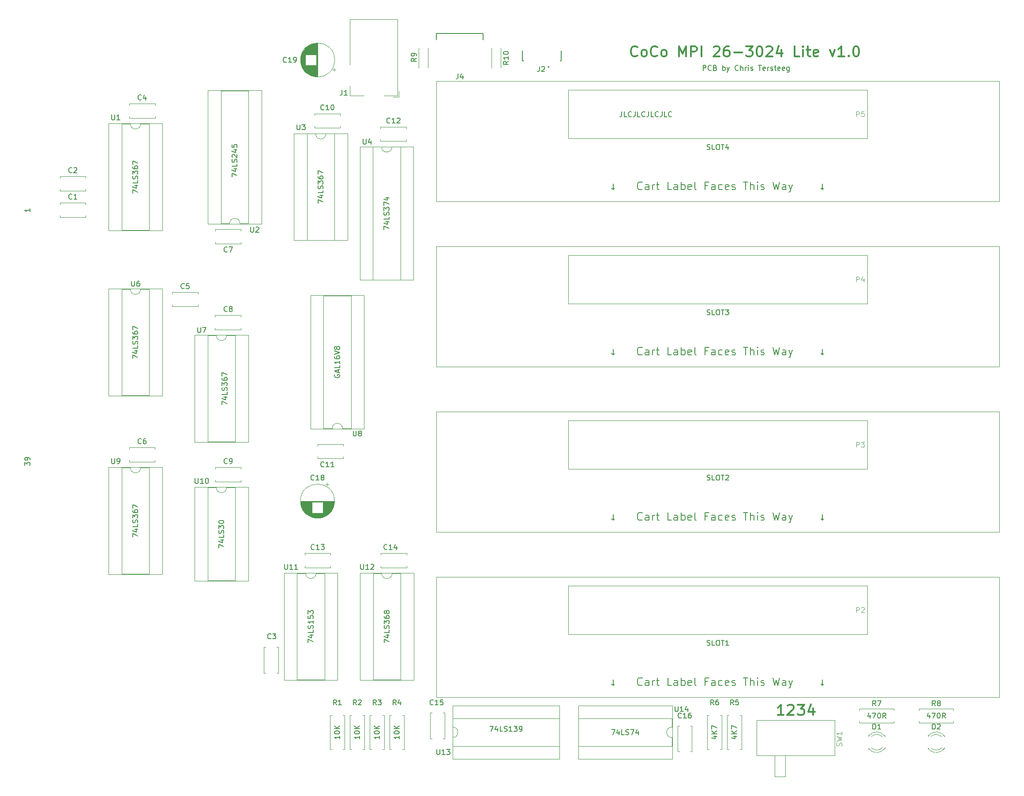
<source format=gbr>
%TF.GenerationSoftware,KiCad,Pcbnew,8.0.2*%
%TF.CreationDate,2024-06-10T22:31:20-05:00*%
%TF.ProjectId,Tandy Color Computer Multi-Pak,54616e64-7920-4436-9f6c-6f7220436f6d,rev?*%
%TF.SameCoordinates,Original*%
%TF.FileFunction,Legend,Top*%
%TF.FilePolarity,Positive*%
%FSLAX46Y46*%
G04 Gerber Fmt 4.6, Leading zero omitted, Abs format (unit mm)*
G04 Created by KiCad (PCBNEW 8.0.2) date 2024-06-10 22:31:20*
%MOMM*%
%LPD*%
G01*
G04 APERTURE LIST*
%ADD10C,0.300000*%
%ADD11C,0.150000*%
%ADD12C,0.100000*%
%ADD13C,0.200000*%
%ADD14C,0.120000*%
%ADD15C,0.127000*%
G04 APERTURE END LIST*
D10*
X222352082Y-152806638D02*
X223590177Y-152806638D01*
X223590177Y-152806638D02*
X222923510Y-153568542D01*
X222923510Y-153568542D02*
X223209225Y-153568542D01*
X223209225Y-153568542D02*
X223399701Y-153663780D01*
X223399701Y-153663780D02*
X223494939Y-153759019D01*
X223494939Y-153759019D02*
X223590177Y-153949495D01*
X223590177Y-153949495D02*
X223590177Y-154425685D01*
X223590177Y-154425685D02*
X223494939Y-154616161D01*
X223494939Y-154616161D02*
X223399701Y-154711400D01*
X223399701Y-154711400D02*
X223209225Y-154806638D01*
X223209225Y-154806638D02*
X222637796Y-154806638D01*
X222637796Y-154806638D02*
X222447320Y-154711400D01*
X222447320Y-154711400D02*
X222352082Y-154616161D01*
X191554415Y-28124161D02*
X191459177Y-28219400D01*
X191459177Y-28219400D02*
X191173463Y-28314638D01*
X191173463Y-28314638D02*
X190982987Y-28314638D01*
X190982987Y-28314638D02*
X190697272Y-28219400D01*
X190697272Y-28219400D02*
X190506796Y-28028923D01*
X190506796Y-28028923D02*
X190411558Y-27838447D01*
X190411558Y-27838447D02*
X190316320Y-27457495D01*
X190316320Y-27457495D02*
X190316320Y-27171780D01*
X190316320Y-27171780D02*
X190411558Y-26790828D01*
X190411558Y-26790828D02*
X190506796Y-26600352D01*
X190506796Y-26600352D02*
X190697272Y-26409876D01*
X190697272Y-26409876D02*
X190982987Y-26314638D01*
X190982987Y-26314638D02*
X191173463Y-26314638D01*
X191173463Y-26314638D02*
X191459177Y-26409876D01*
X191459177Y-26409876D02*
X191554415Y-26505114D01*
X192697272Y-28314638D02*
X192506796Y-28219400D01*
X192506796Y-28219400D02*
X192411558Y-28124161D01*
X192411558Y-28124161D02*
X192316320Y-27933685D01*
X192316320Y-27933685D02*
X192316320Y-27362257D01*
X192316320Y-27362257D02*
X192411558Y-27171780D01*
X192411558Y-27171780D02*
X192506796Y-27076542D01*
X192506796Y-27076542D02*
X192697272Y-26981304D01*
X192697272Y-26981304D02*
X192982987Y-26981304D01*
X192982987Y-26981304D02*
X193173463Y-27076542D01*
X193173463Y-27076542D02*
X193268701Y-27171780D01*
X193268701Y-27171780D02*
X193363939Y-27362257D01*
X193363939Y-27362257D02*
X193363939Y-27933685D01*
X193363939Y-27933685D02*
X193268701Y-28124161D01*
X193268701Y-28124161D02*
X193173463Y-28219400D01*
X193173463Y-28219400D02*
X192982987Y-28314638D01*
X192982987Y-28314638D02*
X192697272Y-28314638D01*
X195363939Y-28124161D02*
X195268701Y-28219400D01*
X195268701Y-28219400D02*
X194982987Y-28314638D01*
X194982987Y-28314638D02*
X194792511Y-28314638D01*
X194792511Y-28314638D02*
X194506796Y-28219400D01*
X194506796Y-28219400D02*
X194316320Y-28028923D01*
X194316320Y-28028923D02*
X194221082Y-27838447D01*
X194221082Y-27838447D02*
X194125844Y-27457495D01*
X194125844Y-27457495D02*
X194125844Y-27171780D01*
X194125844Y-27171780D02*
X194221082Y-26790828D01*
X194221082Y-26790828D02*
X194316320Y-26600352D01*
X194316320Y-26600352D02*
X194506796Y-26409876D01*
X194506796Y-26409876D02*
X194792511Y-26314638D01*
X194792511Y-26314638D02*
X194982987Y-26314638D01*
X194982987Y-26314638D02*
X195268701Y-26409876D01*
X195268701Y-26409876D02*
X195363939Y-26505114D01*
X196506796Y-28314638D02*
X196316320Y-28219400D01*
X196316320Y-28219400D02*
X196221082Y-28124161D01*
X196221082Y-28124161D02*
X196125844Y-27933685D01*
X196125844Y-27933685D02*
X196125844Y-27362257D01*
X196125844Y-27362257D02*
X196221082Y-27171780D01*
X196221082Y-27171780D02*
X196316320Y-27076542D01*
X196316320Y-27076542D02*
X196506796Y-26981304D01*
X196506796Y-26981304D02*
X196792511Y-26981304D01*
X196792511Y-26981304D02*
X196982987Y-27076542D01*
X196982987Y-27076542D02*
X197078225Y-27171780D01*
X197078225Y-27171780D02*
X197173463Y-27362257D01*
X197173463Y-27362257D02*
X197173463Y-27933685D01*
X197173463Y-27933685D02*
X197078225Y-28124161D01*
X197078225Y-28124161D02*
X196982987Y-28219400D01*
X196982987Y-28219400D02*
X196792511Y-28314638D01*
X196792511Y-28314638D02*
X196506796Y-28314638D01*
X199554416Y-28314638D02*
X199554416Y-26314638D01*
X199554416Y-26314638D02*
X200221083Y-27743209D01*
X200221083Y-27743209D02*
X200887749Y-26314638D01*
X200887749Y-26314638D02*
X200887749Y-28314638D01*
X201840130Y-28314638D02*
X201840130Y-26314638D01*
X201840130Y-26314638D02*
X202602035Y-26314638D01*
X202602035Y-26314638D02*
X202792511Y-26409876D01*
X202792511Y-26409876D02*
X202887749Y-26505114D01*
X202887749Y-26505114D02*
X202982987Y-26695590D01*
X202982987Y-26695590D02*
X202982987Y-26981304D01*
X202982987Y-26981304D02*
X202887749Y-27171780D01*
X202887749Y-27171780D02*
X202792511Y-27267019D01*
X202792511Y-27267019D02*
X202602035Y-27362257D01*
X202602035Y-27362257D02*
X201840130Y-27362257D01*
X203840130Y-28314638D02*
X203840130Y-26314638D01*
X206221083Y-26505114D02*
X206316321Y-26409876D01*
X206316321Y-26409876D02*
X206506797Y-26314638D01*
X206506797Y-26314638D02*
X206982988Y-26314638D01*
X206982988Y-26314638D02*
X207173464Y-26409876D01*
X207173464Y-26409876D02*
X207268702Y-26505114D01*
X207268702Y-26505114D02*
X207363940Y-26695590D01*
X207363940Y-26695590D02*
X207363940Y-26886066D01*
X207363940Y-26886066D02*
X207268702Y-27171780D01*
X207268702Y-27171780D02*
X206125845Y-28314638D01*
X206125845Y-28314638D02*
X207363940Y-28314638D01*
X209078226Y-26314638D02*
X208697273Y-26314638D01*
X208697273Y-26314638D02*
X208506797Y-26409876D01*
X208506797Y-26409876D02*
X208411559Y-26505114D01*
X208411559Y-26505114D02*
X208221083Y-26790828D01*
X208221083Y-26790828D02*
X208125845Y-27171780D01*
X208125845Y-27171780D02*
X208125845Y-27933685D01*
X208125845Y-27933685D02*
X208221083Y-28124161D01*
X208221083Y-28124161D02*
X208316321Y-28219400D01*
X208316321Y-28219400D02*
X208506797Y-28314638D01*
X208506797Y-28314638D02*
X208887750Y-28314638D01*
X208887750Y-28314638D02*
X209078226Y-28219400D01*
X209078226Y-28219400D02*
X209173464Y-28124161D01*
X209173464Y-28124161D02*
X209268702Y-27933685D01*
X209268702Y-27933685D02*
X209268702Y-27457495D01*
X209268702Y-27457495D02*
X209173464Y-27267019D01*
X209173464Y-27267019D02*
X209078226Y-27171780D01*
X209078226Y-27171780D02*
X208887750Y-27076542D01*
X208887750Y-27076542D02*
X208506797Y-27076542D01*
X208506797Y-27076542D02*
X208316321Y-27171780D01*
X208316321Y-27171780D02*
X208221083Y-27267019D01*
X208221083Y-27267019D02*
X208125845Y-27457495D01*
X210125845Y-27552733D02*
X211649655Y-27552733D01*
X212411559Y-26314638D02*
X213649654Y-26314638D01*
X213649654Y-26314638D02*
X212982987Y-27076542D01*
X212982987Y-27076542D02*
X213268702Y-27076542D01*
X213268702Y-27076542D02*
X213459178Y-27171780D01*
X213459178Y-27171780D02*
X213554416Y-27267019D01*
X213554416Y-27267019D02*
X213649654Y-27457495D01*
X213649654Y-27457495D02*
X213649654Y-27933685D01*
X213649654Y-27933685D02*
X213554416Y-28124161D01*
X213554416Y-28124161D02*
X213459178Y-28219400D01*
X213459178Y-28219400D02*
X213268702Y-28314638D01*
X213268702Y-28314638D02*
X212697273Y-28314638D01*
X212697273Y-28314638D02*
X212506797Y-28219400D01*
X212506797Y-28219400D02*
X212411559Y-28124161D01*
X214887749Y-26314638D02*
X215078226Y-26314638D01*
X215078226Y-26314638D02*
X215268702Y-26409876D01*
X215268702Y-26409876D02*
X215363940Y-26505114D01*
X215363940Y-26505114D02*
X215459178Y-26695590D01*
X215459178Y-26695590D02*
X215554416Y-27076542D01*
X215554416Y-27076542D02*
X215554416Y-27552733D01*
X215554416Y-27552733D02*
X215459178Y-27933685D01*
X215459178Y-27933685D02*
X215363940Y-28124161D01*
X215363940Y-28124161D02*
X215268702Y-28219400D01*
X215268702Y-28219400D02*
X215078226Y-28314638D01*
X215078226Y-28314638D02*
X214887749Y-28314638D01*
X214887749Y-28314638D02*
X214697273Y-28219400D01*
X214697273Y-28219400D02*
X214602035Y-28124161D01*
X214602035Y-28124161D02*
X214506797Y-27933685D01*
X214506797Y-27933685D02*
X214411559Y-27552733D01*
X214411559Y-27552733D02*
X214411559Y-27076542D01*
X214411559Y-27076542D02*
X214506797Y-26695590D01*
X214506797Y-26695590D02*
X214602035Y-26505114D01*
X214602035Y-26505114D02*
X214697273Y-26409876D01*
X214697273Y-26409876D02*
X214887749Y-26314638D01*
X216316321Y-26505114D02*
X216411559Y-26409876D01*
X216411559Y-26409876D02*
X216602035Y-26314638D01*
X216602035Y-26314638D02*
X217078226Y-26314638D01*
X217078226Y-26314638D02*
X217268702Y-26409876D01*
X217268702Y-26409876D02*
X217363940Y-26505114D01*
X217363940Y-26505114D02*
X217459178Y-26695590D01*
X217459178Y-26695590D02*
X217459178Y-26886066D01*
X217459178Y-26886066D02*
X217363940Y-27171780D01*
X217363940Y-27171780D02*
X216221083Y-28314638D01*
X216221083Y-28314638D02*
X217459178Y-28314638D01*
X219173464Y-26981304D02*
X219173464Y-28314638D01*
X218697273Y-26219400D02*
X218221083Y-27647971D01*
X218221083Y-27647971D02*
X219459178Y-27647971D01*
X222697274Y-28314638D02*
X221744893Y-28314638D01*
X221744893Y-28314638D02*
X221744893Y-26314638D01*
X223363941Y-28314638D02*
X223363941Y-26981304D01*
X223363941Y-26314638D02*
X223268703Y-26409876D01*
X223268703Y-26409876D02*
X223363941Y-26505114D01*
X223363941Y-26505114D02*
X223459179Y-26409876D01*
X223459179Y-26409876D02*
X223363941Y-26314638D01*
X223363941Y-26314638D02*
X223363941Y-26505114D01*
X224030608Y-26981304D02*
X224792512Y-26981304D01*
X224316322Y-26314638D02*
X224316322Y-28028923D01*
X224316322Y-28028923D02*
X224411560Y-28219400D01*
X224411560Y-28219400D02*
X224602036Y-28314638D01*
X224602036Y-28314638D02*
X224792512Y-28314638D01*
X226221084Y-28219400D02*
X226030608Y-28314638D01*
X226030608Y-28314638D02*
X225649655Y-28314638D01*
X225649655Y-28314638D02*
X225459179Y-28219400D01*
X225459179Y-28219400D02*
X225363941Y-28028923D01*
X225363941Y-28028923D02*
X225363941Y-27267019D01*
X225363941Y-27267019D02*
X225459179Y-27076542D01*
X225459179Y-27076542D02*
X225649655Y-26981304D01*
X225649655Y-26981304D02*
X226030608Y-26981304D01*
X226030608Y-26981304D02*
X226221084Y-27076542D01*
X226221084Y-27076542D02*
X226316322Y-27267019D01*
X226316322Y-27267019D02*
X226316322Y-27457495D01*
X226316322Y-27457495D02*
X225363941Y-27647971D01*
X228506799Y-26981304D02*
X228982989Y-28314638D01*
X228982989Y-28314638D02*
X229459180Y-26981304D01*
X231268704Y-28314638D02*
X230125847Y-28314638D01*
X230697275Y-28314638D02*
X230697275Y-26314638D01*
X230697275Y-26314638D02*
X230506799Y-26600352D01*
X230506799Y-26600352D02*
X230316323Y-26790828D01*
X230316323Y-26790828D02*
X230125847Y-26886066D01*
X232125847Y-28124161D02*
X232221085Y-28219400D01*
X232221085Y-28219400D02*
X232125847Y-28314638D01*
X232125847Y-28314638D02*
X232030609Y-28219400D01*
X232030609Y-28219400D02*
X232125847Y-28124161D01*
X232125847Y-28124161D02*
X232125847Y-28314638D01*
X233459180Y-26314638D02*
X233649657Y-26314638D01*
X233649657Y-26314638D02*
X233840133Y-26409876D01*
X233840133Y-26409876D02*
X233935371Y-26505114D01*
X233935371Y-26505114D02*
X234030609Y-26695590D01*
X234030609Y-26695590D02*
X234125847Y-27076542D01*
X234125847Y-27076542D02*
X234125847Y-27552733D01*
X234125847Y-27552733D02*
X234030609Y-27933685D01*
X234030609Y-27933685D02*
X233935371Y-28124161D01*
X233935371Y-28124161D02*
X233840133Y-28219400D01*
X233840133Y-28219400D02*
X233649657Y-28314638D01*
X233649657Y-28314638D02*
X233459180Y-28314638D01*
X233459180Y-28314638D02*
X233268704Y-28219400D01*
X233268704Y-28219400D02*
X233173466Y-28124161D01*
X233173466Y-28124161D02*
X233078228Y-27933685D01*
X233078228Y-27933685D02*
X232982990Y-27552733D01*
X232982990Y-27552733D02*
X232982990Y-27076542D01*
X232982990Y-27076542D02*
X233078228Y-26695590D01*
X233078228Y-26695590D02*
X233173466Y-26505114D01*
X233173466Y-26505114D02*
X233268704Y-26409876D01*
X233268704Y-26409876D02*
X233459180Y-26314638D01*
X219653177Y-154806638D02*
X218510320Y-154806638D01*
X219081748Y-154806638D02*
X219081748Y-152806638D01*
X219081748Y-152806638D02*
X218891272Y-153092352D01*
X218891272Y-153092352D02*
X218700796Y-153282828D01*
X218700796Y-153282828D02*
X218510320Y-153378066D01*
X220415320Y-152997114D02*
X220510558Y-152901876D01*
X220510558Y-152901876D02*
X220701034Y-152806638D01*
X220701034Y-152806638D02*
X221177225Y-152806638D01*
X221177225Y-152806638D02*
X221367701Y-152901876D01*
X221367701Y-152901876D02*
X221462939Y-152997114D01*
X221462939Y-152997114D02*
X221558177Y-153187590D01*
X221558177Y-153187590D02*
X221558177Y-153378066D01*
X221558177Y-153378066D02*
X221462939Y-153663780D01*
X221462939Y-153663780D02*
X220320082Y-154806638D01*
X220320082Y-154806638D02*
X221558177Y-154806638D01*
D11*
X204171779Y-30984819D02*
X204171779Y-29984819D01*
X204171779Y-29984819D02*
X204552731Y-29984819D01*
X204552731Y-29984819D02*
X204647969Y-30032438D01*
X204647969Y-30032438D02*
X204695588Y-30080057D01*
X204695588Y-30080057D02*
X204743207Y-30175295D01*
X204743207Y-30175295D02*
X204743207Y-30318152D01*
X204743207Y-30318152D02*
X204695588Y-30413390D01*
X204695588Y-30413390D02*
X204647969Y-30461009D01*
X204647969Y-30461009D02*
X204552731Y-30508628D01*
X204552731Y-30508628D02*
X204171779Y-30508628D01*
X205743207Y-30889580D02*
X205695588Y-30937200D01*
X205695588Y-30937200D02*
X205552731Y-30984819D01*
X205552731Y-30984819D02*
X205457493Y-30984819D01*
X205457493Y-30984819D02*
X205314636Y-30937200D01*
X205314636Y-30937200D02*
X205219398Y-30841961D01*
X205219398Y-30841961D02*
X205171779Y-30746723D01*
X205171779Y-30746723D02*
X205124160Y-30556247D01*
X205124160Y-30556247D02*
X205124160Y-30413390D01*
X205124160Y-30413390D02*
X205171779Y-30222914D01*
X205171779Y-30222914D02*
X205219398Y-30127676D01*
X205219398Y-30127676D02*
X205314636Y-30032438D01*
X205314636Y-30032438D02*
X205457493Y-29984819D01*
X205457493Y-29984819D02*
X205552731Y-29984819D01*
X205552731Y-29984819D02*
X205695588Y-30032438D01*
X205695588Y-30032438D02*
X205743207Y-30080057D01*
X206505112Y-30461009D02*
X206647969Y-30508628D01*
X206647969Y-30508628D02*
X206695588Y-30556247D01*
X206695588Y-30556247D02*
X206743207Y-30651485D01*
X206743207Y-30651485D02*
X206743207Y-30794342D01*
X206743207Y-30794342D02*
X206695588Y-30889580D01*
X206695588Y-30889580D02*
X206647969Y-30937200D01*
X206647969Y-30937200D02*
X206552731Y-30984819D01*
X206552731Y-30984819D02*
X206171779Y-30984819D01*
X206171779Y-30984819D02*
X206171779Y-29984819D01*
X206171779Y-29984819D02*
X206505112Y-29984819D01*
X206505112Y-29984819D02*
X206600350Y-30032438D01*
X206600350Y-30032438D02*
X206647969Y-30080057D01*
X206647969Y-30080057D02*
X206695588Y-30175295D01*
X206695588Y-30175295D02*
X206695588Y-30270533D01*
X206695588Y-30270533D02*
X206647969Y-30365771D01*
X206647969Y-30365771D02*
X206600350Y-30413390D01*
X206600350Y-30413390D02*
X206505112Y-30461009D01*
X206505112Y-30461009D02*
X206171779Y-30461009D01*
X207933684Y-30984819D02*
X207933684Y-29984819D01*
X207933684Y-30365771D02*
X208028922Y-30318152D01*
X208028922Y-30318152D02*
X208219398Y-30318152D01*
X208219398Y-30318152D02*
X208314636Y-30365771D01*
X208314636Y-30365771D02*
X208362255Y-30413390D01*
X208362255Y-30413390D02*
X208409874Y-30508628D01*
X208409874Y-30508628D02*
X208409874Y-30794342D01*
X208409874Y-30794342D02*
X208362255Y-30889580D01*
X208362255Y-30889580D02*
X208314636Y-30937200D01*
X208314636Y-30937200D02*
X208219398Y-30984819D01*
X208219398Y-30984819D02*
X208028922Y-30984819D01*
X208028922Y-30984819D02*
X207933684Y-30937200D01*
X208743208Y-30318152D02*
X208981303Y-30984819D01*
X209219398Y-30318152D02*
X208981303Y-30984819D01*
X208981303Y-30984819D02*
X208886065Y-31222914D01*
X208886065Y-31222914D02*
X208838446Y-31270533D01*
X208838446Y-31270533D02*
X208743208Y-31318152D01*
X210933684Y-30889580D02*
X210886065Y-30937200D01*
X210886065Y-30937200D02*
X210743208Y-30984819D01*
X210743208Y-30984819D02*
X210647970Y-30984819D01*
X210647970Y-30984819D02*
X210505113Y-30937200D01*
X210505113Y-30937200D02*
X210409875Y-30841961D01*
X210409875Y-30841961D02*
X210362256Y-30746723D01*
X210362256Y-30746723D02*
X210314637Y-30556247D01*
X210314637Y-30556247D02*
X210314637Y-30413390D01*
X210314637Y-30413390D02*
X210362256Y-30222914D01*
X210362256Y-30222914D02*
X210409875Y-30127676D01*
X210409875Y-30127676D02*
X210505113Y-30032438D01*
X210505113Y-30032438D02*
X210647970Y-29984819D01*
X210647970Y-29984819D02*
X210743208Y-29984819D01*
X210743208Y-29984819D02*
X210886065Y-30032438D01*
X210886065Y-30032438D02*
X210933684Y-30080057D01*
X211362256Y-30984819D02*
X211362256Y-29984819D01*
X211790827Y-30984819D02*
X211790827Y-30461009D01*
X211790827Y-30461009D02*
X211743208Y-30365771D01*
X211743208Y-30365771D02*
X211647970Y-30318152D01*
X211647970Y-30318152D02*
X211505113Y-30318152D01*
X211505113Y-30318152D02*
X211409875Y-30365771D01*
X211409875Y-30365771D02*
X211362256Y-30413390D01*
X212267018Y-30984819D02*
X212267018Y-30318152D01*
X212267018Y-30508628D02*
X212314637Y-30413390D01*
X212314637Y-30413390D02*
X212362256Y-30365771D01*
X212362256Y-30365771D02*
X212457494Y-30318152D01*
X212457494Y-30318152D02*
X212552732Y-30318152D01*
X212886066Y-30984819D02*
X212886066Y-30318152D01*
X212886066Y-29984819D02*
X212838447Y-30032438D01*
X212838447Y-30032438D02*
X212886066Y-30080057D01*
X212886066Y-30080057D02*
X212933685Y-30032438D01*
X212933685Y-30032438D02*
X212886066Y-29984819D01*
X212886066Y-29984819D02*
X212886066Y-30080057D01*
X213314637Y-30937200D02*
X213409875Y-30984819D01*
X213409875Y-30984819D02*
X213600351Y-30984819D01*
X213600351Y-30984819D02*
X213695589Y-30937200D01*
X213695589Y-30937200D02*
X213743208Y-30841961D01*
X213743208Y-30841961D02*
X213743208Y-30794342D01*
X213743208Y-30794342D02*
X213695589Y-30699104D01*
X213695589Y-30699104D02*
X213600351Y-30651485D01*
X213600351Y-30651485D02*
X213457494Y-30651485D01*
X213457494Y-30651485D02*
X213362256Y-30603866D01*
X213362256Y-30603866D02*
X213314637Y-30508628D01*
X213314637Y-30508628D02*
X213314637Y-30461009D01*
X213314637Y-30461009D02*
X213362256Y-30365771D01*
X213362256Y-30365771D02*
X213457494Y-30318152D01*
X213457494Y-30318152D02*
X213600351Y-30318152D01*
X213600351Y-30318152D02*
X213695589Y-30365771D01*
X214790828Y-29984819D02*
X215362256Y-29984819D01*
X215076542Y-30984819D02*
X215076542Y-29984819D01*
X216076542Y-30937200D02*
X215981304Y-30984819D01*
X215981304Y-30984819D02*
X215790828Y-30984819D01*
X215790828Y-30984819D02*
X215695590Y-30937200D01*
X215695590Y-30937200D02*
X215647971Y-30841961D01*
X215647971Y-30841961D02*
X215647971Y-30461009D01*
X215647971Y-30461009D02*
X215695590Y-30365771D01*
X215695590Y-30365771D02*
X215790828Y-30318152D01*
X215790828Y-30318152D02*
X215981304Y-30318152D01*
X215981304Y-30318152D02*
X216076542Y-30365771D01*
X216076542Y-30365771D02*
X216124161Y-30461009D01*
X216124161Y-30461009D02*
X216124161Y-30556247D01*
X216124161Y-30556247D02*
X215647971Y-30651485D01*
X216552733Y-30984819D02*
X216552733Y-30318152D01*
X216552733Y-30508628D02*
X216600352Y-30413390D01*
X216600352Y-30413390D02*
X216647971Y-30365771D01*
X216647971Y-30365771D02*
X216743209Y-30318152D01*
X216743209Y-30318152D02*
X216838447Y-30318152D01*
X217124162Y-30937200D02*
X217219400Y-30984819D01*
X217219400Y-30984819D02*
X217409876Y-30984819D01*
X217409876Y-30984819D02*
X217505114Y-30937200D01*
X217505114Y-30937200D02*
X217552733Y-30841961D01*
X217552733Y-30841961D02*
X217552733Y-30794342D01*
X217552733Y-30794342D02*
X217505114Y-30699104D01*
X217505114Y-30699104D02*
X217409876Y-30651485D01*
X217409876Y-30651485D02*
X217267019Y-30651485D01*
X217267019Y-30651485D02*
X217171781Y-30603866D01*
X217171781Y-30603866D02*
X217124162Y-30508628D01*
X217124162Y-30508628D02*
X217124162Y-30461009D01*
X217124162Y-30461009D02*
X217171781Y-30365771D01*
X217171781Y-30365771D02*
X217267019Y-30318152D01*
X217267019Y-30318152D02*
X217409876Y-30318152D01*
X217409876Y-30318152D02*
X217505114Y-30365771D01*
X217838448Y-30318152D02*
X218219400Y-30318152D01*
X217981305Y-29984819D02*
X217981305Y-30841961D01*
X217981305Y-30841961D02*
X218028924Y-30937200D01*
X218028924Y-30937200D02*
X218124162Y-30984819D01*
X218124162Y-30984819D02*
X218219400Y-30984819D01*
X218933686Y-30937200D02*
X218838448Y-30984819D01*
X218838448Y-30984819D02*
X218647972Y-30984819D01*
X218647972Y-30984819D02*
X218552734Y-30937200D01*
X218552734Y-30937200D02*
X218505115Y-30841961D01*
X218505115Y-30841961D02*
X218505115Y-30461009D01*
X218505115Y-30461009D02*
X218552734Y-30365771D01*
X218552734Y-30365771D02*
X218647972Y-30318152D01*
X218647972Y-30318152D02*
X218838448Y-30318152D01*
X218838448Y-30318152D02*
X218933686Y-30365771D01*
X218933686Y-30365771D02*
X218981305Y-30461009D01*
X218981305Y-30461009D02*
X218981305Y-30556247D01*
X218981305Y-30556247D02*
X218505115Y-30651485D01*
X219790829Y-30937200D02*
X219695591Y-30984819D01*
X219695591Y-30984819D02*
X219505115Y-30984819D01*
X219505115Y-30984819D02*
X219409877Y-30937200D01*
X219409877Y-30937200D02*
X219362258Y-30841961D01*
X219362258Y-30841961D02*
X219362258Y-30461009D01*
X219362258Y-30461009D02*
X219409877Y-30365771D01*
X219409877Y-30365771D02*
X219505115Y-30318152D01*
X219505115Y-30318152D02*
X219695591Y-30318152D01*
X219695591Y-30318152D02*
X219790829Y-30365771D01*
X219790829Y-30365771D02*
X219838448Y-30461009D01*
X219838448Y-30461009D02*
X219838448Y-30556247D01*
X219838448Y-30556247D02*
X219362258Y-30651485D01*
X220695591Y-30318152D02*
X220695591Y-31127676D01*
X220695591Y-31127676D02*
X220647972Y-31222914D01*
X220647972Y-31222914D02*
X220600353Y-31270533D01*
X220600353Y-31270533D02*
X220505115Y-31318152D01*
X220505115Y-31318152D02*
X220362258Y-31318152D01*
X220362258Y-31318152D02*
X220267020Y-31270533D01*
X220695591Y-30937200D02*
X220600353Y-30984819D01*
X220600353Y-30984819D02*
X220409877Y-30984819D01*
X220409877Y-30984819D02*
X220314639Y-30937200D01*
X220314639Y-30937200D02*
X220267020Y-30889580D01*
X220267020Y-30889580D02*
X220219401Y-30794342D01*
X220219401Y-30794342D02*
X220219401Y-30508628D01*
X220219401Y-30508628D02*
X220267020Y-30413390D01*
X220267020Y-30413390D02*
X220314639Y-30365771D01*
X220314639Y-30365771D02*
X220409877Y-30318152D01*
X220409877Y-30318152D02*
X220600353Y-30318152D01*
X220600353Y-30318152D02*
X220695591Y-30365771D01*
D10*
X225304701Y-153473304D02*
X225304701Y-154806638D01*
X224828510Y-152711400D02*
X224352320Y-154139971D01*
X224352320Y-154139971D02*
X225590415Y-154139971D01*
D11*
X188582493Y-38874819D02*
X188582493Y-39589104D01*
X188582493Y-39589104D02*
X188534874Y-39731961D01*
X188534874Y-39731961D02*
X188439636Y-39827200D01*
X188439636Y-39827200D02*
X188296779Y-39874819D01*
X188296779Y-39874819D02*
X188201541Y-39874819D01*
X189534874Y-39874819D02*
X189058684Y-39874819D01*
X189058684Y-39874819D02*
X189058684Y-38874819D01*
X190439636Y-39779580D02*
X190392017Y-39827200D01*
X190392017Y-39827200D02*
X190249160Y-39874819D01*
X190249160Y-39874819D02*
X190153922Y-39874819D01*
X190153922Y-39874819D02*
X190011065Y-39827200D01*
X190011065Y-39827200D02*
X189915827Y-39731961D01*
X189915827Y-39731961D02*
X189868208Y-39636723D01*
X189868208Y-39636723D02*
X189820589Y-39446247D01*
X189820589Y-39446247D02*
X189820589Y-39303390D01*
X189820589Y-39303390D02*
X189868208Y-39112914D01*
X189868208Y-39112914D02*
X189915827Y-39017676D01*
X189915827Y-39017676D02*
X190011065Y-38922438D01*
X190011065Y-38922438D02*
X190153922Y-38874819D01*
X190153922Y-38874819D02*
X190249160Y-38874819D01*
X190249160Y-38874819D02*
X190392017Y-38922438D01*
X190392017Y-38922438D02*
X190439636Y-38970057D01*
X191153922Y-38874819D02*
X191153922Y-39589104D01*
X191153922Y-39589104D02*
X191106303Y-39731961D01*
X191106303Y-39731961D02*
X191011065Y-39827200D01*
X191011065Y-39827200D02*
X190868208Y-39874819D01*
X190868208Y-39874819D02*
X190772970Y-39874819D01*
X192106303Y-39874819D02*
X191630113Y-39874819D01*
X191630113Y-39874819D02*
X191630113Y-38874819D01*
X193011065Y-39779580D02*
X192963446Y-39827200D01*
X192963446Y-39827200D02*
X192820589Y-39874819D01*
X192820589Y-39874819D02*
X192725351Y-39874819D01*
X192725351Y-39874819D02*
X192582494Y-39827200D01*
X192582494Y-39827200D02*
X192487256Y-39731961D01*
X192487256Y-39731961D02*
X192439637Y-39636723D01*
X192439637Y-39636723D02*
X192392018Y-39446247D01*
X192392018Y-39446247D02*
X192392018Y-39303390D01*
X192392018Y-39303390D02*
X192439637Y-39112914D01*
X192439637Y-39112914D02*
X192487256Y-39017676D01*
X192487256Y-39017676D02*
X192582494Y-38922438D01*
X192582494Y-38922438D02*
X192725351Y-38874819D01*
X192725351Y-38874819D02*
X192820589Y-38874819D01*
X192820589Y-38874819D02*
X192963446Y-38922438D01*
X192963446Y-38922438D02*
X193011065Y-38970057D01*
X193725351Y-38874819D02*
X193725351Y-39589104D01*
X193725351Y-39589104D02*
X193677732Y-39731961D01*
X193677732Y-39731961D02*
X193582494Y-39827200D01*
X193582494Y-39827200D02*
X193439637Y-39874819D01*
X193439637Y-39874819D02*
X193344399Y-39874819D01*
X194677732Y-39874819D02*
X194201542Y-39874819D01*
X194201542Y-39874819D02*
X194201542Y-38874819D01*
X195582494Y-39779580D02*
X195534875Y-39827200D01*
X195534875Y-39827200D02*
X195392018Y-39874819D01*
X195392018Y-39874819D02*
X195296780Y-39874819D01*
X195296780Y-39874819D02*
X195153923Y-39827200D01*
X195153923Y-39827200D02*
X195058685Y-39731961D01*
X195058685Y-39731961D02*
X195011066Y-39636723D01*
X195011066Y-39636723D02*
X194963447Y-39446247D01*
X194963447Y-39446247D02*
X194963447Y-39303390D01*
X194963447Y-39303390D02*
X195011066Y-39112914D01*
X195011066Y-39112914D02*
X195058685Y-39017676D01*
X195058685Y-39017676D02*
X195153923Y-38922438D01*
X195153923Y-38922438D02*
X195296780Y-38874819D01*
X195296780Y-38874819D02*
X195392018Y-38874819D01*
X195392018Y-38874819D02*
X195534875Y-38922438D01*
X195534875Y-38922438D02*
X195582494Y-38970057D01*
X196296780Y-38874819D02*
X196296780Y-39589104D01*
X196296780Y-39589104D02*
X196249161Y-39731961D01*
X196249161Y-39731961D02*
X196153923Y-39827200D01*
X196153923Y-39827200D02*
X196011066Y-39874819D01*
X196011066Y-39874819D02*
X195915828Y-39874819D01*
X197249161Y-39874819D02*
X196772971Y-39874819D01*
X196772971Y-39874819D02*
X196772971Y-38874819D01*
X198153923Y-39779580D02*
X198106304Y-39827200D01*
X198106304Y-39827200D02*
X197963447Y-39874819D01*
X197963447Y-39874819D02*
X197868209Y-39874819D01*
X197868209Y-39874819D02*
X197725352Y-39827200D01*
X197725352Y-39827200D02*
X197630114Y-39731961D01*
X197630114Y-39731961D02*
X197582495Y-39636723D01*
X197582495Y-39636723D02*
X197534876Y-39446247D01*
X197534876Y-39446247D02*
X197534876Y-39303390D01*
X197534876Y-39303390D02*
X197582495Y-39112914D01*
X197582495Y-39112914D02*
X197630114Y-39017676D01*
X197630114Y-39017676D02*
X197725352Y-38922438D01*
X197725352Y-38922438D02*
X197868209Y-38874819D01*
X197868209Y-38874819D02*
X197963447Y-38874819D01*
X197963447Y-38874819D02*
X198106304Y-38922438D01*
X198106304Y-38922438D02*
X198153923Y-38970057D01*
D12*
X230722000Y-160692532D02*
X230769619Y-160549675D01*
X230769619Y-160549675D02*
X230769619Y-160311580D01*
X230769619Y-160311580D02*
X230722000Y-160216342D01*
X230722000Y-160216342D02*
X230674380Y-160168723D01*
X230674380Y-160168723D02*
X230579142Y-160121104D01*
X230579142Y-160121104D02*
X230483904Y-160121104D01*
X230483904Y-160121104D02*
X230388666Y-160168723D01*
X230388666Y-160168723D02*
X230341047Y-160216342D01*
X230341047Y-160216342D02*
X230293428Y-160311580D01*
X230293428Y-160311580D02*
X230245809Y-160502056D01*
X230245809Y-160502056D02*
X230198190Y-160597294D01*
X230198190Y-160597294D02*
X230150571Y-160644913D01*
X230150571Y-160644913D02*
X230055333Y-160692532D01*
X230055333Y-160692532D02*
X229960095Y-160692532D01*
X229960095Y-160692532D02*
X229864857Y-160644913D01*
X229864857Y-160644913D02*
X229817238Y-160597294D01*
X229817238Y-160597294D02*
X229769619Y-160502056D01*
X229769619Y-160502056D02*
X229769619Y-160263961D01*
X229769619Y-160263961D02*
X229817238Y-160121104D01*
X229769619Y-159787770D02*
X230769619Y-159549675D01*
X230769619Y-159549675D02*
X230055333Y-159359199D01*
X230055333Y-159359199D02*
X230769619Y-159168723D01*
X230769619Y-159168723D02*
X229769619Y-158930628D01*
X230769619Y-158025866D02*
X230769619Y-158597294D01*
X230769619Y-158311580D02*
X229769619Y-158311580D01*
X229769619Y-158311580D02*
X229912476Y-158406818D01*
X229912476Y-158406818D02*
X230007714Y-158502056D01*
X230007714Y-158502056D02*
X230055333Y-158597294D01*
D11*
X248181905Y-157514819D02*
X248181905Y-156514819D01*
X248181905Y-156514819D02*
X248420000Y-156514819D01*
X248420000Y-156514819D02*
X248562857Y-156562438D01*
X248562857Y-156562438D02*
X248658095Y-156657676D01*
X248658095Y-156657676D02*
X248705714Y-156752914D01*
X248705714Y-156752914D02*
X248753333Y-156943390D01*
X248753333Y-156943390D02*
X248753333Y-157086247D01*
X248753333Y-157086247D02*
X248705714Y-157276723D01*
X248705714Y-157276723D02*
X248658095Y-157371961D01*
X248658095Y-157371961D02*
X248562857Y-157467200D01*
X248562857Y-157467200D02*
X248420000Y-157514819D01*
X248420000Y-157514819D02*
X248181905Y-157514819D01*
X249134286Y-156610057D02*
X249181905Y-156562438D01*
X249181905Y-156562438D02*
X249277143Y-156514819D01*
X249277143Y-156514819D02*
X249515238Y-156514819D01*
X249515238Y-156514819D02*
X249610476Y-156562438D01*
X249610476Y-156562438D02*
X249658095Y-156610057D01*
X249658095Y-156610057D02*
X249705714Y-156705295D01*
X249705714Y-156705295D02*
X249705714Y-156800533D01*
X249705714Y-156800533D02*
X249658095Y-156943390D01*
X249658095Y-156943390D02*
X249086667Y-157514819D01*
X249086667Y-157514819D02*
X249705714Y-157514819D01*
X236751905Y-157514819D02*
X236751905Y-156514819D01*
X236751905Y-156514819D02*
X236990000Y-156514819D01*
X236990000Y-156514819D02*
X237132857Y-156562438D01*
X237132857Y-156562438D02*
X237228095Y-156657676D01*
X237228095Y-156657676D02*
X237275714Y-156752914D01*
X237275714Y-156752914D02*
X237323333Y-156943390D01*
X237323333Y-156943390D02*
X237323333Y-157086247D01*
X237323333Y-157086247D02*
X237275714Y-157276723D01*
X237275714Y-157276723D02*
X237228095Y-157371961D01*
X237228095Y-157371961D02*
X237132857Y-157467200D01*
X237132857Y-157467200D02*
X236990000Y-157514819D01*
X236990000Y-157514819D02*
X236751905Y-157514819D01*
X238275714Y-157514819D02*
X237704286Y-157514819D01*
X237990000Y-157514819D02*
X237990000Y-156514819D01*
X237990000Y-156514819D02*
X237894762Y-156657676D01*
X237894762Y-156657676D02*
X237799524Y-156752914D01*
X237799524Y-156752914D02*
X237704286Y-156800533D01*
X134886666Y-34729819D02*
X134886666Y-35444104D01*
X134886666Y-35444104D02*
X134839047Y-35586961D01*
X134839047Y-35586961D02*
X134743809Y-35682200D01*
X134743809Y-35682200D02*
X134600952Y-35729819D01*
X134600952Y-35729819D02*
X134505714Y-35729819D01*
X135886666Y-35729819D02*
X135315238Y-35729819D01*
X135600952Y-35729819D02*
X135600952Y-34729819D01*
X135600952Y-34729819D02*
X135505714Y-34872676D01*
X135505714Y-34872676D02*
X135410476Y-34967914D01*
X135410476Y-34967914D02*
X135315238Y-35015533D01*
X75003819Y-57499285D02*
X75003819Y-58070713D01*
X75003819Y-57784999D02*
X74003819Y-57784999D01*
X74003819Y-57784999D02*
X74146676Y-57880237D01*
X74146676Y-57880237D02*
X74241914Y-57975475D01*
X74241914Y-57975475D02*
X74289533Y-58070713D01*
X74003819Y-106854523D02*
X74003819Y-106235476D01*
X74003819Y-106235476D02*
X74384771Y-106568809D01*
X74384771Y-106568809D02*
X74384771Y-106425952D01*
X74384771Y-106425952D02*
X74432390Y-106330714D01*
X74432390Y-106330714D02*
X74480009Y-106283095D01*
X74480009Y-106283095D02*
X74575247Y-106235476D01*
X74575247Y-106235476D02*
X74813342Y-106235476D01*
X74813342Y-106235476D02*
X74908580Y-106283095D01*
X74908580Y-106283095D02*
X74956200Y-106330714D01*
X74956200Y-106330714D02*
X75003819Y-106425952D01*
X75003819Y-106425952D02*
X75003819Y-106711666D01*
X75003819Y-106711666D02*
X74956200Y-106806904D01*
X74956200Y-106806904D02*
X74908580Y-106854523D01*
X75003819Y-105759285D02*
X75003819Y-105568809D01*
X75003819Y-105568809D02*
X74956200Y-105473571D01*
X74956200Y-105473571D02*
X74908580Y-105425952D01*
X74908580Y-105425952D02*
X74765723Y-105330714D01*
X74765723Y-105330714D02*
X74575247Y-105283095D01*
X74575247Y-105283095D02*
X74194295Y-105283095D01*
X74194295Y-105283095D02*
X74099057Y-105330714D01*
X74099057Y-105330714D02*
X74051438Y-105378333D01*
X74051438Y-105378333D02*
X74003819Y-105473571D01*
X74003819Y-105473571D02*
X74003819Y-105664047D01*
X74003819Y-105664047D02*
X74051438Y-105759285D01*
X74051438Y-105759285D02*
X74099057Y-105806904D01*
X74099057Y-105806904D02*
X74194295Y-105854523D01*
X74194295Y-105854523D02*
X74432390Y-105854523D01*
X74432390Y-105854523D02*
X74527628Y-105806904D01*
X74527628Y-105806904D02*
X74575247Y-105759285D01*
X74575247Y-105759285D02*
X74622866Y-105664047D01*
X74622866Y-105664047D02*
X74622866Y-105473571D01*
X74622866Y-105473571D02*
X74575247Y-105378333D01*
X74575247Y-105378333D02*
X74527628Y-105330714D01*
X74527628Y-105330714D02*
X74432390Y-105283095D01*
X157146666Y-31585819D02*
X157146666Y-32300104D01*
X157146666Y-32300104D02*
X157099047Y-32442961D01*
X157099047Y-32442961D02*
X157003809Y-32538200D01*
X157003809Y-32538200D02*
X156860952Y-32585819D01*
X156860952Y-32585819D02*
X156765714Y-32585819D01*
X158051428Y-31919152D02*
X158051428Y-32585819D01*
X157813333Y-31538200D02*
X157575238Y-32252485D01*
X157575238Y-32252485D02*
X158194285Y-32252485D01*
X96353333Y-102594580D02*
X96305714Y-102642200D01*
X96305714Y-102642200D02*
X96162857Y-102689819D01*
X96162857Y-102689819D02*
X96067619Y-102689819D01*
X96067619Y-102689819D02*
X95924762Y-102642200D01*
X95924762Y-102642200D02*
X95829524Y-102546961D01*
X95829524Y-102546961D02*
X95781905Y-102451723D01*
X95781905Y-102451723D02*
X95734286Y-102261247D01*
X95734286Y-102261247D02*
X95734286Y-102118390D01*
X95734286Y-102118390D02*
X95781905Y-101927914D01*
X95781905Y-101927914D02*
X95829524Y-101832676D01*
X95829524Y-101832676D02*
X95924762Y-101737438D01*
X95924762Y-101737438D02*
X96067619Y-101689819D01*
X96067619Y-101689819D02*
X96162857Y-101689819D01*
X96162857Y-101689819D02*
X96305714Y-101737438D01*
X96305714Y-101737438D02*
X96353333Y-101785057D01*
X97210476Y-101689819D02*
X97020000Y-101689819D01*
X97020000Y-101689819D02*
X96924762Y-101737438D01*
X96924762Y-101737438D02*
X96877143Y-101785057D01*
X96877143Y-101785057D02*
X96781905Y-101927914D01*
X96781905Y-101927914D02*
X96734286Y-102118390D01*
X96734286Y-102118390D02*
X96734286Y-102499342D01*
X96734286Y-102499342D02*
X96781905Y-102594580D01*
X96781905Y-102594580D02*
X96829524Y-102642200D01*
X96829524Y-102642200D02*
X96924762Y-102689819D01*
X96924762Y-102689819D02*
X97115238Y-102689819D01*
X97115238Y-102689819D02*
X97210476Y-102642200D01*
X97210476Y-102642200D02*
X97258095Y-102594580D01*
X97258095Y-102594580D02*
X97305714Y-102499342D01*
X97305714Y-102499342D02*
X97305714Y-102261247D01*
X97305714Y-102261247D02*
X97258095Y-102166009D01*
X97258095Y-102166009D02*
X97210476Y-102118390D01*
X97210476Y-102118390D02*
X97115238Y-102070771D01*
X97115238Y-102070771D02*
X96924762Y-102070771D01*
X96924762Y-102070771D02*
X96829524Y-102118390D01*
X96829524Y-102118390D02*
X96781905Y-102166009D01*
X96781905Y-102166009D02*
X96734286Y-102261247D01*
X112863333Y-65764580D02*
X112815714Y-65812200D01*
X112815714Y-65812200D02*
X112672857Y-65859819D01*
X112672857Y-65859819D02*
X112577619Y-65859819D01*
X112577619Y-65859819D02*
X112434762Y-65812200D01*
X112434762Y-65812200D02*
X112339524Y-65716961D01*
X112339524Y-65716961D02*
X112291905Y-65621723D01*
X112291905Y-65621723D02*
X112244286Y-65431247D01*
X112244286Y-65431247D02*
X112244286Y-65288390D01*
X112244286Y-65288390D02*
X112291905Y-65097914D01*
X112291905Y-65097914D02*
X112339524Y-65002676D01*
X112339524Y-65002676D02*
X112434762Y-64907438D01*
X112434762Y-64907438D02*
X112577619Y-64859819D01*
X112577619Y-64859819D02*
X112672857Y-64859819D01*
X112672857Y-64859819D02*
X112815714Y-64907438D01*
X112815714Y-64907438D02*
X112863333Y-64955057D01*
X113196667Y-64859819D02*
X113863333Y-64859819D01*
X113863333Y-64859819D02*
X113434762Y-65859819D01*
X121245333Y-140059580D02*
X121197714Y-140107200D01*
X121197714Y-140107200D02*
X121054857Y-140154819D01*
X121054857Y-140154819D02*
X120959619Y-140154819D01*
X120959619Y-140154819D02*
X120816762Y-140107200D01*
X120816762Y-140107200D02*
X120721524Y-140011961D01*
X120721524Y-140011961D02*
X120673905Y-139916723D01*
X120673905Y-139916723D02*
X120626286Y-139726247D01*
X120626286Y-139726247D02*
X120626286Y-139583390D01*
X120626286Y-139583390D02*
X120673905Y-139392914D01*
X120673905Y-139392914D02*
X120721524Y-139297676D01*
X120721524Y-139297676D02*
X120816762Y-139202438D01*
X120816762Y-139202438D02*
X120959619Y-139154819D01*
X120959619Y-139154819D02*
X121054857Y-139154819D01*
X121054857Y-139154819D02*
X121197714Y-139202438D01*
X121197714Y-139202438D02*
X121245333Y-139250057D01*
X121578667Y-139154819D02*
X122197714Y-139154819D01*
X122197714Y-139154819D02*
X121864381Y-139535771D01*
X121864381Y-139535771D02*
X122007238Y-139535771D01*
X122007238Y-139535771D02*
X122102476Y-139583390D01*
X122102476Y-139583390D02*
X122150095Y-139631009D01*
X122150095Y-139631009D02*
X122197714Y-139726247D01*
X122197714Y-139726247D02*
X122197714Y-139964342D01*
X122197714Y-139964342D02*
X122150095Y-140059580D01*
X122150095Y-140059580D02*
X122102476Y-140107200D01*
X122102476Y-140107200D02*
X122007238Y-140154819D01*
X122007238Y-140154819D02*
X121721524Y-140154819D01*
X121721524Y-140154819D02*
X121626286Y-140107200D01*
X121626286Y-140107200D02*
X121578667Y-140059580D01*
X206208333Y-152854819D02*
X205875000Y-152378628D01*
X205636905Y-152854819D02*
X205636905Y-151854819D01*
X205636905Y-151854819D02*
X206017857Y-151854819D01*
X206017857Y-151854819D02*
X206113095Y-151902438D01*
X206113095Y-151902438D02*
X206160714Y-151950057D01*
X206160714Y-151950057D02*
X206208333Y-152045295D01*
X206208333Y-152045295D02*
X206208333Y-152188152D01*
X206208333Y-152188152D02*
X206160714Y-152283390D01*
X206160714Y-152283390D02*
X206113095Y-152331009D01*
X206113095Y-152331009D02*
X206017857Y-152378628D01*
X206017857Y-152378628D02*
X205636905Y-152378628D01*
X207065476Y-151854819D02*
X206875000Y-151854819D01*
X206875000Y-151854819D02*
X206779762Y-151902438D01*
X206779762Y-151902438D02*
X206732143Y-151950057D01*
X206732143Y-151950057D02*
X206636905Y-152092914D01*
X206636905Y-152092914D02*
X206589286Y-152283390D01*
X206589286Y-152283390D02*
X206589286Y-152664342D01*
X206589286Y-152664342D02*
X206636905Y-152759580D01*
X206636905Y-152759580D02*
X206684524Y-152807200D01*
X206684524Y-152807200D02*
X206779762Y-152854819D01*
X206779762Y-152854819D02*
X206970238Y-152854819D01*
X206970238Y-152854819D02*
X207065476Y-152807200D01*
X207065476Y-152807200D02*
X207113095Y-152759580D01*
X207113095Y-152759580D02*
X207160714Y-152664342D01*
X207160714Y-152664342D02*
X207160714Y-152426247D01*
X207160714Y-152426247D02*
X207113095Y-152331009D01*
X207113095Y-152331009D02*
X207065476Y-152283390D01*
X207065476Y-152283390D02*
X206970238Y-152235771D01*
X206970238Y-152235771D02*
X206779762Y-152235771D01*
X206779762Y-152235771D02*
X206684524Y-152283390D01*
X206684524Y-152283390D02*
X206636905Y-152331009D01*
X206636905Y-152331009D02*
X206589286Y-152426247D01*
X206163152Y-158900714D02*
X206829819Y-158900714D01*
X205782200Y-159138809D02*
X206496485Y-159376904D01*
X206496485Y-159376904D02*
X206496485Y-158757857D01*
X206829819Y-158376904D02*
X205829819Y-158376904D01*
X206829819Y-157805476D02*
X206258390Y-158234047D01*
X205829819Y-157805476D02*
X206401247Y-158376904D01*
X205829819Y-157472142D02*
X205829819Y-156805476D01*
X205829819Y-156805476D02*
X206829819Y-157234047D01*
X149171819Y-28614666D02*
X148695628Y-28947999D01*
X149171819Y-29186094D02*
X148171819Y-29186094D01*
X148171819Y-29186094D02*
X148171819Y-28805142D01*
X148171819Y-28805142D02*
X148219438Y-28709904D01*
X148219438Y-28709904D02*
X148267057Y-28662285D01*
X148267057Y-28662285D02*
X148362295Y-28614666D01*
X148362295Y-28614666D02*
X148505152Y-28614666D01*
X148505152Y-28614666D02*
X148600390Y-28662285D01*
X148600390Y-28662285D02*
X148648009Y-28709904D01*
X148648009Y-28709904D02*
X148695628Y-28805142D01*
X148695628Y-28805142D02*
X148695628Y-29186094D01*
X149171819Y-28138475D02*
X149171819Y-27947999D01*
X149171819Y-27947999D02*
X149124200Y-27852761D01*
X149124200Y-27852761D02*
X149076580Y-27805142D01*
X149076580Y-27805142D02*
X148933723Y-27709904D01*
X148933723Y-27709904D02*
X148743247Y-27662285D01*
X148743247Y-27662285D02*
X148362295Y-27662285D01*
X148362295Y-27662285D02*
X148267057Y-27709904D01*
X148267057Y-27709904D02*
X148219438Y-27757523D01*
X148219438Y-27757523D02*
X148171819Y-27852761D01*
X148171819Y-27852761D02*
X148171819Y-28043237D01*
X148171819Y-28043237D02*
X148219438Y-28138475D01*
X148219438Y-28138475D02*
X148267057Y-28186094D01*
X148267057Y-28186094D02*
X148362295Y-28233713D01*
X148362295Y-28233713D02*
X148600390Y-28233713D01*
X148600390Y-28233713D02*
X148695628Y-28186094D01*
X148695628Y-28186094D02*
X148743247Y-28138475D01*
X148743247Y-28138475D02*
X148790866Y-28043237D01*
X148790866Y-28043237D02*
X148790866Y-27852761D01*
X148790866Y-27852761D02*
X148743247Y-27757523D01*
X148743247Y-27757523D02*
X148695628Y-27709904D01*
X148695628Y-27709904D02*
X148600390Y-27662285D01*
D12*
X233576905Y-71577419D02*
X233576905Y-70577419D01*
X233576905Y-70577419D02*
X233957857Y-70577419D01*
X233957857Y-70577419D02*
X234053095Y-70625038D01*
X234053095Y-70625038D02*
X234100714Y-70672657D01*
X234100714Y-70672657D02*
X234148333Y-70767895D01*
X234148333Y-70767895D02*
X234148333Y-70910752D01*
X234148333Y-70910752D02*
X234100714Y-71005990D01*
X234100714Y-71005990D02*
X234053095Y-71053609D01*
X234053095Y-71053609D02*
X233957857Y-71101228D01*
X233957857Y-71101228D02*
X233576905Y-71101228D01*
X235005476Y-70910752D02*
X235005476Y-71577419D01*
X234767381Y-70529800D02*
X234529286Y-71244085D01*
X234529286Y-71244085D02*
X235148333Y-71244085D01*
D11*
X204938571Y-77877200D02*
X205081428Y-77924819D01*
X205081428Y-77924819D02*
X205319523Y-77924819D01*
X205319523Y-77924819D02*
X205414761Y-77877200D01*
X205414761Y-77877200D02*
X205462380Y-77829580D01*
X205462380Y-77829580D02*
X205509999Y-77734342D01*
X205509999Y-77734342D02*
X205509999Y-77639104D01*
X205509999Y-77639104D02*
X205462380Y-77543866D01*
X205462380Y-77543866D02*
X205414761Y-77496247D01*
X205414761Y-77496247D02*
X205319523Y-77448628D01*
X205319523Y-77448628D02*
X205129047Y-77401009D01*
X205129047Y-77401009D02*
X205033809Y-77353390D01*
X205033809Y-77353390D02*
X204986190Y-77305771D01*
X204986190Y-77305771D02*
X204938571Y-77210533D01*
X204938571Y-77210533D02*
X204938571Y-77115295D01*
X204938571Y-77115295D02*
X204986190Y-77020057D01*
X204986190Y-77020057D02*
X205033809Y-76972438D01*
X205033809Y-76972438D02*
X205129047Y-76924819D01*
X205129047Y-76924819D02*
X205367142Y-76924819D01*
X205367142Y-76924819D02*
X205509999Y-76972438D01*
X206414761Y-77924819D02*
X205938571Y-77924819D01*
X205938571Y-77924819D02*
X205938571Y-76924819D01*
X206938571Y-76924819D02*
X207129047Y-76924819D01*
X207129047Y-76924819D02*
X207224285Y-76972438D01*
X207224285Y-76972438D02*
X207319523Y-77067676D01*
X207319523Y-77067676D02*
X207367142Y-77258152D01*
X207367142Y-77258152D02*
X207367142Y-77591485D01*
X207367142Y-77591485D02*
X207319523Y-77781961D01*
X207319523Y-77781961D02*
X207224285Y-77877200D01*
X207224285Y-77877200D02*
X207129047Y-77924819D01*
X207129047Y-77924819D02*
X206938571Y-77924819D01*
X206938571Y-77924819D02*
X206843333Y-77877200D01*
X206843333Y-77877200D02*
X206748095Y-77781961D01*
X206748095Y-77781961D02*
X206700476Y-77591485D01*
X206700476Y-77591485D02*
X206700476Y-77258152D01*
X206700476Y-77258152D02*
X206748095Y-77067676D01*
X206748095Y-77067676D02*
X206843333Y-76972438D01*
X206843333Y-76972438D02*
X206938571Y-76924819D01*
X207652857Y-76924819D02*
X208224285Y-76924819D01*
X207938571Y-77924819D02*
X207938571Y-76924819D01*
X208462381Y-76924819D02*
X209081428Y-76924819D01*
X209081428Y-76924819D02*
X208748095Y-77305771D01*
X208748095Y-77305771D02*
X208890952Y-77305771D01*
X208890952Y-77305771D02*
X208986190Y-77353390D01*
X208986190Y-77353390D02*
X209033809Y-77401009D01*
X209033809Y-77401009D02*
X209081428Y-77496247D01*
X209081428Y-77496247D02*
X209081428Y-77734342D01*
X209081428Y-77734342D02*
X209033809Y-77829580D01*
X209033809Y-77829580D02*
X208986190Y-77877200D01*
X208986190Y-77877200D02*
X208890952Y-77924819D01*
X208890952Y-77924819D02*
X208605238Y-77924819D01*
X208605238Y-77924819D02*
X208510000Y-77877200D01*
X208510000Y-77877200D02*
X208462381Y-77829580D01*
D13*
X186920149Y-84483171D02*
X186920149Y-85626028D01*
X187205863Y-85340314D02*
X186920149Y-85626028D01*
X186920149Y-85626028D02*
X186634435Y-85340314D01*
X192491577Y-85483171D02*
X192420149Y-85554600D01*
X192420149Y-85554600D02*
X192205863Y-85626028D01*
X192205863Y-85626028D02*
X192063006Y-85626028D01*
X192063006Y-85626028D02*
X191848720Y-85554600D01*
X191848720Y-85554600D02*
X191705863Y-85411742D01*
X191705863Y-85411742D02*
X191634434Y-85268885D01*
X191634434Y-85268885D02*
X191563006Y-84983171D01*
X191563006Y-84983171D02*
X191563006Y-84768885D01*
X191563006Y-84768885D02*
X191634434Y-84483171D01*
X191634434Y-84483171D02*
X191705863Y-84340314D01*
X191705863Y-84340314D02*
X191848720Y-84197457D01*
X191848720Y-84197457D02*
X192063006Y-84126028D01*
X192063006Y-84126028D02*
X192205863Y-84126028D01*
X192205863Y-84126028D02*
X192420149Y-84197457D01*
X192420149Y-84197457D02*
X192491577Y-84268885D01*
X193777292Y-85626028D02*
X193777292Y-84840314D01*
X193777292Y-84840314D02*
X193705863Y-84697457D01*
X193705863Y-84697457D02*
X193563006Y-84626028D01*
X193563006Y-84626028D02*
X193277292Y-84626028D01*
X193277292Y-84626028D02*
X193134434Y-84697457D01*
X193777292Y-85554600D02*
X193634434Y-85626028D01*
X193634434Y-85626028D02*
X193277292Y-85626028D01*
X193277292Y-85626028D02*
X193134434Y-85554600D01*
X193134434Y-85554600D02*
X193063006Y-85411742D01*
X193063006Y-85411742D02*
X193063006Y-85268885D01*
X193063006Y-85268885D02*
X193134434Y-85126028D01*
X193134434Y-85126028D02*
X193277292Y-85054600D01*
X193277292Y-85054600D02*
X193634434Y-85054600D01*
X193634434Y-85054600D02*
X193777292Y-84983171D01*
X194491577Y-85626028D02*
X194491577Y-84626028D01*
X194491577Y-84911742D02*
X194563006Y-84768885D01*
X194563006Y-84768885D02*
X194634435Y-84697457D01*
X194634435Y-84697457D02*
X194777292Y-84626028D01*
X194777292Y-84626028D02*
X194920149Y-84626028D01*
X195205863Y-84626028D02*
X195777291Y-84626028D01*
X195420148Y-84126028D02*
X195420148Y-85411742D01*
X195420148Y-85411742D02*
X195491577Y-85554600D01*
X195491577Y-85554600D02*
X195634434Y-85626028D01*
X195634434Y-85626028D02*
X195777291Y-85626028D01*
X198134434Y-85626028D02*
X197420148Y-85626028D01*
X197420148Y-85626028D02*
X197420148Y-84126028D01*
X199277292Y-85626028D02*
X199277292Y-84840314D01*
X199277292Y-84840314D02*
X199205863Y-84697457D01*
X199205863Y-84697457D02*
X199063006Y-84626028D01*
X199063006Y-84626028D02*
X198777292Y-84626028D01*
X198777292Y-84626028D02*
X198634434Y-84697457D01*
X199277292Y-85554600D02*
X199134434Y-85626028D01*
X199134434Y-85626028D02*
X198777292Y-85626028D01*
X198777292Y-85626028D02*
X198634434Y-85554600D01*
X198634434Y-85554600D02*
X198563006Y-85411742D01*
X198563006Y-85411742D02*
X198563006Y-85268885D01*
X198563006Y-85268885D02*
X198634434Y-85126028D01*
X198634434Y-85126028D02*
X198777292Y-85054600D01*
X198777292Y-85054600D02*
X199134434Y-85054600D01*
X199134434Y-85054600D02*
X199277292Y-84983171D01*
X199991577Y-85626028D02*
X199991577Y-84126028D01*
X199991577Y-84697457D02*
X200134435Y-84626028D01*
X200134435Y-84626028D02*
X200420149Y-84626028D01*
X200420149Y-84626028D02*
X200563006Y-84697457D01*
X200563006Y-84697457D02*
X200634435Y-84768885D01*
X200634435Y-84768885D02*
X200705863Y-84911742D01*
X200705863Y-84911742D02*
X200705863Y-85340314D01*
X200705863Y-85340314D02*
X200634435Y-85483171D01*
X200634435Y-85483171D02*
X200563006Y-85554600D01*
X200563006Y-85554600D02*
X200420149Y-85626028D01*
X200420149Y-85626028D02*
X200134435Y-85626028D01*
X200134435Y-85626028D02*
X199991577Y-85554600D01*
X201920149Y-85554600D02*
X201777292Y-85626028D01*
X201777292Y-85626028D02*
X201491578Y-85626028D01*
X201491578Y-85626028D02*
X201348720Y-85554600D01*
X201348720Y-85554600D02*
X201277292Y-85411742D01*
X201277292Y-85411742D02*
X201277292Y-84840314D01*
X201277292Y-84840314D02*
X201348720Y-84697457D01*
X201348720Y-84697457D02*
X201491578Y-84626028D01*
X201491578Y-84626028D02*
X201777292Y-84626028D01*
X201777292Y-84626028D02*
X201920149Y-84697457D01*
X201920149Y-84697457D02*
X201991578Y-84840314D01*
X201991578Y-84840314D02*
X201991578Y-84983171D01*
X201991578Y-84983171D02*
X201277292Y-85126028D01*
X202848720Y-85626028D02*
X202705863Y-85554600D01*
X202705863Y-85554600D02*
X202634434Y-85411742D01*
X202634434Y-85411742D02*
X202634434Y-84126028D01*
X205063005Y-84840314D02*
X204563005Y-84840314D01*
X204563005Y-85626028D02*
X204563005Y-84126028D01*
X204563005Y-84126028D02*
X205277291Y-84126028D01*
X206491577Y-85626028D02*
X206491577Y-84840314D01*
X206491577Y-84840314D02*
X206420148Y-84697457D01*
X206420148Y-84697457D02*
X206277291Y-84626028D01*
X206277291Y-84626028D02*
X205991577Y-84626028D01*
X205991577Y-84626028D02*
X205848719Y-84697457D01*
X206491577Y-85554600D02*
X206348719Y-85626028D01*
X206348719Y-85626028D02*
X205991577Y-85626028D01*
X205991577Y-85626028D02*
X205848719Y-85554600D01*
X205848719Y-85554600D02*
X205777291Y-85411742D01*
X205777291Y-85411742D02*
X205777291Y-85268885D01*
X205777291Y-85268885D02*
X205848719Y-85126028D01*
X205848719Y-85126028D02*
X205991577Y-85054600D01*
X205991577Y-85054600D02*
X206348719Y-85054600D01*
X206348719Y-85054600D02*
X206491577Y-84983171D01*
X207848720Y-85554600D02*
X207705862Y-85626028D01*
X207705862Y-85626028D02*
X207420148Y-85626028D01*
X207420148Y-85626028D02*
X207277291Y-85554600D01*
X207277291Y-85554600D02*
X207205862Y-85483171D01*
X207205862Y-85483171D02*
X207134434Y-85340314D01*
X207134434Y-85340314D02*
X207134434Y-84911742D01*
X207134434Y-84911742D02*
X207205862Y-84768885D01*
X207205862Y-84768885D02*
X207277291Y-84697457D01*
X207277291Y-84697457D02*
X207420148Y-84626028D01*
X207420148Y-84626028D02*
X207705862Y-84626028D01*
X207705862Y-84626028D02*
X207848720Y-84697457D01*
X209063005Y-85554600D02*
X208920148Y-85626028D01*
X208920148Y-85626028D02*
X208634434Y-85626028D01*
X208634434Y-85626028D02*
X208491576Y-85554600D01*
X208491576Y-85554600D02*
X208420148Y-85411742D01*
X208420148Y-85411742D02*
X208420148Y-84840314D01*
X208420148Y-84840314D02*
X208491576Y-84697457D01*
X208491576Y-84697457D02*
X208634434Y-84626028D01*
X208634434Y-84626028D02*
X208920148Y-84626028D01*
X208920148Y-84626028D02*
X209063005Y-84697457D01*
X209063005Y-84697457D02*
X209134434Y-84840314D01*
X209134434Y-84840314D02*
X209134434Y-84983171D01*
X209134434Y-84983171D02*
X208420148Y-85126028D01*
X209705862Y-85554600D02*
X209848719Y-85626028D01*
X209848719Y-85626028D02*
X210134433Y-85626028D01*
X210134433Y-85626028D02*
X210277290Y-85554600D01*
X210277290Y-85554600D02*
X210348719Y-85411742D01*
X210348719Y-85411742D02*
X210348719Y-85340314D01*
X210348719Y-85340314D02*
X210277290Y-85197457D01*
X210277290Y-85197457D02*
X210134433Y-85126028D01*
X210134433Y-85126028D02*
X209920148Y-85126028D01*
X209920148Y-85126028D02*
X209777290Y-85054600D01*
X209777290Y-85054600D02*
X209705862Y-84911742D01*
X209705862Y-84911742D02*
X209705862Y-84840314D01*
X209705862Y-84840314D02*
X209777290Y-84697457D01*
X209777290Y-84697457D02*
X209920148Y-84626028D01*
X209920148Y-84626028D02*
X210134433Y-84626028D01*
X210134433Y-84626028D02*
X210277290Y-84697457D01*
X211920148Y-84126028D02*
X212777291Y-84126028D01*
X212348719Y-85626028D02*
X212348719Y-84126028D01*
X213277290Y-85626028D02*
X213277290Y-84126028D01*
X213920148Y-85626028D02*
X213920148Y-84840314D01*
X213920148Y-84840314D02*
X213848719Y-84697457D01*
X213848719Y-84697457D02*
X213705862Y-84626028D01*
X213705862Y-84626028D02*
X213491576Y-84626028D01*
X213491576Y-84626028D02*
X213348719Y-84697457D01*
X213348719Y-84697457D02*
X213277290Y-84768885D01*
X214634433Y-85626028D02*
X214634433Y-84626028D01*
X214634433Y-84126028D02*
X214563005Y-84197457D01*
X214563005Y-84197457D02*
X214634433Y-84268885D01*
X214634433Y-84268885D02*
X214705862Y-84197457D01*
X214705862Y-84197457D02*
X214634433Y-84126028D01*
X214634433Y-84126028D02*
X214634433Y-84268885D01*
X215277291Y-85554600D02*
X215420148Y-85626028D01*
X215420148Y-85626028D02*
X215705862Y-85626028D01*
X215705862Y-85626028D02*
X215848719Y-85554600D01*
X215848719Y-85554600D02*
X215920148Y-85411742D01*
X215920148Y-85411742D02*
X215920148Y-85340314D01*
X215920148Y-85340314D02*
X215848719Y-85197457D01*
X215848719Y-85197457D02*
X215705862Y-85126028D01*
X215705862Y-85126028D02*
X215491577Y-85126028D01*
X215491577Y-85126028D02*
X215348719Y-85054600D01*
X215348719Y-85054600D02*
X215277291Y-84911742D01*
X215277291Y-84911742D02*
X215277291Y-84840314D01*
X215277291Y-84840314D02*
X215348719Y-84697457D01*
X215348719Y-84697457D02*
X215491577Y-84626028D01*
X215491577Y-84626028D02*
X215705862Y-84626028D01*
X215705862Y-84626028D02*
X215848719Y-84697457D01*
X217563005Y-84126028D02*
X217920148Y-85626028D01*
X217920148Y-85626028D02*
X218205862Y-84554600D01*
X218205862Y-84554600D02*
X218491577Y-85626028D01*
X218491577Y-85626028D02*
X218848720Y-84126028D01*
X220063006Y-85626028D02*
X220063006Y-84840314D01*
X220063006Y-84840314D02*
X219991577Y-84697457D01*
X219991577Y-84697457D02*
X219848720Y-84626028D01*
X219848720Y-84626028D02*
X219563006Y-84626028D01*
X219563006Y-84626028D02*
X219420148Y-84697457D01*
X220063006Y-85554600D02*
X219920148Y-85626028D01*
X219920148Y-85626028D02*
X219563006Y-85626028D01*
X219563006Y-85626028D02*
X219420148Y-85554600D01*
X219420148Y-85554600D02*
X219348720Y-85411742D01*
X219348720Y-85411742D02*
X219348720Y-85268885D01*
X219348720Y-85268885D02*
X219420148Y-85126028D01*
X219420148Y-85126028D02*
X219563006Y-85054600D01*
X219563006Y-85054600D02*
X219920148Y-85054600D01*
X219920148Y-85054600D02*
X220063006Y-84983171D01*
X220634434Y-84626028D02*
X220991577Y-85626028D01*
X221348720Y-84626028D02*
X220991577Y-85626028D01*
X220991577Y-85626028D02*
X220848720Y-85983171D01*
X220848720Y-85983171D02*
X220777291Y-86054600D01*
X220777291Y-86054600D02*
X220634434Y-86126028D01*
X227063005Y-84483171D02*
X227063005Y-85626028D01*
X227348719Y-85340314D02*
X227063005Y-85626028D01*
X227063005Y-85626028D02*
X226777291Y-85340314D01*
D11*
X129572142Y-122914580D02*
X129524523Y-122962200D01*
X129524523Y-122962200D02*
X129381666Y-123009819D01*
X129381666Y-123009819D02*
X129286428Y-123009819D01*
X129286428Y-123009819D02*
X129143571Y-122962200D01*
X129143571Y-122962200D02*
X129048333Y-122866961D01*
X129048333Y-122866961D02*
X129000714Y-122771723D01*
X129000714Y-122771723D02*
X128953095Y-122581247D01*
X128953095Y-122581247D02*
X128953095Y-122438390D01*
X128953095Y-122438390D02*
X129000714Y-122247914D01*
X129000714Y-122247914D02*
X129048333Y-122152676D01*
X129048333Y-122152676D02*
X129143571Y-122057438D01*
X129143571Y-122057438D02*
X129286428Y-122009819D01*
X129286428Y-122009819D02*
X129381666Y-122009819D01*
X129381666Y-122009819D02*
X129524523Y-122057438D01*
X129524523Y-122057438D02*
X129572142Y-122105057D01*
X130524523Y-123009819D02*
X129953095Y-123009819D01*
X130238809Y-123009819D02*
X130238809Y-122009819D01*
X130238809Y-122009819D02*
X130143571Y-122152676D01*
X130143571Y-122152676D02*
X130048333Y-122247914D01*
X130048333Y-122247914D02*
X129953095Y-122295533D01*
X130857857Y-122009819D02*
X131476904Y-122009819D01*
X131476904Y-122009819D02*
X131143571Y-122390771D01*
X131143571Y-122390771D02*
X131286428Y-122390771D01*
X131286428Y-122390771D02*
X131381666Y-122438390D01*
X131381666Y-122438390D02*
X131429285Y-122486009D01*
X131429285Y-122486009D02*
X131476904Y-122581247D01*
X131476904Y-122581247D02*
X131476904Y-122819342D01*
X131476904Y-122819342D02*
X131429285Y-122914580D01*
X131429285Y-122914580D02*
X131381666Y-122962200D01*
X131381666Y-122962200D02*
X131286428Y-123009819D01*
X131286428Y-123009819D02*
X131000714Y-123009819D01*
X131000714Y-123009819D02*
X130905476Y-122962200D01*
X130905476Y-122962200D02*
X130857857Y-122914580D01*
X131437142Y-107039580D02*
X131389523Y-107087200D01*
X131389523Y-107087200D02*
X131246666Y-107134819D01*
X131246666Y-107134819D02*
X131151428Y-107134819D01*
X131151428Y-107134819D02*
X131008571Y-107087200D01*
X131008571Y-107087200D02*
X130913333Y-106991961D01*
X130913333Y-106991961D02*
X130865714Y-106896723D01*
X130865714Y-106896723D02*
X130818095Y-106706247D01*
X130818095Y-106706247D02*
X130818095Y-106563390D01*
X130818095Y-106563390D02*
X130865714Y-106372914D01*
X130865714Y-106372914D02*
X130913333Y-106277676D01*
X130913333Y-106277676D02*
X131008571Y-106182438D01*
X131008571Y-106182438D02*
X131151428Y-106134819D01*
X131151428Y-106134819D02*
X131246666Y-106134819D01*
X131246666Y-106134819D02*
X131389523Y-106182438D01*
X131389523Y-106182438D02*
X131437142Y-106230057D01*
X132389523Y-107134819D02*
X131818095Y-107134819D01*
X132103809Y-107134819D02*
X132103809Y-106134819D01*
X132103809Y-106134819D02*
X132008571Y-106277676D01*
X132008571Y-106277676D02*
X131913333Y-106372914D01*
X131913333Y-106372914D02*
X131818095Y-106420533D01*
X133341904Y-107134819D02*
X132770476Y-107134819D01*
X133056190Y-107134819D02*
X133056190Y-106134819D01*
X133056190Y-106134819D02*
X132960952Y-106277676D01*
X132960952Y-106277676D02*
X132865714Y-106372914D01*
X132865714Y-106372914D02*
X132770476Y-106420533D01*
X172767666Y-30188819D02*
X172767666Y-30903104D01*
X172767666Y-30903104D02*
X172720047Y-31045961D01*
X172720047Y-31045961D02*
X172624809Y-31141200D01*
X172624809Y-31141200D02*
X172481952Y-31188819D01*
X172481952Y-31188819D02*
X172386714Y-31188819D01*
X173196238Y-30284057D02*
X173243857Y-30236438D01*
X173243857Y-30236438D02*
X173339095Y-30188819D01*
X173339095Y-30188819D02*
X173577190Y-30188819D01*
X173577190Y-30188819D02*
X173672428Y-30236438D01*
X173672428Y-30236438D02*
X173720047Y-30284057D01*
X173720047Y-30284057D02*
X173767666Y-30379295D01*
X173767666Y-30379295D02*
X173767666Y-30474533D01*
X173767666Y-30474533D02*
X173720047Y-30617390D01*
X173720047Y-30617390D02*
X173148619Y-31188819D01*
X173148619Y-31188819D02*
X173767666Y-31188819D01*
X94488095Y-71419819D02*
X94488095Y-72229342D01*
X94488095Y-72229342D02*
X94535714Y-72324580D01*
X94535714Y-72324580D02*
X94583333Y-72372200D01*
X94583333Y-72372200D02*
X94678571Y-72419819D01*
X94678571Y-72419819D02*
X94869047Y-72419819D01*
X94869047Y-72419819D02*
X94964285Y-72372200D01*
X94964285Y-72372200D02*
X95011904Y-72324580D01*
X95011904Y-72324580D02*
X95059523Y-72229342D01*
X95059523Y-72229342D02*
X95059523Y-71419819D01*
X95964285Y-71419819D02*
X95773809Y-71419819D01*
X95773809Y-71419819D02*
X95678571Y-71467438D01*
X95678571Y-71467438D02*
X95630952Y-71515057D01*
X95630952Y-71515057D02*
X95535714Y-71657914D01*
X95535714Y-71657914D02*
X95488095Y-71848390D01*
X95488095Y-71848390D02*
X95488095Y-72229342D01*
X95488095Y-72229342D02*
X95535714Y-72324580D01*
X95535714Y-72324580D02*
X95583333Y-72372200D01*
X95583333Y-72372200D02*
X95678571Y-72419819D01*
X95678571Y-72419819D02*
X95869047Y-72419819D01*
X95869047Y-72419819D02*
X95964285Y-72372200D01*
X95964285Y-72372200D02*
X96011904Y-72324580D01*
X96011904Y-72324580D02*
X96059523Y-72229342D01*
X96059523Y-72229342D02*
X96059523Y-71991247D01*
X96059523Y-71991247D02*
X96011904Y-71896009D01*
X96011904Y-71896009D02*
X95964285Y-71848390D01*
X95964285Y-71848390D02*
X95869047Y-71800771D01*
X95869047Y-71800771D02*
X95678571Y-71800771D01*
X95678571Y-71800771D02*
X95583333Y-71848390D01*
X95583333Y-71848390D02*
X95535714Y-71896009D01*
X95535714Y-71896009D02*
X95488095Y-71991247D01*
X94704819Y-86304047D02*
X94704819Y-85637381D01*
X94704819Y-85637381D02*
X95704819Y-86065952D01*
X95038152Y-84827857D02*
X95704819Y-84827857D01*
X94657200Y-85065952D02*
X95371485Y-85304047D01*
X95371485Y-85304047D02*
X95371485Y-84685000D01*
X95704819Y-83827857D02*
X95704819Y-84304047D01*
X95704819Y-84304047D02*
X94704819Y-84304047D01*
X95657200Y-83542142D02*
X95704819Y-83399285D01*
X95704819Y-83399285D02*
X95704819Y-83161190D01*
X95704819Y-83161190D02*
X95657200Y-83065952D01*
X95657200Y-83065952D02*
X95609580Y-83018333D01*
X95609580Y-83018333D02*
X95514342Y-82970714D01*
X95514342Y-82970714D02*
X95419104Y-82970714D01*
X95419104Y-82970714D02*
X95323866Y-83018333D01*
X95323866Y-83018333D02*
X95276247Y-83065952D01*
X95276247Y-83065952D02*
X95228628Y-83161190D01*
X95228628Y-83161190D02*
X95181009Y-83351666D01*
X95181009Y-83351666D02*
X95133390Y-83446904D01*
X95133390Y-83446904D02*
X95085771Y-83494523D01*
X95085771Y-83494523D02*
X94990533Y-83542142D01*
X94990533Y-83542142D02*
X94895295Y-83542142D01*
X94895295Y-83542142D02*
X94800057Y-83494523D01*
X94800057Y-83494523D02*
X94752438Y-83446904D01*
X94752438Y-83446904D02*
X94704819Y-83351666D01*
X94704819Y-83351666D02*
X94704819Y-83113571D01*
X94704819Y-83113571D02*
X94752438Y-82970714D01*
X94704819Y-82637380D02*
X94704819Y-82018333D01*
X94704819Y-82018333D02*
X95085771Y-82351666D01*
X95085771Y-82351666D02*
X95085771Y-82208809D01*
X95085771Y-82208809D02*
X95133390Y-82113571D01*
X95133390Y-82113571D02*
X95181009Y-82065952D01*
X95181009Y-82065952D02*
X95276247Y-82018333D01*
X95276247Y-82018333D02*
X95514342Y-82018333D01*
X95514342Y-82018333D02*
X95609580Y-82065952D01*
X95609580Y-82065952D02*
X95657200Y-82113571D01*
X95657200Y-82113571D02*
X95704819Y-82208809D01*
X95704819Y-82208809D02*
X95704819Y-82494523D01*
X95704819Y-82494523D02*
X95657200Y-82589761D01*
X95657200Y-82589761D02*
X95609580Y-82637380D01*
X94704819Y-81161190D02*
X94704819Y-81351666D01*
X94704819Y-81351666D02*
X94752438Y-81446904D01*
X94752438Y-81446904D02*
X94800057Y-81494523D01*
X94800057Y-81494523D02*
X94942914Y-81589761D01*
X94942914Y-81589761D02*
X95133390Y-81637380D01*
X95133390Y-81637380D02*
X95514342Y-81637380D01*
X95514342Y-81637380D02*
X95609580Y-81589761D01*
X95609580Y-81589761D02*
X95657200Y-81542142D01*
X95657200Y-81542142D02*
X95704819Y-81446904D01*
X95704819Y-81446904D02*
X95704819Y-81256428D01*
X95704819Y-81256428D02*
X95657200Y-81161190D01*
X95657200Y-81161190D02*
X95609580Y-81113571D01*
X95609580Y-81113571D02*
X95514342Y-81065952D01*
X95514342Y-81065952D02*
X95276247Y-81065952D01*
X95276247Y-81065952D02*
X95181009Y-81113571D01*
X95181009Y-81113571D02*
X95133390Y-81161190D01*
X95133390Y-81161190D02*
X95085771Y-81256428D01*
X95085771Y-81256428D02*
X95085771Y-81446904D01*
X95085771Y-81446904D02*
X95133390Y-81542142D01*
X95133390Y-81542142D02*
X95181009Y-81589761D01*
X95181009Y-81589761D02*
X95276247Y-81637380D01*
X94704819Y-80732618D02*
X94704819Y-80065952D01*
X94704819Y-80065952D02*
X95704819Y-80494523D01*
X141438333Y-152854819D02*
X141105000Y-152378628D01*
X140866905Y-152854819D02*
X140866905Y-151854819D01*
X140866905Y-151854819D02*
X141247857Y-151854819D01*
X141247857Y-151854819D02*
X141343095Y-151902438D01*
X141343095Y-151902438D02*
X141390714Y-151950057D01*
X141390714Y-151950057D02*
X141438333Y-152045295D01*
X141438333Y-152045295D02*
X141438333Y-152188152D01*
X141438333Y-152188152D02*
X141390714Y-152283390D01*
X141390714Y-152283390D02*
X141343095Y-152331009D01*
X141343095Y-152331009D02*
X141247857Y-152378628D01*
X141247857Y-152378628D02*
X140866905Y-152378628D01*
X141771667Y-151854819D02*
X142390714Y-151854819D01*
X142390714Y-151854819D02*
X142057381Y-152235771D01*
X142057381Y-152235771D02*
X142200238Y-152235771D01*
X142200238Y-152235771D02*
X142295476Y-152283390D01*
X142295476Y-152283390D02*
X142343095Y-152331009D01*
X142343095Y-152331009D02*
X142390714Y-152426247D01*
X142390714Y-152426247D02*
X142390714Y-152664342D01*
X142390714Y-152664342D02*
X142343095Y-152759580D01*
X142343095Y-152759580D02*
X142295476Y-152807200D01*
X142295476Y-152807200D02*
X142200238Y-152854819D01*
X142200238Y-152854819D02*
X141914524Y-152854819D01*
X141914524Y-152854819D02*
X141819286Y-152807200D01*
X141819286Y-152807200D02*
X141771667Y-152759580D01*
X142059819Y-158805476D02*
X142059819Y-159376904D01*
X142059819Y-159091190D02*
X141059819Y-159091190D01*
X141059819Y-159091190D02*
X141202676Y-159186428D01*
X141202676Y-159186428D02*
X141297914Y-159281666D01*
X141297914Y-159281666D02*
X141345533Y-159376904D01*
X141059819Y-158186428D02*
X141059819Y-158091190D01*
X141059819Y-158091190D02*
X141107438Y-157995952D01*
X141107438Y-157995952D02*
X141155057Y-157948333D01*
X141155057Y-157948333D02*
X141250295Y-157900714D01*
X141250295Y-157900714D02*
X141440771Y-157853095D01*
X141440771Y-157853095D02*
X141678866Y-157853095D01*
X141678866Y-157853095D02*
X141869342Y-157900714D01*
X141869342Y-157900714D02*
X141964580Y-157948333D01*
X141964580Y-157948333D02*
X142012200Y-157995952D01*
X142012200Y-157995952D02*
X142059819Y-158091190D01*
X142059819Y-158091190D02*
X142059819Y-158186428D01*
X142059819Y-158186428D02*
X142012200Y-158281666D01*
X142012200Y-158281666D02*
X141964580Y-158329285D01*
X141964580Y-158329285D02*
X141869342Y-158376904D01*
X141869342Y-158376904D02*
X141678866Y-158424523D01*
X141678866Y-158424523D02*
X141440771Y-158424523D01*
X141440771Y-158424523D02*
X141250295Y-158376904D01*
X141250295Y-158376904D02*
X141155057Y-158329285D01*
X141155057Y-158329285D02*
X141107438Y-158281666D01*
X141107438Y-158281666D02*
X141059819Y-158186428D01*
X142059819Y-157424523D02*
X141059819Y-157424523D01*
X142059819Y-156853095D02*
X141488390Y-157281666D01*
X141059819Y-156853095D02*
X141631247Y-157424523D01*
X166824819Y-29217857D02*
X166348628Y-29551190D01*
X166824819Y-29789285D02*
X165824819Y-29789285D01*
X165824819Y-29789285D02*
X165824819Y-29408333D01*
X165824819Y-29408333D02*
X165872438Y-29313095D01*
X165872438Y-29313095D02*
X165920057Y-29265476D01*
X165920057Y-29265476D02*
X166015295Y-29217857D01*
X166015295Y-29217857D02*
X166158152Y-29217857D01*
X166158152Y-29217857D02*
X166253390Y-29265476D01*
X166253390Y-29265476D02*
X166301009Y-29313095D01*
X166301009Y-29313095D02*
X166348628Y-29408333D01*
X166348628Y-29408333D02*
X166348628Y-29789285D01*
X166824819Y-28265476D02*
X166824819Y-28836904D01*
X166824819Y-28551190D02*
X165824819Y-28551190D01*
X165824819Y-28551190D02*
X165967676Y-28646428D01*
X165967676Y-28646428D02*
X166062914Y-28741666D01*
X166062914Y-28741666D02*
X166110533Y-28836904D01*
X165824819Y-27646428D02*
X165824819Y-27551190D01*
X165824819Y-27551190D02*
X165872438Y-27455952D01*
X165872438Y-27455952D02*
X165920057Y-27408333D01*
X165920057Y-27408333D02*
X166015295Y-27360714D01*
X166015295Y-27360714D02*
X166205771Y-27313095D01*
X166205771Y-27313095D02*
X166443866Y-27313095D01*
X166443866Y-27313095D02*
X166634342Y-27360714D01*
X166634342Y-27360714D02*
X166729580Y-27408333D01*
X166729580Y-27408333D02*
X166777200Y-27455952D01*
X166777200Y-27455952D02*
X166824819Y-27551190D01*
X166824819Y-27551190D02*
X166824819Y-27646428D01*
X166824819Y-27646428D02*
X166777200Y-27741666D01*
X166777200Y-27741666D02*
X166729580Y-27789285D01*
X166729580Y-27789285D02*
X166634342Y-27836904D01*
X166634342Y-27836904D02*
X166443866Y-27884523D01*
X166443866Y-27884523D02*
X166205771Y-27884523D01*
X166205771Y-27884523D02*
X166015295Y-27836904D01*
X166015295Y-27836904D02*
X165920057Y-27789285D01*
X165920057Y-27789285D02*
X165872438Y-27741666D01*
X165872438Y-27741666D02*
X165824819Y-27646428D01*
X144097142Y-40999580D02*
X144049523Y-41047200D01*
X144049523Y-41047200D02*
X143906666Y-41094819D01*
X143906666Y-41094819D02*
X143811428Y-41094819D01*
X143811428Y-41094819D02*
X143668571Y-41047200D01*
X143668571Y-41047200D02*
X143573333Y-40951961D01*
X143573333Y-40951961D02*
X143525714Y-40856723D01*
X143525714Y-40856723D02*
X143478095Y-40666247D01*
X143478095Y-40666247D02*
X143478095Y-40523390D01*
X143478095Y-40523390D02*
X143525714Y-40332914D01*
X143525714Y-40332914D02*
X143573333Y-40237676D01*
X143573333Y-40237676D02*
X143668571Y-40142438D01*
X143668571Y-40142438D02*
X143811428Y-40094819D01*
X143811428Y-40094819D02*
X143906666Y-40094819D01*
X143906666Y-40094819D02*
X144049523Y-40142438D01*
X144049523Y-40142438D02*
X144097142Y-40190057D01*
X145049523Y-41094819D02*
X144478095Y-41094819D01*
X144763809Y-41094819D02*
X144763809Y-40094819D01*
X144763809Y-40094819D02*
X144668571Y-40237676D01*
X144668571Y-40237676D02*
X144573333Y-40332914D01*
X144573333Y-40332914D02*
X144478095Y-40380533D01*
X145430476Y-40190057D02*
X145478095Y-40142438D01*
X145478095Y-40142438D02*
X145573333Y-40094819D01*
X145573333Y-40094819D02*
X145811428Y-40094819D01*
X145811428Y-40094819D02*
X145906666Y-40142438D01*
X145906666Y-40142438D02*
X145954285Y-40190057D01*
X145954285Y-40190057D02*
X146001904Y-40285295D01*
X146001904Y-40285295D02*
X146001904Y-40380533D01*
X146001904Y-40380533D02*
X145954285Y-40523390D01*
X145954285Y-40523390D02*
X145382857Y-41094819D01*
X145382857Y-41094819D02*
X146001904Y-41094819D01*
X138938095Y-44114819D02*
X138938095Y-44924342D01*
X138938095Y-44924342D02*
X138985714Y-45019580D01*
X138985714Y-45019580D02*
X139033333Y-45067200D01*
X139033333Y-45067200D02*
X139128571Y-45114819D01*
X139128571Y-45114819D02*
X139319047Y-45114819D01*
X139319047Y-45114819D02*
X139414285Y-45067200D01*
X139414285Y-45067200D02*
X139461904Y-45019580D01*
X139461904Y-45019580D02*
X139509523Y-44924342D01*
X139509523Y-44924342D02*
X139509523Y-44114819D01*
X140414285Y-44448152D02*
X140414285Y-45114819D01*
X140176190Y-44067200D02*
X139938095Y-44781485D01*
X139938095Y-44781485D02*
X140557142Y-44781485D01*
X142924819Y-61539047D02*
X142924819Y-60872381D01*
X142924819Y-60872381D02*
X143924819Y-61300952D01*
X143258152Y-60062857D02*
X143924819Y-60062857D01*
X142877200Y-60300952D02*
X143591485Y-60539047D01*
X143591485Y-60539047D02*
X143591485Y-59920000D01*
X143924819Y-59062857D02*
X143924819Y-59539047D01*
X143924819Y-59539047D02*
X142924819Y-59539047D01*
X143877200Y-58777142D02*
X143924819Y-58634285D01*
X143924819Y-58634285D02*
X143924819Y-58396190D01*
X143924819Y-58396190D02*
X143877200Y-58300952D01*
X143877200Y-58300952D02*
X143829580Y-58253333D01*
X143829580Y-58253333D02*
X143734342Y-58205714D01*
X143734342Y-58205714D02*
X143639104Y-58205714D01*
X143639104Y-58205714D02*
X143543866Y-58253333D01*
X143543866Y-58253333D02*
X143496247Y-58300952D01*
X143496247Y-58300952D02*
X143448628Y-58396190D01*
X143448628Y-58396190D02*
X143401009Y-58586666D01*
X143401009Y-58586666D02*
X143353390Y-58681904D01*
X143353390Y-58681904D02*
X143305771Y-58729523D01*
X143305771Y-58729523D02*
X143210533Y-58777142D01*
X143210533Y-58777142D02*
X143115295Y-58777142D01*
X143115295Y-58777142D02*
X143020057Y-58729523D01*
X143020057Y-58729523D02*
X142972438Y-58681904D01*
X142972438Y-58681904D02*
X142924819Y-58586666D01*
X142924819Y-58586666D02*
X142924819Y-58348571D01*
X142924819Y-58348571D02*
X142972438Y-58205714D01*
X142924819Y-57872380D02*
X142924819Y-57253333D01*
X142924819Y-57253333D02*
X143305771Y-57586666D01*
X143305771Y-57586666D02*
X143305771Y-57443809D01*
X143305771Y-57443809D02*
X143353390Y-57348571D01*
X143353390Y-57348571D02*
X143401009Y-57300952D01*
X143401009Y-57300952D02*
X143496247Y-57253333D01*
X143496247Y-57253333D02*
X143734342Y-57253333D01*
X143734342Y-57253333D02*
X143829580Y-57300952D01*
X143829580Y-57300952D02*
X143877200Y-57348571D01*
X143877200Y-57348571D02*
X143924819Y-57443809D01*
X143924819Y-57443809D02*
X143924819Y-57729523D01*
X143924819Y-57729523D02*
X143877200Y-57824761D01*
X143877200Y-57824761D02*
X143829580Y-57872380D01*
X142924819Y-56919999D02*
X142924819Y-56253333D01*
X142924819Y-56253333D02*
X143924819Y-56681904D01*
X143258152Y-55443809D02*
X143924819Y-55443809D01*
X142877200Y-55681904D02*
X143591485Y-55919999D01*
X143591485Y-55919999D02*
X143591485Y-55300952D01*
X90678095Y-39459819D02*
X90678095Y-40269342D01*
X90678095Y-40269342D02*
X90725714Y-40364580D01*
X90725714Y-40364580D02*
X90773333Y-40412200D01*
X90773333Y-40412200D02*
X90868571Y-40459819D01*
X90868571Y-40459819D02*
X91059047Y-40459819D01*
X91059047Y-40459819D02*
X91154285Y-40412200D01*
X91154285Y-40412200D02*
X91201904Y-40364580D01*
X91201904Y-40364580D02*
X91249523Y-40269342D01*
X91249523Y-40269342D02*
X91249523Y-39459819D01*
X92249523Y-40459819D02*
X91678095Y-40459819D01*
X91963809Y-40459819D02*
X91963809Y-39459819D01*
X91963809Y-39459819D02*
X91868571Y-39602676D01*
X91868571Y-39602676D02*
X91773333Y-39697914D01*
X91773333Y-39697914D02*
X91678095Y-39745533D01*
X94704819Y-54554047D02*
X94704819Y-53887381D01*
X94704819Y-53887381D02*
X95704819Y-54315952D01*
X95038152Y-53077857D02*
X95704819Y-53077857D01*
X94657200Y-53315952D02*
X95371485Y-53554047D01*
X95371485Y-53554047D02*
X95371485Y-52935000D01*
X95704819Y-52077857D02*
X95704819Y-52554047D01*
X95704819Y-52554047D02*
X94704819Y-52554047D01*
X95657200Y-51792142D02*
X95704819Y-51649285D01*
X95704819Y-51649285D02*
X95704819Y-51411190D01*
X95704819Y-51411190D02*
X95657200Y-51315952D01*
X95657200Y-51315952D02*
X95609580Y-51268333D01*
X95609580Y-51268333D02*
X95514342Y-51220714D01*
X95514342Y-51220714D02*
X95419104Y-51220714D01*
X95419104Y-51220714D02*
X95323866Y-51268333D01*
X95323866Y-51268333D02*
X95276247Y-51315952D01*
X95276247Y-51315952D02*
X95228628Y-51411190D01*
X95228628Y-51411190D02*
X95181009Y-51601666D01*
X95181009Y-51601666D02*
X95133390Y-51696904D01*
X95133390Y-51696904D02*
X95085771Y-51744523D01*
X95085771Y-51744523D02*
X94990533Y-51792142D01*
X94990533Y-51792142D02*
X94895295Y-51792142D01*
X94895295Y-51792142D02*
X94800057Y-51744523D01*
X94800057Y-51744523D02*
X94752438Y-51696904D01*
X94752438Y-51696904D02*
X94704819Y-51601666D01*
X94704819Y-51601666D02*
X94704819Y-51363571D01*
X94704819Y-51363571D02*
X94752438Y-51220714D01*
X94704819Y-50887380D02*
X94704819Y-50268333D01*
X94704819Y-50268333D02*
X95085771Y-50601666D01*
X95085771Y-50601666D02*
X95085771Y-50458809D01*
X95085771Y-50458809D02*
X95133390Y-50363571D01*
X95133390Y-50363571D02*
X95181009Y-50315952D01*
X95181009Y-50315952D02*
X95276247Y-50268333D01*
X95276247Y-50268333D02*
X95514342Y-50268333D01*
X95514342Y-50268333D02*
X95609580Y-50315952D01*
X95609580Y-50315952D02*
X95657200Y-50363571D01*
X95657200Y-50363571D02*
X95704819Y-50458809D01*
X95704819Y-50458809D02*
X95704819Y-50744523D01*
X95704819Y-50744523D02*
X95657200Y-50839761D01*
X95657200Y-50839761D02*
X95609580Y-50887380D01*
X94704819Y-49411190D02*
X94704819Y-49601666D01*
X94704819Y-49601666D02*
X94752438Y-49696904D01*
X94752438Y-49696904D02*
X94800057Y-49744523D01*
X94800057Y-49744523D02*
X94942914Y-49839761D01*
X94942914Y-49839761D02*
X95133390Y-49887380D01*
X95133390Y-49887380D02*
X95514342Y-49887380D01*
X95514342Y-49887380D02*
X95609580Y-49839761D01*
X95609580Y-49839761D02*
X95657200Y-49792142D01*
X95657200Y-49792142D02*
X95704819Y-49696904D01*
X95704819Y-49696904D02*
X95704819Y-49506428D01*
X95704819Y-49506428D02*
X95657200Y-49411190D01*
X95657200Y-49411190D02*
X95609580Y-49363571D01*
X95609580Y-49363571D02*
X95514342Y-49315952D01*
X95514342Y-49315952D02*
X95276247Y-49315952D01*
X95276247Y-49315952D02*
X95181009Y-49363571D01*
X95181009Y-49363571D02*
X95133390Y-49411190D01*
X95133390Y-49411190D02*
X95085771Y-49506428D01*
X95085771Y-49506428D02*
X95085771Y-49696904D01*
X95085771Y-49696904D02*
X95133390Y-49792142D01*
X95133390Y-49792142D02*
X95181009Y-49839761D01*
X95181009Y-49839761D02*
X95276247Y-49887380D01*
X94704819Y-48982618D02*
X94704819Y-48315952D01*
X94704819Y-48315952D02*
X95704819Y-48744523D01*
X123856905Y-125819819D02*
X123856905Y-126629342D01*
X123856905Y-126629342D02*
X123904524Y-126724580D01*
X123904524Y-126724580D02*
X123952143Y-126772200D01*
X123952143Y-126772200D02*
X124047381Y-126819819D01*
X124047381Y-126819819D02*
X124237857Y-126819819D01*
X124237857Y-126819819D02*
X124333095Y-126772200D01*
X124333095Y-126772200D02*
X124380714Y-126724580D01*
X124380714Y-126724580D02*
X124428333Y-126629342D01*
X124428333Y-126629342D02*
X124428333Y-125819819D01*
X125428333Y-126819819D02*
X124856905Y-126819819D01*
X125142619Y-126819819D02*
X125142619Y-125819819D01*
X125142619Y-125819819D02*
X125047381Y-125962676D01*
X125047381Y-125962676D02*
X124952143Y-126057914D01*
X124952143Y-126057914D02*
X124856905Y-126105533D01*
X126380714Y-126819819D02*
X125809286Y-126819819D01*
X126095000Y-126819819D02*
X126095000Y-125819819D01*
X126095000Y-125819819D02*
X125999762Y-125962676D01*
X125999762Y-125962676D02*
X125904524Y-126057914D01*
X125904524Y-126057914D02*
X125809286Y-126105533D01*
X128359819Y-140914047D02*
X128359819Y-140247381D01*
X128359819Y-140247381D02*
X129359819Y-140675952D01*
X128693152Y-139437857D02*
X129359819Y-139437857D01*
X128312200Y-139675952D02*
X129026485Y-139914047D01*
X129026485Y-139914047D02*
X129026485Y-139295000D01*
X129359819Y-138437857D02*
X129359819Y-138914047D01*
X129359819Y-138914047D02*
X128359819Y-138914047D01*
X129312200Y-138152142D02*
X129359819Y-138009285D01*
X129359819Y-138009285D02*
X129359819Y-137771190D01*
X129359819Y-137771190D02*
X129312200Y-137675952D01*
X129312200Y-137675952D02*
X129264580Y-137628333D01*
X129264580Y-137628333D02*
X129169342Y-137580714D01*
X129169342Y-137580714D02*
X129074104Y-137580714D01*
X129074104Y-137580714D02*
X128978866Y-137628333D01*
X128978866Y-137628333D02*
X128931247Y-137675952D01*
X128931247Y-137675952D02*
X128883628Y-137771190D01*
X128883628Y-137771190D02*
X128836009Y-137961666D01*
X128836009Y-137961666D02*
X128788390Y-138056904D01*
X128788390Y-138056904D02*
X128740771Y-138104523D01*
X128740771Y-138104523D02*
X128645533Y-138152142D01*
X128645533Y-138152142D02*
X128550295Y-138152142D01*
X128550295Y-138152142D02*
X128455057Y-138104523D01*
X128455057Y-138104523D02*
X128407438Y-138056904D01*
X128407438Y-138056904D02*
X128359819Y-137961666D01*
X128359819Y-137961666D02*
X128359819Y-137723571D01*
X128359819Y-137723571D02*
X128407438Y-137580714D01*
X129359819Y-136628333D02*
X129359819Y-137199761D01*
X129359819Y-136914047D02*
X128359819Y-136914047D01*
X128359819Y-136914047D02*
X128502676Y-137009285D01*
X128502676Y-137009285D02*
X128597914Y-137104523D01*
X128597914Y-137104523D02*
X128645533Y-137199761D01*
X128359819Y-135723571D02*
X128359819Y-136199761D01*
X128359819Y-136199761D02*
X128836009Y-136247380D01*
X128836009Y-136247380D02*
X128788390Y-136199761D01*
X128788390Y-136199761D02*
X128740771Y-136104523D01*
X128740771Y-136104523D02*
X128740771Y-135866428D01*
X128740771Y-135866428D02*
X128788390Y-135771190D01*
X128788390Y-135771190D02*
X128836009Y-135723571D01*
X128836009Y-135723571D02*
X128931247Y-135675952D01*
X128931247Y-135675952D02*
X129169342Y-135675952D01*
X129169342Y-135675952D02*
X129264580Y-135723571D01*
X129264580Y-135723571D02*
X129312200Y-135771190D01*
X129312200Y-135771190D02*
X129359819Y-135866428D01*
X129359819Y-135866428D02*
X129359819Y-136104523D01*
X129359819Y-136104523D02*
X129312200Y-136199761D01*
X129312200Y-136199761D02*
X129264580Y-136247380D01*
X128359819Y-135342618D02*
X128359819Y-134723571D01*
X128359819Y-134723571D02*
X128740771Y-135056904D01*
X128740771Y-135056904D02*
X128740771Y-134914047D01*
X128740771Y-134914047D02*
X128788390Y-134818809D01*
X128788390Y-134818809D02*
X128836009Y-134771190D01*
X128836009Y-134771190D02*
X128931247Y-134723571D01*
X128931247Y-134723571D02*
X129169342Y-134723571D01*
X129169342Y-134723571D02*
X129264580Y-134771190D01*
X129264580Y-134771190D02*
X129312200Y-134818809D01*
X129312200Y-134818809D02*
X129359819Y-134914047D01*
X129359819Y-134914047D02*
X129359819Y-135199761D01*
X129359819Y-135199761D02*
X129312200Y-135294999D01*
X129312200Y-135294999D02*
X129264580Y-135342618D01*
X143542142Y-122914580D02*
X143494523Y-122962200D01*
X143494523Y-122962200D02*
X143351666Y-123009819D01*
X143351666Y-123009819D02*
X143256428Y-123009819D01*
X143256428Y-123009819D02*
X143113571Y-122962200D01*
X143113571Y-122962200D02*
X143018333Y-122866961D01*
X143018333Y-122866961D02*
X142970714Y-122771723D01*
X142970714Y-122771723D02*
X142923095Y-122581247D01*
X142923095Y-122581247D02*
X142923095Y-122438390D01*
X142923095Y-122438390D02*
X142970714Y-122247914D01*
X142970714Y-122247914D02*
X143018333Y-122152676D01*
X143018333Y-122152676D02*
X143113571Y-122057438D01*
X143113571Y-122057438D02*
X143256428Y-122009819D01*
X143256428Y-122009819D02*
X143351666Y-122009819D01*
X143351666Y-122009819D02*
X143494523Y-122057438D01*
X143494523Y-122057438D02*
X143542142Y-122105057D01*
X144494523Y-123009819D02*
X143923095Y-123009819D01*
X144208809Y-123009819D02*
X144208809Y-122009819D01*
X144208809Y-122009819D02*
X144113571Y-122152676D01*
X144113571Y-122152676D02*
X144018333Y-122247914D01*
X144018333Y-122247914D02*
X143923095Y-122295533D01*
X145351666Y-122343152D02*
X145351666Y-123009819D01*
X145113571Y-121962200D02*
X144875476Y-122676485D01*
X144875476Y-122676485D02*
X145494523Y-122676485D01*
X237323333Y-153024819D02*
X236990000Y-152548628D01*
X236751905Y-153024819D02*
X236751905Y-152024819D01*
X236751905Y-152024819D02*
X237132857Y-152024819D01*
X237132857Y-152024819D02*
X237228095Y-152072438D01*
X237228095Y-152072438D02*
X237275714Y-152120057D01*
X237275714Y-152120057D02*
X237323333Y-152215295D01*
X237323333Y-152215295D02*
X237323333Y-152358152D01*
X237323333Y-152358152D02*
X237275714Y-152453390D01*
X237275714Y-152453390D02*
X237228095Y-152501009D01*
X237228095Y-152501009D02*
X237132857Y-152548628D01*
X237132857Y-152548628D02*
X236751905Y-152548628D01*
X237656667Y-152024819D02*
X238323333Y-152024819D01*
X238323333Y-152024819D02*
X237894762Y-153024819D01*
X236228095Y-154728152D02*
X236228095Y-155394819D01*
X235990000Y-154347200D02*
X235751905Y-155061485D01*
X235751905Y-155061485D02*
X236370952Y-155061485D01*
X236656667Y-154394819D02*
X237323333Y-154394819D01*
X237323333Y-154394819D02*
X236894762Y-155394819D01*
X237894762Y-154394819D02*
X237990000Y-154394819D01*
X237990000Y-154394819D02*
X238085238Y-154442438D01*
X238085238Y-154442438D02*
X238132857Y-154490057D01*
X238132857Y-154490057D02*
X238180476Y-154585295D01*
X238180476Y-154585295D02*
X238228095Y-154775771D01*
X238228095Y-154775771D02*
X238228095Y-155013866D01*
X238228095Y-155013866D02*
X238180476Y-155204342D01*
X238180476Y-155204342D02*
X238132857Y-155299580D01*
X238132857Y-155299580D02*
X238085238Y-155347200D01*
X238085238Y-155347200D02*
X237990000Y-155394819D01*
X237990000Y-155394819D02*
X237894762Y-155394819D01*
X237894762Y-155394819D02*
X237799524Y-155347200D01*
X237799524Y-155347200D02*
X237751905Y-155299580D01*
X237751905Y-155299580D02*
X237704286Y-155204342D01*
X237704286Y-155204342D02*
X237656667Y-155013866D01*
X237656667Y-155013866D02*
X237656667Y-154775771D01*
X237656667Y-154775771D02*
X237704286Y-154585295D01*
X237704286Y-154585295D02*
X237751905Y-154490057D01*
X237751905Y-154490057D02*
X237799524Y-154442438D01*
X237799524Y-154442438D02*
X237894762Y-154394819D01*
X239228095Y-155394819D02*
X238894762Y-154918628D01*
X238656667Y-155394819D02*
X238656667Y-154394819D01*
X238656667Y-154394819D02*
X239037619Y-154394819D01*
X239037619Y-154394819D02*
X239132857Y-154442438D01*
X239132857Y-154442438D02*
X239180476Y-154490057D01*
X239180476Y-154490057D02*
X239228095Y-154585295D01*
X239228095Y-154585295D02*
X239228095Y-154728152D01*
X239228095Y-154728152D02*
X239180476Y-154823390D01*
X239180476Y-154823390D02*
X239132857Y-154871009D01*
X239132857Y-154871009D02*
X239037619Y-154918628D01*
X239037619Y-154918628D02*
X238656667Y-154918628D01*
D12*
X233576905Y-39827419D02*
X233576905Y-38827419D01*
X233576905Y-38827419D02*
X233957857Y-38827419D01*
X233957857Y-38827419D02*
X234053095Y-38875038D01*
X234053095Y-38875038D02*
X234100714Y-38922657D01*
X234100714Y-38922657D02*
X234148333Y-39017895D01*
X234148333Y-39017895D02*
X234148333Y-39160752D01*
X234148333Y-39160752D02*
X234100714Y-39255990D01*
X234100714Y-39255990D02*
X234053095Y-39303609D01*
X234053095Y-39303609D02*
X233957857Y-39351228D01*
X233957857Y-39351228D02*
X233576905Y-39351228D01*
X235053095Y-38827419D02*
X234576905Y-38827419D01*
X234576905Y-38827419D02*
X234529286Y-39303609D01*
X234529286Y-39303609D02*
X234576905Y-39255990D01*
X234576905Y-39255990D02*
X234672143Y-39208371D01*
X234672143Y-39208371D02*
X234910238Y-39208371D01*
X234910238Y-39208371D02*
X235005476Y-39255990D01*
X235005476Y-39255990D02*
X235053095Y-39303609D01*
X235053095Y-39303609D02*
X235100714Y-39398847D01*
X235100714Y-39398847D02*
X235100714Y-39636942D01*
X235100714Y-39636942D02*
X235053095Y-39732180D01*
X235053095Y-39732180D02*
X235005476Y-39779800D01*
X235005476Y-39779800D02*
X234910238Y-39827419D01*
X234910238Y-39827419D02*
X234672143Y-39827419D01*
X234672143Y-39827419D02*
X234576905Y-39779800D01*
X234576905Y-39779800D02*
X234529286Y-39732180D01*
D11*
X204938571Y-46127200D02*
X205081428Y-46174819D01*
X205081428Y-46174819D02*
X205319523Y-46174819D01*
X205319523Y-46174819D02*
X205414761Y-46127200D01*
X205414761Y-46127200D02*
X205462380Y-46079580D01*
X205462380Y-46079580D02*
X205509999Y-45984342D01*
X205509999Y-45984342D02*
X205509999Y-45889104D01*
X205509999Y-45889104D02*
X205462380Y-45793866D01*
X205462380Y-45793866D02*
X205414761Y-45746247D01*
X205414761Y-45746247D02*
X205319523Y-45698628D01*
X205319523Y-45698628D02*
X205129047Y-45651009D01*
X205129047Y-45651009D02*
X205033809Y-45603390D01*
X205033809Y-45603390D02*
X204986190Y-45555771D01*
X204986190Y-45555771D02*
X204938571Y-45460533D01*
X204938571Y-45460533D02*
X204938571Y-45365295D01*
X204938571Y-45365295D02*
X204986190Y-45270057D01*
X204986190Y-45270057D02*
X205033809Y-45222438D01*
X205033809Y-45222438D02*
X205129047Y-45174819D01*
X205129047Y-45174819D02*
X205367142Y-45174819D01*
X205367142Y-45174819D02*
X205509999Y-45222438D01*
X206414761Y-46174819D02*
X205938571Y-46174819D01*
X205938571Y-46174819D02*
X205938571Y-45174819D01*
X206938571Y-45174819D02*
X207129047Y-45174819D01*
X207129047Y-45174819D02*
X207224285Y-45222438D01*
X207224285Y-45222438D02*
X207319523Y-45317676D01*
X207319523Y-45317676D02*
X207367142Y-45508152D01*
X207367142Y-45508152D02*
X207367142Y-45841485D01*
X207367142Y-45841485D02*
X207319523Y-46031961D01*
X207319523Y-46031961D02*
X207224285Y-46127200D01*
X207224285Y-46127200D02*
X207129047Y-46174819D01*
X207129047Y-46174819D02*
X206938571Y-46174819D01*
X206938571Y-46174819D02*
X206843333Y-46127200D01*
X206843333Y-46127200D02*
X206748095Y-46031961D01*
X206748095Y-46031961D02*
X206700476Y-45841485D01*
X206700476Y-45841485D02*
X206700476Y-45508152D01*
X206700476Y-45508152D02*
X206748095Y-45317676D01*
X206748095Y-45317676D02*
X206843333Y-45222438D01*
X206843333Y-45222438D02*
X206938571Y-45174819D01*
X207652857Y-45174819D02*
X208224285Y-45174819D01*
X207938571Y-46174819D02*
X207938571Y-45174819D01*
X208986190Y-45508152D02*
X208986190Y-46174819D01*
X208748095Y-45127200D02*
X208510000Y-45841485D01*
X208510000Y-45841485D02*
X209129047Y-45841485D01*
D13*
X186920149Y-52733171D02*
X186920149Y-53876028D01*
X187205863Y-53590314D02*
X186920149Y-53876028D01*
X186920149Y-53876028D02*
X186634435Y-53590314D01*
X192491577Y-53733171D02*
X192420149Y-53804600D01*
X192420149Y-53804600D02*
X192205863Y-53876028D01*
X192205863Y-53876028D02*
X192063006Y-53876028D01*
X192063006Y-53876028D02*
X191848720Y-53804600D01*
X191848720Y-53804600D02*
X191705863Y-53661742D01*
X191705863Y-53661742D02*
X191634434Y-53518885D01*
X191634434Y-53518885D02*
X191563006Y-53233171D01*
X191563006Y-53233171D02*
X191563006Y-53018885D01*
X191563006Y-53018885D02*
X191634434Y-52733171D01*
X191634434Y-52733171D02*
X191705863Y-52590314D01*
X191705863Y-52590314D02*
X191848720Y-52447457D01*
X191848720Y-52447457D02*
X192063006Y-52376028D01*
X192063006Y-52376028D02*
X192205863Y-52376028D01*
X192205863Y-52376028D02*
X192420149Y-52447457D01*
X192420149Y-52447457D02*
X192491577Y-52518885D01*
X193777292Y-53876028D02*
X193777292Y-53090314D01*
X193777292Y-53090314D02*
X193705863Y-52947457D01*
X193705863Y-52947457D02*
X193563006Y-52876028D01*
X193563006Y-52876028D02*
X193277292Y-52876028D01*
X193277292Y-52876028D02*
X193134434Y-52947457D01*
X193777292Y-53804600D02*
X193634434Y-53876028D01*
X193634434Y-53876028D02*
X193277292Y-53876028D01*
X193277292Y-53876028D02*
X193134434Y-53804600D01*
X193134434Y-53804600D02*
X193063006Y-53661742D01*
X193063006Y-53661742D02*
X193063006Y-53518885D01*
X193063006Y-53518885D02*
X193134434Y-53376028D01*
X193134434Y-53376028D02*
X193277292Y-53304600D01*
X193277292Y-53304600D02*
X193634434Y-53304600D01*
X193634434Y-53304600D02*
X193777292Y-53233171D01*
X194491577Y-53876028D02*
X194491577Y-52876028D01*
X194491577Y-53161742D02*
X194563006Y-53018885D01*
X194563006Y-53018885D02*
X194634435Y-52947457D01*
X194634435Y-52947457D02*
X194777292Y-52876028D01*
X194777292Y-52876028D02*
X194920149Y-52876028D01*
X195205863Y-52876028D02*
X195777291Y-52876028D01*
X195420148Y-52376028D02*
X195420148Y-53661742D01*
X195420148Y-53661742D02*
X195491577Y-53804600D01*
X195491577Y-53804600D02*
X195634434Y-53876028D01*
X195634434Y-53876028D02*
X195777291Y-53876028D01*
X198134434Y-53876028D02*
X197420148Y-53876028D01*
X197420148Y-53876028D02*
X197420148Y-52376028D01*
X199277292Y-53876028D02*
X199277292Y-53090314D01*
X199277292Y-53090314D02*
X199205863Y-52947457D01*
X199205863Y-52947457D02*
X199063006Y-52876028D01*
X199063006Y-52876028D02*
X198777292Y-52876028D01*
X198777292Y-52876028D02*
X198634434Y-52947457D01*
X199277292Y-53804600D02*
X199134434Y-53876028D01*
X199134434Y-53876028D02*
X198777292Y-53876028D01*
X198777292Y-53876028D02*
X198634434Y-53804600D01*
X198634434Y-53804600D02*
X198563006Y-53661742D01*
X198563006Y-53661742D02*
X198563006Y-53518885D01*
X198563006Y-53518885D02*
X198634434Y-53376028D01*
X198634434Y-53376028D02*
X198777292Y-53304600D01*
X198777292Y-53304600D02*
X199134434Y-53304600D01*
X199134434Y-53304600D02*
X199277292Y-53233171D01*
X199991577Y-53876028D02*
X199991577Y-52376028D01*
X199991577Y-52947457D02*
X200134435Y-52876028D01*
X200134435Y-52876028D02*
X200420149Y-52876028D01*
X200420149Y-52876028D02*
X200563006Y-52947457D01*
X200563006Y-52947457D02*
X200634435Y-53018885D01*
X200634435Y-53018885D02*
X200705863Y-53161742D01*
X200705863Y-53161742D02*
X200705863Y-53590314D01*
X200705863Y-53590314D02*
X200634435Y-53733171D01*
X200634435Y-53733171D02*
X200563006Y-53804600D01*
X200563006Y-53804600D02*
X200420149Y-53876028D01*
X200420149Y-53876028D02*
X200134435Y-53876028D01*
X200134435Y-53876028D02*
X199991577Y-53804600D01*
X201920149Y-53804600D02*
X201777292Y-53876028D01*
X201777292Y-53876028D02*
X201491578Y-53876028D01*
X201491578Y-53876028D02*
X201348720Y-53804600D01*
X201348720Y-53804600D02*
X201277292Y-53661742D01*
X201277292Y-53661742D02*
X201277292Y-53090314D01*
X201277292Y-53090314D02*
X201348720Y-52947457D01*
X201348720Y-52947457D02*
X201491578Y-52876028D01*
X201491578Y-52876028D02*
X201777292Y-52876028D01*
X201777292Y-52876028D02*
X201920149Y-52947457D01*
X201920149Y-52947457D02*
X201991578Y-53090314D01*
X201991578Y-53090314D02*
X201991578Y-53233171D01*
X201991578Y-53233171D02*
X201277292Y-53376028D01*
X202848720Y-53876028D02*
X202705863Y-53804600D01*
X202705863Y-53804600D02*
X202634434Y-53661742D01*
X202634434Y-53661742D02*
X202634434Y-52376028D01*
X205063005Y-53090314D02*
X204563005Y-53090314D01*
X204563005Y-53876028D02*
X204563005Y-52376028D01*
X204563005Y-52376028D02*
X205277291Y-52376028D01*
X206491577Y-53876028D02*
X206491577Y-53090314D01*
X206491577Y-53090314D02*
X206420148Y-52947457D01*
X206420148Y-52947457D02*
X206277291Y-52876028D01*
X206277291Y-52876028D02*
X205991577Y-52876028D01*
X205991577Y-52876028D02*
X205848719Y-52947457D01*
X206491577Y-53804600D02*
X206348719Y-53876028D01*
X206348719Y-53876028D02*
X205991577Y-53876028D01*
X205991577Y-53876028D02*
X205848719Y-53804600D01*
X205848719Y-53804600D02*
X205777291Y-53661742D01*
X205777291Y-53661742D02*
X205777291Y-53518885D01*
X205777291Y-53518885D02*
X205848719Y-53376028D01*
X205848719Y-53376028D02*
X205991577Y-53304600D01*
X205991577Y-53304600D02*
X206348719Y-53304600D01*
X206348719Y-53304600D02*
X206491577Y-53233171D01*
X207848720Y-53804600D02*
X207705862Y-53876028D01*
X207705862Y-53876028D02*
X207420148Y-53876028D01*
X207420148Y-53876028D02*
X207277291Y-53804600D01*
X207277291Y-53804600D02*
X207205862Y-53733171D01*
X207205862Y-53733171D02*
X207134434Y-53590314D01*
X207134434Y-53590314D02*
X207134434Y-53161742D01*
X207134434Y-53161742D02*
X207205862Y-53018885D01*
X207205862Y-53018885D02*
X207277291Y-52947457D01*
X207277291Y-52947457D02*
X207420148Y-52876028D01*
X207420148Y-52876028D02*
X207705862Y-52876028D01*
X207705862Y-52876028D02*
X207848720Y-52947457D01*
X209063005Y-53804600D02*
X208920148Y-53876028D01*
X208920148Y-53876028D02*
X208634434Y-53876028D01*
X208634434Y-53876028D02*
X208491576Y-53804600D01*
X208491576Y-53804600D02*
X208420148Y-53661742D01*
X208420148Y-53661742D02*
X208420148Y-53090314D01*
X208420148Y-53090314D02*
X208491576Y-52947457D01*
X208491576Y-52947457D02*
X208634434Y-52876028D01*
X208634434Y-52876028D02*
X208920148Y-52876028D01*
X208920148Y-52876028D02*
X209063005Y-52947457D01*
X209063005Y-52947457D02*
X209134434Y-53090314D01*
X209134434Y-53090314D02*
X209134434Y-53233171D01*
X209134434Y-53233171D02*
X208420148Y-53376028D01*
X209705862Y-53804600D02*
X209848719Y-53876028D01*
X209848719Y-53876028D02*
X210134433Y-53876028D01*
X210134433Y-53876028D02*
X210277290Y-53804600D01*
X210277290Y-53804600D02*
X210348719Y-53661742D01*
X210348719Y-53661742D02*
X210348719Y-53590314D01*
X210348719Y-53590314D02*
X210277290Y-53447457D01*
X210277290Y-53447457D02*
X210134433Y-53376028D01*
X210134433Y-53376028D02*
X209920148Y-53376028D01*
X209920148Y-53376028D02*
X209777290Y-53304600D01*
X209777290Y-53304600D02*
X209705862Y-53161742D01*
X209705862Y-53161742D02*
X209705862Y-53090314D01*
X209705862Y-53090314D02*
X209777290Y-52947457D01*
X209777290Y-52947457D02*
X209920148Y-52876028D01*
X209920148Y-52876028D02*
X210134433Y-52876028D01*
X210134433Y-52876028D02*
X210277290Y-52947457D01*
X211920148Y-52376028D02*
X212777291Y-52376028D01*
X212348719Y-53876028D02*
X212348719Y-52376028D01*
X213277290Y-53876028D02*
X213277290Y-52376028D01*
X213920148Y-53876028D02*
X213920148Y-53090314D01*
X213920148Y-53090314D02*
X213848719Y-52947457D01*
X213848719Y-52947457D02*
X213705862Y-52876028D01*
X213705862Y-52876028D02*
X213491576Y-52876028D01*
X213491576Y-52876028D02*
X213348719Y-52947457D01*
X213348719Y-52947457D02*
X213277290Y-53018885D01*
X214634433Y-53876028D02*
X214634433Y-52876028D01*
X214634433Y-52376028D02*
X214563005Y-52447457D01*
X214563005Y-52447457D02*
X214634433Y-52518885D01*
X214634433Y-52518885D02*
X214705862Y-52447457D01*
X214705862Y-52447457D02*
X214634433Y-52376028D01*
X214634433Y-52376028D02*
X214634433Y-52518885D01*
X215277291Y-53804600D02*
X215420148Y-53876028D01*
X215420148Y-53876028D02*
X215705862Y-53876028D01*
X215705862Y-53876028D02*
X215848719Y-53804600D01*
X215848719Y-53804600D02*
X215920148Y-53661742D01*
X215920148Y-53661742D02*
X215920148Y-53590314D01*
X215920148Y-53590314D02*
X215848719Y-53447457D01*
X215848719Y-53447457D02*
X215705862Y-53376028D01*
X215705862Y-53376028D02*
X215491577Y-53376028D01*
X215491577Y-53376028D02*
X215348719Y-53304600D01*
X215348719Y-53304600D02*
X215277291Y-53161742D01*
X215277291Y-53161742D02*
X215277291Y-53090314D01*
X215277291Y-53090314D02*
X215348719Y-52947457D01*
X215348719Y-52947457D02*
X215491577Y-52876028D01*
X215491577Y-52876028D02*
X215705862Y-52876028D01*
X215705862Y-52876028D02*
X215848719Y-52947457D01*
X217563005Y-52376028D02*
X217920148Y-53876028D01*
X217920148Y-53876028D02*
X218205862Y-52804600D01*
X218205862Y-52804600D02*
X218491577Y-53876028D01*
X218491577Y-53876028D02*
X218848720Y-52376028D01*
X220063006Y-53876028D02*
X220063006Y-53090314D01*
X220063006Y-53090314D02*
X219991577Y-52947457D01*
X219991577Y-52947457D02*
X219848720Y-52876028D01*
X219848720Y-52876028D02*
X219563006Y-52876028D01*
X219563006Y-52876028D02*
X219420148Y-52947457D01*
X220063006Y-53804600D02*
X219920148Y-53876028D01*
X219920148Y-53876028D02*
X219563006Y-53876028D01*
X219563006Y-53876028D02*
X219420148Y-53804600D01*
X219420148Y-53804600D02*
X219348720Y-53661742D01*
X219348720Y-53661742D02*
X219348720Y-53518885D01*
X219348720Y-53518885D02*
X219420148Y-53376028D01*
X219420148Y-53376028D02*
X219563006Y-53304600D01*
X219563006Y-53304600D02*
X219920148Y-53304600D01*
X219920148Y-53304600D02*
X220063006Y-53233171D01*
X220634434Y-52876028D02*
X220991577Y-53876028D01*
X221348720Y-52876028D02*
X220991577Y-53876028D01*
X220991577Y-53876028D02*
X220848720Y-54233171D01*
X220848720Y-54233171D02*
X220777291Y-54304600D01*
X220777291Y-54304600D02*
X220634434Y-54376028D01*
X227063005Y-52733171D02*
X227063005Y-53876028D01*
X227348719Y-53590314D02*
X227063005Y-53876028D01*
X227063005Y-53876028D02*
X226777291Y-53590314D01*
D11*
X152392142Y-152759580D02*
X152344523Y-152807200D01*
X152344523Y-152807200D02*
X152201666Y-152854819D01*
X152201666Y-152854819D02*
X152106428Y-152854819D01*
X152106428Y-152854819D02*
X151963571Y-152807200D01*
X151963571Y-152807200D02*
X151868333Y-152711961D01*
X151868333Y-152711961D02*
X151820714Y-152616723D01*
X151820714Y-152616723D02*
X151773095Y-152426247D01*
X151773095Y-152426247D02*
X151773095Y-152283390D01*
X151773095Y-152283390D02*
X151820714Y-152092914D01*
X151820714Y-152092914D02*
X151868333Y-151997676D01*
X151868333Y-151997676D02*
X151963571Y-151902438D01*
X151963571Y-151902438D02*
X152106428Y-151854819D01*
X152106428Y-151854819D02*
X152201666Y-151854819D01*
X152201666Y-151854819D02*
X152344523Y-151902438D01*
X152344523Y-151902438D02*
X152392142Y-151950057D01*
X153344523Y-152854819D02*
X152773095Y-152854819D01*
X153058809Y-152854819D02*
X153058809Y-151854819D01*
X153058809Y-151854819D02*
X152963571Y-151997676D01*
X152963571Y-151997676D02*
X152868333Y-152092914D01*
X152868333Y-152092914D02*
X152773095Y-152140533D01*
X154249285Y-151854819D02*
X153773095Y-151854819D01*
X153773095Y-151854819D02*
X153725476Y-152331009D01*
X153725476Y-152331009D02*
X153773095Y-152283390D01*
X153773095Y-152283390D02*
X153868333Y-152235771D01*
X153868333Y-152235771D02*
X154106428Y-152235771D01*
X154106428Y-152235771D02*
X154201666Y-152283390D01*
X154201666Y-152283390D02*
X154249285Y-152331009D01*
X154249285Y-152331009D02*
X154296904Y-152426247D01*
X154296904Y-152426247D02*
X154296904Y-152664342D01*
X154296904Y-152664342D02*
X154249285Y-152759580D01*
X154249285Y-152759580D02*
X154201666Y-152807200D01*
X154201666Y-152807200D02*
X154106428Y-152854819D01*
X154106428Y-152854819D02*
X153868333Y-152854819D01*
X153868333Y-152854819D02*
X153773095Y-152807200D01*
X153773095Y-152807200D02*
X153725476Y-152759580D01*
X107188095Y-80309819D02*
X107188095Y-81119342D01*
X107188095Y-81119342D02*
X107235714Y-81214580D01*
X107235714Y-81214580D02*
X107283333Y-81262200D01*
X107283333Y-81262200D02*
X107378571Y-81309819D01*
X107378571Y-81309819D02*
X107569047Y-81309819D01*
X107569047Y-81309819D02*
X107664285Y-81262200D01*
X107664285Y-81262200D02*
X107711904Y-81214580D01*
X107711904Y-81214580D02*
X107759523Y-81119342D01*
X107759523Y-81119342D02*
X107759523Y-80309819D01*
X108140476Y-80309819D02*
X108807142Y-80309819D01*
X108807142Y-80309819D02*
X108378571Y-81309819D01*
X111849819Y-95194047D02*
X111849819Y-94527381D01*
X111849819Y-94527381D02*
X112849819Y-94955952D01*
X112183152Y-93717857D02*
X112849819Y-93717857D01*
X111802200Y-93955952D02*
X112516485Y-94194047D01*
X112516485Y-94194047D02*
X112516485Y-93575000D01*
X112849819Y-92717857D02*
X112849819Y-93194047D01*
X112849819Y-93194047D02*
X111849819Y-93194047D01*
X112802200Y-92432142D02*
X112849819Y-92289285D01*
X112849819Y-92289285D02*
X112849819Y-92051190D01*
X112849819Y-92051190D02*
X112802200Y-91955952D01*
X112802200Y-91955952D02*
X112754580Y-91908333D01*
X112754580Y-91908333D02*
X112659342Y-91860714D01*
X112659342Y-91860714D02*
X112564104Y-91860714D01*
X112564104Y-91860714D02*
X112468866Y-91908333D01*
X112468866Y-91908333D02*
X112421247Y-91955952D01*
X112421247Y-91955952D02*
X112373628Y-92051190D01*
X112373628Y-92051190D02*
X112326009Y-92241666D01*
X112326009Y-92241666D02*
X112278390Y-92336904D01*
X112278390Y-92336904D02*
X112230771Y-92384523D01*
X112230771Y-92384523D02*
X112135533Y-92432142D01*
X112135533Y-92432142D02*
X112040295Y-92432142D01*
X112040295Y-92432142D02*
X111945057Y-92384523D01*
X111945057Y-92384523D02*
X111897438Y-92336904D01*
X111897438Y-92336904D02*
X111849819Y-92241666D01*
X111849819Y-92241666D02*
X111849819Y-92003571D01*
X111849819Y-92003571D02*
X111897438Y-91860714D01*
X111849819Y-91527380D02*
X111849819Y-90908333D01*
X111849819Y-90908333D02*
X112230771Y-91241666D01*
X112230771Y-91241666D02*
X112230771Y-91098809D01*
X112230771Y-91098809D02*
X112278390Y-91003571D01*
X112278390Y-91003571D02*
X112326009Y-90955952D01*
X112326009Y-90955952D02*
X112421247Y-90908333D01*
X112421247Y-90908333D02*
X112659342Y-90908333D01*
X112659342Y-90908333D02*
X112754580Y-90955952D01*
X112754580Y-90955952D02*
X112802200Y-91003571D01*
X112802200Y-91003571D02*
X112849819Y-91098809D01*
X112849819Y-91098809D02*
X112849819Y-91384523D01*
X112849819Y-91384523D02*
X112802200Y-91479761D01*
X112802200Y-91479761D02*
X112754580Y-91527380D01*
X111849819Y-90051190D02*
X111849819Y-90241666D01*
X111849819Y-90241666D02*
X111897438Y-90336904D01*
X111897438Y-90336904D02*
X111945057Y-90384523D01*
X111945057Y-90384523D02*
X112087914Y-90479761D01*
X112087914Y-90479761D02*
X112278390Y-90527380D01*
X112278390Y-90527380D02*
X112659342Y-90527380D01*
X112659342Y-90527380D02*
X112754580Y-90479761D01*
X112754580Y-90479761D02*
X112802200Y-90432142D01*
X112802200Y-90432142D02*
X112849819Y-90336904D01*
X112849819Y-90336904D02*
X112849819Y-90146428D01*
X112849819Y-90146428D02*
X112802200Y-90051190D01*
X112802200Y-90051190D02*
X112754580Y-90003571D01*
X112754580Y-90003571D02*
X112659342Y-89955952D01*
X112659342Y-89955952D02*
X112421247Y-89955952D01*
X112421247Y-89955952D02*
X112326009Y-90003571D01*
X112326009Y-90003571D02*
X112278390Y-90051190D01*
X112278390Y-90051190D02*
X112230771Y-90146428D01*
X112230771Y-90146428D02*
X112230771Y-90336904D01*
X112230771Y-90336904D02*
X112278390Y-90432142D01*
X112278390Y-90432142D02*
X112326009Y-90479761D01*
X112326009Y-90479761D02*
X112421247Y-90527380D01*
X111849819Y-89622618D02*
X111849819Y-88955952D01*
X111849819Y-88955952D02*
X112849819Y-89384523D01*
X90678095Y-105499819D02*
X90678095Y-106309342D01*
X90678095Y-106309342D02*
X90725714Y-106404580D01*
X90725714Y-106404580D02*
X90773333Y-106452200D01*
X90773333Y-106452200D02*
X90868571Y-106499819D01*
X90868571Y-106499819D02*
X91059047Y-106499819D01*
X91059047Y-106499819D02*
X91154285Y-106452200D01*
X91154285Y-106452200D02*
X91201904Y-106404580D01*
X91201904Y-106404580D02*
X91249523Y-106309342D01*
X91249523Y-106309342D02*
X91249523Y-105499819D01*
X91773333Y-106499819D02*
X91963809Y-106499819D01*
X91963809Y-106499819D02*
X92059047Y-106452200D01*
X92059047Y-106452200D02*
X92106666Y-106404580D01*
X92106666Y-106404580D02*
X92201904Y-106261723D01*
X92201904Y-106261723D02*
X92249523Y-106071247D01*
X92249523Y-106071247D02*
X92249523Y-105690295D01*
X92249523Y-105690295D02*
X92201904Y-105595057D01*
X92201904Y-105595057D02*
X92154285Y-105547438D01*
X92154285Y-105547438D02*
X92059047Y-105499819D01*
X92059047Y-105499819D02*
X91868571Y-105499819D01*
X91868571Y-105499819D02*
X91773333Y-105547438D01*
X91773333Y-105547438D02*
X91725714Y-105595057D01*
X91725714Y-105595057D02*
X91678095Y-105690295D01*
X91678095Y-105690295D02*
X91678095Y-105928390D01*
X91678095Y-105928390D02*
X91725714Y-106023628D01*
X91725714Y-106023628D02*
X91773333Y-106071247D01*
X91773333Y-106071247D02*
X91868571Y-106118866D01*
X91868571Y-106118866D02*
X92059047Y-106118866D01*
X92059047Y-106118866D02*
X92154285Y-106071247D01*
X92154285Y-106071247D02*
X92201904Y-106023628D01*
X92201904Y-106023628D02*
X92249523Y-105928390D01*
X94704819Y-120594047D02*
X94704819Y-119927381D01*
X94704819Y-119927381D02*
X95704819Y-120355952D01*
X95038152Y-119117857D02*
X95704819Y-119117857D01*
X94657200Y-119355952D02*
X95371485Y-119594047D01*
X95371485Y-119594047D02*
X95371485Y-118975000D01*
X95704819Y-118117857D02*
X95704819Y-118594047D01*
X95704819Y-118594047D02*
X94704819Y-118594047D01*
X95657200Y-117832142D02*
X95704819Y-117689285D01*
X95704819Y-117689285D02*
X95704819Y-117451190D01*
X95704819Y-117451190D02*
X95657200Y-117355952D01*
X95657200Y-117355952D02*
X95609580Y-117308333D01*
X95609580Y-117308333D02*
X95514342Y-117260714D01*
X95514342Y-117260714D02*
X95419104Y-117260714D01*
X95419104Y-117260714D02*
X95323866Y-117308333D01*
X95323866Y-117308333D02*
X95276247Y-117355952D01*
X95276247Y-117355952D02*
X95228628Y-117451190D01*
X95228628Y-117451190D02*
X95181009Y-117641666D01*
X95181009Y-117641666D02*
X95133390Y-117736904D01*
X95133390Y-117736904D02*
X95085771Y-117784523D01*
X95085771Y-117784523D02*
X94990533Y-117832142D01*
X94990533Y-117832142D02*
X94895295Y-117832142D01*
X94895295Y-117832142D02*
X94800057Y-117784523D01*
X94800057Y-117784523D02*
X94752438Y-117736904D01*
X94752438Y-117736904D02*
X94704819Y-117641666D01*
X94704819Y-117641666D02*
X94704819Y-117403571D01*
X94704819Y-117403571D02*
X94752438Y-117260714D01*
X94704819Y-116927380D02*
X94704819Y-116308333D01*
X94704819Y-116308333D02*
X95085771Y-116641666D01*
X95085771Y-116641666D02*
X95085771Y-116498809D01*
X95085771Y-116498809D02*
X95133390Y-116403571D01*
X95133390Y-116403571D02*
X95181009Y-116355952D01*
X95181009Y-116355952D02*
X95276247Y-116308333D01*
X95276247Y-116308333D02*
X95514342Y-116308333D01*
X95514342Y-116308333D02*
X95609580Y-116355952D01*
X95609580Y-116355952D02*
X95657200Y-116403571D01*
X95657200Y-116403571D02*
X95704819Y-116498809D01*
X95704819Y-116498809D02*
X95704819Y-116784523D01*
X95704819Y-116784523D02*
X95657200Y-116879761D01*
X95657200Y-116879761D02*
X95609580Y-116927380D01*
X94704819Y-115451190D02*
X94704819Y-115641666D01*
X94704819Y-115641666D02*
X94752438Y-115736904D01*
X94752438Y-115736904D02*
X94800057Y-115784523D01*
X94800057Y-115784523D02*
X94942914Y-115879761D01*
X94942914Y-115879761D02*
X95133390Y-115927380D01*
X95133390Y-115927380D02*
X95514342Y-115927380D01*
X95514342Y-115927380D02*
X95609580Y-115879761D01*
X95609580Y-115879761D02*
X95657200Y-115832142D01*
X95657200Y-115832142D02*
X95704819Y-115736904D01*
X95704819Y-115736904D02*
X95704819Y-115546428D01*
X95704819Y-115546428D02*
X95657200Y-115451190D01*
X95657200Y-115451190D02*
X95609580Y-115403571D01*
X95609580Y-115403571D02*
X95514342Y-115355952D01*
X95514342Y-115355952D02*
X95276247Y-115355952D01*
X95276247Y-115355952D02*
X95181009Y-115403571D01*
X95181009Y-115403571D02*
X95133390Y-115451190D01*
X95133390Y-115451190D02*
X95085771Y-115546428D01*
X95085771Y-115546428D02*
X95085771Y-115736904D01*
X95085771Y-115736904D02*
X95133390Y-115832142D01*
X95133390Y-115832142D02*
X95181009Y-115879761D01*
X95181009Y-115879761D02*
X95276247Y-115927380D01*
X94704819Y-115022618D02*
X94704819Y-114355952D01*
X94704819Y-114355952D02*
X95704819Y-114784523D01*
X104608333Y-72789580D02*
X104560714Y-72837200D01*
X104560714Y-72837200D02*
X104417857Y-72884819D01*
X104417857Y-72884819D02*
X104322619Y-72884819D01*
X104322619Y-72884819D02*
X104179762Y-72837200D01*
X104179762Y-72837200D02*
X104084524Y-72741961D01*
X104084524Y-72741961D02*
X104036905Y-72646723D01*
X104036905Y-72646723D02*
X103989286Y-72456247D01*
X103989286Y-72456247D02*
X103989286Y-72313390D01*
X103989286Y-72313390D02*
X104036905Y-72122914D01*
X104036905Y-72122914D02*
X104084524Y-72027676D01*
X104084524Y-72027676D02*
X104179762Y-71932438D01*
X104179762Y-71932438D02*
X104322619Y-71884819D01*
X104322619Y-71884819D02*
X104417857Y-71884819D01*
X104417857Y-71884819D02*
X104560714Y-71932438D01*
X104560714Y-71932438D02*
X104608333Y-71980057D01*
X105513095Y-71884819D02*
X105036905Y-71884819D01*
X105036905Y-71884819D02*
X104989286Y-72361009D01*
X104989286Y-72361009D02*
X105036905Y-72313390D01*
X105036905Y-72313390D02*
X105132143Y-72265771D01*
X105132143Y-72265771D02*
X105370238Y-72265771D01*
X105370238Y-72265771D02*
X105465476Y-72313390D01*
X105465476Y-72313390D02*
X105513095Y-72361009D01*
X105513095Y-72361009D02*
X105560714Y-72456247D01*
X105560714Y-72456247D02*
X105560714Y-72694342D01*
X105560714Y-72694342D02*
X105513095Y-72789580D01*
X105513095Y-72789580D02*
X105465476Y-72837200D01*
X105465476Y-72837200D02*
X105370238Y-72884819D01*
X105370238Y-72884819D02*
X105132143Y-72884819D01*
X105132143Y-72884819D02*
X105036905Y-72837200D01*
X105036905Y-72837200D02*
X104989286Y-72789580D01*
X137033095Y-100209819D02*
X137033095Y-101019342D01*
X137033095Y-101019342D02*
X137080714Y-101114580D01*
X137080714Y-101114580D02*
X137128333Y-101162200D01*
X137128333Y-101162200D02*
X137223571Y-101209819D01*
X137223571Y-101209819D02*
X137414047Y-101209819D01*
X137414047Y-101209819D02*
X137509285Y-101162200D01*
X137509285Y-101162200D02*
X137556904Y-101114580D01*
X137556904Y-101114580D02*
X137604523Y-101019342D01*
X137604523Y-101019342D02*
X137604523Y-100209819D01*
X138223571Y-100638390D02*
X138128333Y-100590771D01*
X138128333Y-100590771D02*
X138080714Y-100543152D01*
X138080714Y-100543152D02*
X138033095Y-100447914D01*
X138033095Y-100447914D02*
X138033095Y-100400295D01*
X138033095Y-100400295D02*
X138080714Y-100305057D01*
X138080714Y-100305057D02*
X138128333Y-100257438D01*
X138128333Y-100257438D02*
X138223571Y-100209819D01*
X138223571Y-100209819D02*
X138414047Y-100209819D01*
X138414047Y-100209819D02*
X138509285Y-100257438D01*
X138509285Y-100257438D02*
X138556904Y-100305057D01*
X138556904Y-100305057D02*
X138604523Y-100400295D01*
X138604523Y-100400295D02*
X138604523Y-100447914D01*
X138604523Y-100447914D02*
X138556904Y-100543152D01*
X138556904Y-100543152D02*
X138509285Y-100590771D01*
X138509285Y-100590771D02*
X138414047Y-100638390D01*
X138414047Y-100638390D02*
X138223571Y-100638390D01*
X138223571Y-100638390D02*
X138128333Y-100686009D01*
X138128333Y-100686009D02*
X138080714Y-100733628D01*
X138080714Y-100733628D02*
X138033095Y-100828866D01*
X138033095Y-100828866D02*
X138033095Y-101019342D01*
X138033095Y-101019342D02*
X138080714Y-101114580D01*
X138080714Y-101114580D02*
X138128333Y-101162200D01*
X138128333Y-101162200D02*
X138223571Y-101209819D01*
X138223571Y-101209819D02*
X138414047Y-101209819D01*
X138414047Y-101209819D02*
X138509285Y-101162200D01*
X138509285Y-101162200D02*
X138556904Y-101114580D01*
X138556904Y-101114580D02*
X138604523Y-101019342D01*
X138604523Y-101019342D02*
X138604523Y-100828866D01*
X138604523Y-100828866D02*
X138556904Y-100733628D01*
X138556904Y-100733628D02*
X138509285Y-100686009D01*
X138509285Y-100686009D02*
X138414047Y-100638390D01*
X133487438Y-89423571D02*
X133439819Y-89518809D01*
X133439819Y-89518809D02*
X133439819Y-89661666D01*
X133439819Y-89661666D02*
X133487438Y-89804523D01*
X133487438Y-89804523D02*
X133582676Y-89899761D01*
X133582676Y-89899761D02*
X133677914Y-89947380D01*
X133677914Y-89947380D02*
X133868390Y-89994999D01*
X133868390Y-89994999D02*
X134011247Y-89994999D01*
X134011247Y-89994999D02*
X134201723Y-89947380D01*
X134201723Y-89947380D02*
X134296961Y-89899761D01*
X134296961Y-89899761D02*
X134392200Y-89804523D01*
X134392200Y-89804523D02*
X134439819Y-89661666D01*
X134439819Y-89661666D02*
X134439819Y-89566428D01*
X134439819Y-89566428D02*
X134392200Y-89423571D01*
X134392200Y-89423571D02*
X134344580Y-89375952D01*
X134344580Y-89375952D02*
X134011247Y-89375952D01*
X134011247Y-89375952D02*
X134011247Y-89566428D01*
X134154104Y-88994999D02*
X134154104Y-88518809D01*
X134439819Y-89090237D02*
X133439819Y-88756904D01*
X133439819Y-88756904D02*
X134439819Y-88423571D01*
X134439819Y-87614047D02*
X134439819Y-88090237D01*
X134439819Y-88090237D02*
X133439819Y-88090237D01*
X134439819Y-86756904D02*
X134439819Y-87328332D01*
X134439819Y-87042618D02*
X133439819Y-87042618D01*
X133439819Y-87042618D02*
X133582676Y-87137856D01*
X133582676Y-87137856D02*
X133677914Y-87233094D01*
X133677914Y-87233094D02*
X133725533Y-87328332D01*
X133439819Y-85899761D02*
X133439819Y-86090237D01*
X133439819Y-86090237D02*
X133487438Y-86185475D01*
X133487438Y-86185475D02*
X133535057Y-86233094D01*
X133535057Y-86233094D02*
X133677914Y-86328332D01*
X133677914Y-86328332D02*
X133868390Y-86375951D01*
X133868390Y-86375951D02*
X134249342Y-86375951D01*
X134249342Y-86375951D02*
X134344580Y-86328332D01*
X134344580Y-86328332D02*
X134392200Y-86280713D01*
X134392200Y-86280713D02*
X134439819Y-86185475D01*
X134439819Y-86185475D02*
X134439819Y-85994999D01*
X134439819Y-85994999D02*
X134392200Y-85899761D01*
X134392200Y-85899761D02*
X134344580Y-85852142D01*
X134344580Y-85852142D02*
X134249342Y-85804523D01*
X134249342Y-85804523D02*
X134011247Y-85804523D01*
X134011247Y-85804523D02*
X133916009Y-85852142D01*
X133916009Y-85852142D02*
X133868390Y-85899761D01*
X133868390Y-85899761D02*
X133820771Y-85994999D01*
X133820771Y-85994999D02*
X133820771Y-86185475D01*
X133820771Y-86185475D02*
X133868390Y-86280713D01*
X133868390Y-86280713D02*
X133916009Y-86328332D01*
X133916009Y-86328332D02*
X134011247Y-86375951D01*
X133439819Y-85518808D02*
X134439819Y-85185475D01*
X134439819Y-85185475D02*
X133439819Y-84852142D01*
X133868390Y-84375951D02*
X133820771Y-84471189D01*
X133820771Y-84471189D02*
X133773152Y-84518808D01*
X133773152Y-84518808D02*
X133677914Y-84566427D01*
X133677914Y-84566427D02*
X133630295Y-84566427D01*
X133630295Y-84566427D02*
X133535057Y-84518808D01*
X133535057Y-84518808D02*
X133487438Y-84471189D01*
X133487438Y-84471189D02*
X133439819Y-84375951D01*
X133439819Y-84375951D02*
X133439819Y-84185475D01*
X133439819Y-84185475D02*
X133487438Y-84090237D01*
X133487438Y-84090237D02*
X133535057Y-84042618D01*
X133535057Y-84042618D02*
X133630295Y-83994999D01*
X133630295Y-83994999D02*
X133677914Y-83994999D01*
X133677914Y-83994999D02*
X133773152Y-84042618D01*
X133773152Y-84042618D02*
X133820771Y-84090237D01*
X133820771Y-84090237D02*
X133868390Y-84185475D01*
X133868390Y-84185475D02*
X133868390Y-84375951D01*
X133868390Y-84375951D02*
X133916009Y-84471189D01*
X133916009Y-84471189D02*
X133963628Y-84518808D01*
X133963628Y-84518808D02*
X134058866Y-84566427D01*
X134058866Y-84566427D02*
X134249342Y-84566427D01*
X134249342Y-84566427D02*
X134344580Y-84518808D01*
X134344580Y-84518808D02*
X134392200Y-84471189D01*
X134392200Y-84471189D02*
X134439819Y-84375951D01*
X134439819Y-84375951D02*
X134439819Y-84185475D01*
X134439819Y-84185475D02*
X134392200Y-84090237D01*
X134392200Y-84090237D02*
X134344580Y-84042618D01*
X134344580Y-84042618D02*
X134249342Y-83994999D01*
X134249342Y-83994999D02*
X134058866Y-83994999D01*
X134058866Y-83994999D02*
X133963628Y-84042618D01*
X133963628Y-84042618D02*
X133916009Y-84090237D01*
X133916009Y-84090237D02*
X133868390Y-84185475D01*
X124238142Y-29315580D02*
X124190523Y-29363200D01*
X124190523Y-29363200D02*
X124047666Y-29410819D01*
X124047666Y-29410819D02*
X123952428Y-29410819D01*
X123952428Y-29410819D02*
X123809571Y-29363200D01*
X123809571Y-29363200D02*
X123714333Y-29267961D01*
X123714333Y-29267961D02*
X123666714Y-29172723D01*
X123666714Y-29172723D02*
X123619095Y-28982247D01*
X123619095Y-28982247D02*
X123619095Y-28839390D01*
X123619095Y-28839390D02*
X123666714Y-28648914D01*
X123666714Y-28648914D02*
X123714333Y-28553676D01*
X123714333Y-28553676D02*
X123809571Y-28458438D01*
X123809571Y-28458438D02*
X123952428Y-28410819D01*
X123952428Y-28410819D02*
X124047666Y-28410819D01*
X124047666Y-28410819D02*
X124190523Y-28458438D01*
X124190523Y-28458438D02*
X124238142Y-28506057D01*
X125190523Y-29410819D02*
X124619095Y-29410819D01*
X124904809Y-29410819D02*
X124904809Y-28410819D01*
X124904809Y-28410819D02*
X124809571Y-28553676D01*
X124809571Y-28553676D02*
X124714333Y-28648914D01*
X124714333Y-28648914D02*
X124619095Y-28696533D01*
X125666714Y-29410819D02*
X125857190Y-29410819D01*
X125857190Y-29410819D02*
X125952428Y-29363200D01*
X125952428Y-29363200D02*
X126000047Y-29315580D01*
X126000047Y-29315580D02*
X126095285Y-29172723D01*
X126095285Y-29172723D02*
X126142904Y-28982247D01*
X126142904Y-28982247D02*
X126142904Y-28601295D01*
X126142904Y-28601295D02*
X126095285Y-28506057D01*
X126095285Y-28506057D02*
X126047666Y-28458438D01*
X126047666Y-28458438D02*
X125952428Y-28410819D01*
X125952428Y-28410819D02*
X125761952Y-28410819D01*
X125761952Y-28410819D02*
X125666714Y-28458438D01*
X125666714Y-28458438D02*
X125619095Y-28506057D01*
X125619095Y-28506057D02*
X125571476Y-28601295D01*
X125571476Y-28601295D02*
X125571476Y-28839390D01*
X125571476Y-28839390D02*
X125619095Y-28934628D01*
X125619095Y-28934628D02*
X125666714Y-28982247D01*
X125666714Y-28982247D02*
X125761952Y-29029866D01*
X125761952Y-29029866D02*
X125952428Y-29029866D01*
X125952428Y-29029866D02*
X126047666Y-28982247D01*
X126047666Y-28982247D02*
X126095285Y-28934628D01*
X126095285Y-28934628D02*
X126142904Y-28839390D01*
D12*
X233576905Y-103327419D02*
X233576905Y-102327419D01*
X233576905Y-102327419D02*
X233957857Y-102327419D01*
X233957857Y-102327419D02*
X234053095Y-102375038D01*
X234053095Y-102375038D02*
X234100714Y-102422657D01*
X234100714Y-102422657D02*
X234148333Y-102517895D01*
X234148333Y-102517895D02*
X234148333Y-102660752D01*
X234148333Y-102660752D02*
X234100714Y-102755990D01*
X234100714Y-102755990D02*
X234053095Y-102803609D01*
X234053095Y-102803609D02*
X233957857Y-102851228D01*
X233957857Y-102851228D02*
X233576905Y-102851228D01*
X234481667Y-102327419D02*
X235100714Y-102327419D01*
X235100714Y-102327419D02*
X234767381Y-102708371D01*
X234767381Y-102708371D02*
X234910238Y-102708371D01*
X234910238Y-102708371D02*
X235005476Y-102755990D01*
X235005476Y-102755990D02*
X235053095Y-102803609D01*
X235053095Y-102803609D02*
X235100714Y-102898847D01*
X235100714Y-102898847D02*
X235100714Y-103136942D01*
X235100714Y-103136942D02*
X235053095Y-103232180D01*
X235053095Y-103232180D02*
X235005476Y-103279800D01*
X235005476Y-103279800D02*
X234910238Y-103327419D01*
X234910238Y-103327419D02*
X234624524Y-103327419D01*
X234624524Y-103327419D02*
X234529286Y-103279800D01*
X234529286Y-103279800D02*
X234481667Y-103232180D01*
D11*
X204938571Y-109627200D02*
X205081428Y-109674819D01*
X205081428Y-109674819D02*
X205319523Y-109674819D01*
X205319523Y-109674819D02*
X205414761Y-109627200D01*
X205414761Y-109627200D02*
X205462380Y-109579580D01*
X205462380Y-109579580D02*
X205509999Y-109484342D01*
X205509999Y-109484342D02*
X205509999Y-109389104D01*
X205509999Y-109389104D02*
X205462380Y-109293866D01*
X205462380Y-109293866D02*
X205414761Y-109246247D01*
X205414761Y-109246247D02*
X205319523Y-109198628D01*
X205319523Y-109198628D02*
X205129047Y-109151009D01*
X205129047Y-109151009D02*
X205033809Y-109103390D01*
X205033809Y-109103390D02*
X204986190Y-109055771D01*
X204986190Y-109055771D02*
X204938571Y-108960533D01*
X204938571Y-108960533D02*
X204938571Y-108865295D01*
X204938571Y-108865295D02*
X204986190Y-108770057D01*
X204986190Y-108770057D02*
X205033809Y-108722438D01*
X205033809Y-108722438D02*
X205129047Y-108674819D01*
X205129047Y-108674819D02*
X205367142Y-108674819D01*
X205367142Y-108674819D02*
X205509999Y-108722438D01*
X206414761Y-109674819D02*
X205938571Y-109674819D01*
X205938571Y-109674819D02*
X205938571Y-108674819D01*
X206938571Y-108674819D02*
X207129047Y-108674819D01*
X207129047Y-108674819D02*
X207224285Y-108722438D01*
X207224285Y-108722438D02*
X207319523Y-108817676D01*
X207319523Y-108817676D02*
X207367142Y-109008152D01*
X207367142Y-109008152D02*
X207367142Y-109341485D01*
X207367142Y-109341485D02*
X207319523Y-109531961D01*
X207319523Y-109531961D02*
X207224285Y-109627200D01*
X207224285Y-109627200D02*
X207129047Y-109674819D01*
X207129047Y-109674819D02*
X206938571Y-109674819D01*
X206938571Y-109674819D02*
X206843333Y-109627200D01*
X206843333Y-109627200D02*
X206748095Y-109531961D01*
X206748095Y-109531961D02*
X206700476Y-109341485D01*
X206700476Y-109341485D02*
X206700476Y-109008152D01*
X206700476Y-109008152D02*
X206748095Y-108817676D01*
X206748095Y-108817676D02*
X206843333Y-108722438D01*
X206843333Y-108722438D02*
X206938571Y-108674819D01*
X207652857Y-108674819D02*
X208224285Y-108674819D01*
X207938571Y-109674819D02*
X207938571Y-108674819D01*
X208510000Y-108770057D02*
X208557619Y-108722438D01*
X208557619Y-108722438D02*
X208652857Y-108674819D01*
X208652857Y-108674819D02*
X208890952Y-108674819D01*
X208890952Y-108674819D02*
X208986190Y-108722438D01*
X208986190Y-108722438D02*
X209033809Y-108770057D01*
X209033809Y-108770057D02*
X209081428Y-108865295D01*
X209081428Y-108865295D02*
X209081428Y-108960533D01*
X209081428Y-108960533D02*
X209033809Y-109103390D01*
X209033809Y-109103390D02*
X208462381Y-109674819D01*
X208462381Y-109674819D02*
X209081428Y-109674819D01*
D13*
X186920149Y-116233171D02*
X186920149Y-117376028D01*
X187205863Y-117090314D02*
X186920149Y-117376028D01*
X186920149Y-117376028D02*
X186634435Y-117090314D01*
X192491577Y-117233171D02*
X192420149Y-117304600D01*
X192420149Y-117304600D02*
X192205863Y-117376028D01*
X192205863Y-117376028D02*
X192063006Y-117376028D01*
X192063006Y-117376028D02*
X191848720Y-117304600D01*
X191848720Y-117304600D02*
X191705863Y-117161742D01*
X191705863Y-117161742D02*
X191634434Y-117018885D01*
X191634434Y-117018885D02*
X191563006Y-116733171D01*
X191563006Y-116733171D02*
X191563006Y-116518885D01*
X191563006Y-116518885D02*
X191634434Y-116233171D01*
X191634434Y-116233171D02*
X191705863Y-116090314D01*
X191705863Y-116090314D02*
X191848720Y-115947457D01*
X191848720Y-115947457D02*
X192063006Y-115876028D01*
X192063006Y-115876028D02*
X192205863Y-115876028D01*
X192205863Y-115876028D02*
X192420149Y-115947457D01*
X192420149Y-115947457D02*
X192491577Y-116018885D01*
X193777292Y-117376028D02*
X193777292Y-116590314D01*
X193777292Y-116590314D02*
X193705863Y-116447457D01*
X193705863Y-116447457D02*
X193563006Y-116376028D01*
X193563006Y-116376028D02*
X193277292Y-116376028D01*
X193277292Y-116376028D02*
X193134434Y-116447457D01*
X193777292Y-117304600D02*
X193634434Y-117376028D01*
X193634434Y-117376028D02*
X193277292Y-117376028D01*
X193277292Y-117376028D02*
X193134434Y-117304600D01*
X193134434Y-117304600D02*
X193063006Y-117161742D01*
X193063006Y-117161742D02*
X193063006Y-117018885D01*
X193063006Y-117018885D02*
X193134434Y-116876028D01*
X193134434Y-116876028D02*
X193277292Y-116804600D01*
X193277292Y-116804600D02*
X193634434Y-116804600D01*
X193634434Y-116804600D02*
X193777292Y-116733171D01*
X194491577Y-117376028D02*
X194491577Y-116376028D01*
X194491577Y-116661742D02*
X194563006Y-116518885D01*
X194563006Y-116518885D02*
X194634435Y-116447457D01*
X194634435Y-116447457D02*
X194777292Y-116376028D01*
X194777292Y-116376028D02*
X194920149Y-116376028D01*
X195205863Y-116376028D02*
X195777291Y-116376028D01*
X195420148Y-115876028D02*
X195420148Y-117161742D01*
X195420148Y-117161742D02*
X195491577Y-117304600D01*
X195491577Y-117304600D02*
X195634434Y-117376028D01*
X195634434Y-117376028D02*
X195777291Y-117376028D01*
X198134434Y-117376028D02*
X197420148Y-117376028D01*
X197420148Y-117376028D02*
X197420148Y-115876028D01*
X199277292Y-117376028D02*
X199277292Y-116590314D01*
X199277292Y-116590314D02*
X199205863Y-116447457D01*
X199205863Y-116447457D02*
X199063006Y-116376028D01*
X199063006Y-116376028D02*
X198777292Y-116376028D01*
X198777292Y-116376028D02*
X198634434Y-116447457D01*
X199277292Y-117304600D02*
X199134434Y-117376028D01*
X199134434Y-117376028D02*
X198777292Y-117376028D01*
X198777292Y-117376028D02*
X198634434Y-117304600D01*
X198634434Y-117304600D02*
X198563006Y-117161742D01*
X198563006Y-117161742D02*
X198563006Y-117018885D01*
X198563006Y-117018885D02*
X198634434Y-116876028D01*
X198634434Y-116876028D02*
X198777292Y-116804600D01*
X198777292Y-116804600D02*
X199134434Y-116804600D01*
X199134434Y-116804600D02*
X199277292Y-116733171D01*
X199991577Y-117376028D02*
X199991577Y-115876028D01*
X199991577Y-116447457D02*
X200134435Y-116376028D01*
X200134435Y-116376028D02*
X200420149Y-116376028D01*
X200420149Y-116376028D02*
X200563006Y-116447457D01*
X200563006Y-116447457D02*
X200634435Y-116518885D01*
X200634435Y-116518885D02*
X200705863Y-116661742D01*
X200705863Y-116661742D02*
X200705863Y-117090314D01*
X200705863Y-117090314D02*
X200634435Y-117233171D01*
X200634435Y-117233171D02*
X200563006Y-117304600D01*
X200563006Y-117304600D02*
X200420149Y-117376028D01*
X200420149Y-117376028D02*
X200134435Y-117376028D01*
X200134435Y-117376028D02*
X199991577Y-117304600D01*
X201920149Y-117304600D02*
X201777292Y-117376028D01*
X201777292Y-117376028D02*
X201491578Y-117376028D01*
X201491578Y-117376028D02*
X201348720Y-117304600D01*
X201348720Y-117304600D02*
X201277292Y-117161742D01*
X201277292Y-117161742D02*
X201277292Y-116590314D01*
X201277292Y-116590314D02*
X201348720Y-116447457D01*
X201348720Y-116447457D02*
X201491578Y-116376028D01*
X201491578Y-116376028D02*
X201777292Y-116376028D01*
X201777292Y-116376028D02*
X201920149Y-116447457D01*
X201920149Y-116447457D02*
X201991578Y-116590314D01*
X201991578Y-116590314D02*
X201991578Y-116733171D01*
X201991578Y-116733171D02*
X201277292Y-116876028D01*
X202848720Y-117376028D02*
X202705863Y-117304600D01*
X202705863Y-117304600D02*
X202634434Y-117161742D01*
X202634434Y-117161742D02*
X202634434Y-115876028D01*
X205063005Y-116590314D02*
X204563005Y-116590314D01*
X204563005Y-117376028D02*
X204563005Y-115876028D01*
X204563005Y-115876028D02*
X205277291Y-115876028D01*
X206491577Y-117376028D02*
X206491577Y-116590314D01*
X206491577Y-116590314D02*
X206420148Y-116447457D01*
X206420148Y-116447457D02*
X206277291Y-116376028D01*
X206277291Y-116376028D02*
X205991577Y-116376028D01*
X205991577Y-116376028D02*
X205848719Y-116447457D01*
X206491577Y-117304600D02*
X206348719Y-117376028D01*
X206348719Y-117376028D02*
X205991577Y-117376028D01*
X205991577Y-117376028D02*
X205848719Y-117304600D01*
X205848719Y-117304600D02*
X205777291Y-117161742D01*
X205777291Y-117161742D02*
X205777291Y-117018885D01*
X205777291Y-117018885D02*
X205848719Y-116876028D01*
X205848719Y-116876028D02*
X205991577Y-116804600D01*
X205991577Y-116804600D02*
X206348719Y-116804600D01*
X206348719Y-116804600D02*
X206491577Y-116733171D01*
X207848720Y-117304600D02*
X207705862Y-117376028D01*
X207705862Y-117376028D02*
X207420148Y-117376028D01*
X207420148Y-117376028D02*
X207277291Y-117304600D01*
X207277291Y-117304600D02*
X207205862Y-117233171D01*
X207205862Y-117233171D02*
X207134434Y-117090314D01*
X207134434Y-117090314D02*
X207134434Y-116661742D01*
X207134434Y-116661742D02*
X207205862Y-116518885D01*
X207205862Y-116518885D02*
X207277291Y-116447457D01*
X207277291Y-116447457D02*
X207420148Y-116376028D01*
X207420148Y-116376028D02*
X207705862Y-116376028D01*
X207705862Y-116376028D02*
X207848720Y-116447457D01*
X209063005Y-117304600D02*
X208920148Y-117376028D01*
X208920148Y-117376028D02*
X208634434Y-117376028D01*
X208634434Y-117376028D02*
X208491576Y-117304600D01*
X208491576Y-117304600D02*
X208420148Y-117161742D01*
X208420148Y-117161742D02*
X208420148Y-116590314D01*
X208420148Y-116590314D02*
X208491576Y-116447457D01*
X208491576Y-116447457D02*
X208634434Y-116376028D01*
X208634434Y-116376028D02*
X208920148Y-116376028D01*
X208920148Y-116376028D02*
X209063005Y-116447457D01*
X209063005Y-116447457D02*
X209134434Y-116590314D01*
X209134434Y-116590314D02*
X209134434Y-116733171D01*
X209134434Y-116733171D02*
X208420148Y-116876028D01*
X209705862Y-117304600D02*
X209848719Y-117376028D01*
X209848719Y-117376028D02*
X210134433Y-117376028D01*
X210134433Y-117376028D02*
X210277290Y-117304600D01*
X210277290Y-117304600D02*
X210348719Y-117161742D01*
X210348719Y-117161742D02*
X210348719Y-117090314D01*
X210348719Y-117090314D02*
X210277290Y-116947457D01*
X210277290Y-116947457D02*
X210134433Y-116876028D01*
X210134433Y-116876028D02*
X209920148Y-116876028D01*
X209920148Y-116876028D02*
X209777290Y-116804600D01*
X209777290Y-116804600D02*
X209705862Y-116661742D01*
X209705862Y-116661742D02*
X209705862Y-116590314D01*
X209705862Y-116590314D02*
X209777290Y-116447457D01*
X209777290Y-116447457D02*
X209920148Y-116376028D01*
X209920148Y-116376028D02*
X210134433Y-116376028D01*
X210134433Y-116376028D02*
X210277290Y-116447457D01*
X211920148Y-115876028D02*
X212777291Y-115876028D01*
X212348719Y-117376028D02*
X212348719Y-115876028D01*
X213277290Y-117376028D02*
X213277290Y-115876028D01*
X213920148Y-117376028D02*
X213920148Y-116590314D01*
X213920148Y-116590314D02*
X213848719Y-116447457D01*
X213848719Y-116447457D02*
X213705862Y-116376028D01*
X213705862Y-116376028D02*
X213491576Y-116376028D01*
X213491576Y-116376028D02*
X213348719Y-116447457D01*
X213348719Y-116447457D02*
X213277290Y-116518885D01*
X214634433Y-117376028D02*
X214634433Y-116376028D01*
X214634433Y-115876028D02*
X214563005Y-115947457D01*
X214563005Y-115947457D02*
X214634433Y-116018885D01*
X214634433Y-116018885D02*
X214705862Y-115947457D01*
X214705862Y-115947457D02*
X214634433Y-115876028D01*
X214634433Y-115876028D02*
X214634433Y-116018885D01*
X215277291Y-117304600D02*
X215420148Y-117376028D01*
X215420148Y-117376028D02*
X215705862Y-117376028D01*
X215705862Y-117376028D02*
X215848719Y-117304600D01*
X215848719Y-117304600D02*
X215920148Y-117161742D01*
X215920148Y-117161742D02*
X215920148Y-117090314D01*
X215920148Y-117090314D02*
X215848719Y-116947457D01*
X215848719Y-116947457D02*
X215705862Y-116876028D01*
X215705862Y-116876028D02*
X215491577Y-116876028D01*
X215491577Y-116876028D02*
X215348719Y-116804600D01*
X215348719Y-116804600D02*
X215277291Y-116661742D01*
X215277291Y-116661742D02*
X215277291Y-116590314D01*
X215277291Y-116590314D02*
X215348719Y-116447457D01*
X215348719Y-116447457D02*
X215491577Y-116376028D01*
X215491577Y-116376028D02*
X215705862Y-116376028D01*
X215705862Y-116376028D02*
X215848719Y-116447457D01*
X217563005Y-115876028D02*
X217920148Y-117376028D01*
X217920148Y-117376028D02*
X218205862Y-116304600D01*
X218205862Y-116304600D02*
X218491577Y-117376028D01*
X218491577Y-117376028D02*
X218848720Y-115876028D01*
X220063006Y-117376028D02*
X220063006Y-116590314D01*
X220063006Y-116590314D02*
X219991577Y-116447457D01*
X219991577Y-116447457D02*
X219848720Y-116376028D01*
X219848720Y-116376028D02*
X219563006Y-116376028D01*
X219563006Y-116376028D02*
X219420148Y-116447457D01*
X220063006Y-117304600D02*
X219920148Y-117376028D01*
X219920148Y-117376028D02*
X219563006Y-117376028D01*
X219563006Y-117376028D02*
X219420148Y-117304600D01*
X219420148Y-117304600D02*
X219348720Y-117161742D01*
X219348720Y-117161742D02*
X219348720Y-117018885D01*
X219348720Y-117018885D02*
X219420148Y-116876028D01*
X219420148Y-116876028D02*
X219563006Y-116804600D01*
X219563006Y-116804600D02*
X219920148Y-116804600D01*
X219920148Y-116804600D02*
X220063006Y-116733171D01*
X220634434Y-116376028D02*
X220991577Y-117376028D01*
X221348720Y-116376028D02*
X220991577Y-117376028D01*
X220991577Y-117376028D02*
X220848720Y-117733171D01*
X220848720Y-117733171D02*
X220777291Y-117804600D01*
X220777291Y-117804600D02*
X220634434Y-117876028D01*
X227063005Y-116233171D02*
X227063005Y-117376028D01*
X227348719Y-117090314D02*
X227063005Y-117376028D01*
X227063005Y-117376028D02*
X226777291Y-117090314D01*
D11*
X200017142Y-155299580D02*
X199969523Y-155347200D01*
X199969523Y-155347200D02*
X199826666Y-155394819D01*
X199826666Y-155394819D02*
X199731428Y-155394819D01*
X199731428Y-155394819D02*
X199588571Y-155347200D01*
X199588571Y-155347200D02*
X199493333Y-155251961D01*
X199493333Y-155251961D02*
X199445714Y-155156723D01*
X199445714Y-155156723D02*
X199398095Y-154966247D01*
X199398095Y-154966247D02*
X199398095Y-154823390D01*
X199398095Y-154823390D02*
X199445714Y-154632914D01*
X199445714Y-154632914D02*
X199493333Y-154537676D01*
X199493333Y-154537676D02*
X199588571Y-154442438D01*
X199588571Y-154442438D02*
X199731428Y-154394819D01*
X199731428Y-154394819D02*
X199826666Y-154394819D01*
X199826666Y-154394819D02*
X199969523Y-154442438D01*
X199969523Y-154442438D02*
X200017142Y-154490057D01*
X200969523Y-155394819D02*
X200398095Y-155394819D01*
X200683809Y-155394819D02*
X200683809Y-154394819D01*
X200683809Y-154394819D02*
X200588571Y-154537676D01*
X200588571Y-154537676D02*
X200493333Y-154632914D01*
X200493333Y-154632914D02*
X200398095Y-154680533D01*
X201826666Y-154394819D02*
X201636190Y-154394819D01*
X201636190Y-154394819D02*
X201540952Y-154442438D01*
X201540952Y-154442438D02*
X201493333Y-154490057D01*
X201493333Y-154490057D02*
X201398095Y-154632914D01*
X201398095Y-154632914D02*
X201350476Y-154823390D01*
X201350476Y-154823390D02*
X201350476Y-155204342D01*
X201350476Y-155204342D02*
X201398095Y-155299580D01*
X201398095Y-155299580D02*
X201445714Y-155347200D01*
X201445714Y-155347200D02*
X201540952Y-155394819D01*
X201540952Y-155394819D02*
X201731428Y-155394819D01*
X201731428Y-155394819D02*
X201826666Y-155347200D01*
X201826666Y-155347200D02*
X201874285Y-155299580D01*
X201874285Y-155299580D02*
X201921904Y-155204342D01*
X201921904Y-155204342D02*
X201921904Y-154966247D01*
X201921904Y-154966247D02*
X201874285Y-154871009D01*
X201874285Y-154871009D02*
X201826666Y-154823390D01*
X201826666Y-154823390D02*
X201731428Y-154775771D01*
X201731428Y-154775771D02*
X201540952Y-154775771D01*
X201540952Y-154775771D02*
X201445714Y-154823390D01*
X201445714Y-154823390D02*
X201398095Y-154871009D01*
X201398095Y-154871009D02*
X201350476Y-154966247D01*
X210018333Y-152854819D02*
X209685000Y-152378628D01*
X209446905Y-152854819D02*
X209446905Y-151854819D01*
X209446905Y-151854819D02*
X209827857Y-151854819D01*
X209827857Y-151854819D02*
X209923095Y-151902438D01*
X209923095Y-151902438D02*
X209970714Y-151950057D01*
X209970714Y-151950057D02*
X210018333Y-152045295D01*
X210018333Y-152045295D02*
X210018333Y-152188152D01*
X210018333Y-152188152D02*
X209970714Y-152283390D01*
X209970714Y-152283390D02*
X209923095Y-152331009D01*
X209923095Y-152331009D02*
X209827857Y-152378628D01*
X209827857Y-152378628D02*
X209446905Y-152378628D01*
X210923095Y-151854819D02*
X210446905Y-151854819D01*
X210446905Y-151854819D02*
X210399286Y-152331009D01*
X210399286Y-152331009D02*
X210446905Y-152283390D01*
X210446905Y-152283390D02*
X210542143Y-152235771D01*
X210542143Y-152235771D02*
X210780238Y-152235771D01*
X210780238Y-152235771D02*
X210875476Y-152283390D01*
X210875476Y-152283390D02*
X210923095Y-152331009D01*
X210923095Y-152331009D02*
X210970714Y-152426247D01*
X210970714Y-152426247D02*
X210970714Y-152664342D01*
X210970714Y-152664342D02*
X210923095Y-152759580D01*
X210923095Y-152759580D02*
X210875476Y-152807200D01*
X210875476Y-152807200D02*
X210780238Y-152854819D01*
X210780238Y-152854819D02*
X210542143Y-152854819D01*
X210542143Y-152854819D02*
X210446905Y-152807200D01*
X210446905Y-152807200D02*
X210399286Y-152759580D01*
X209973152Y-158900714D02*
X210639819Y-158900714D01*
X209592200Y-159138809D02*
X210306485Y-159376904D01*
X210306485Y-159376904D02*
X210306485Y-158757857D01*
X210639819Y-158376904D02*
X209639819Y-158376904D01*
X210639819Y-157805476D02*
X210068390Y-158234047D01*
X209639819Y-157805476D02*
X210211247Y-158376904D01*
X209639819Y-157472142D02*
X209639819Y-156805476D01*
X209639819Y-156805476D02*
X210639819Y-157234047D01*
X198786905Y-153124819D02*
X198786905Y-153934342D01*
X198786905Y-153934342D02*
X198834524Y-154029580D01*
X198834524Y-154029580D02*
X198882143Y-154077200D01*
X198882143Y-154077200D02*
X198977381Y-154124819D01*
X198977381Y-154124819D02*
X199167857Y-154124819D01*
X199167857Y-154124819D02*
X199263095Y-154077200D01*
X199263095Y-154077200D02*
X199310714Y-154029580D01*
X199310714Y-154029580D02*
X199358333Y-153934342D01*
X199358333Y-153934342D02*
X199358333Y-153124819D01*
X200358333Y-154124819D02*
X199786905Y-154124819D01*
X200072619Y-154124819D02*
X200072619Y-153124819D01*
X200072619Y-153124819D02*
X199977381Y-153267676D01*
X199977381Y-153267676D02*
X199882143Y-153362914D01*
X199882143Y-153362914D02*
X199786905Y-153410533D01*
X201215476Y-153458152D02*
X201215476Y-154124819D01*
X200977381Y-153077200D02*
X200739286Y-153791485D01*
X200739286Y-153791485D02*
X201358333Y-153791485D01*
X186587143Y-157569819D02*
X187253809Y-157569819D01*
X187253809Y-157569819D02*
X186825238Y-158569819D01*
X188063333Y-157903152D02*
X188063333Y-158569819D01*
X187825238Y-157522200D02*
X187587143Y-158236485D01*
X187587143Y-158236485D02*
X188206190Y-158236485D01*
X189063333Y-158569819D02*
X188587143Y-158569819D01*
X188587143Y-158569819D02*
X188587143Y-157569819D01*
X189349048Y-158522200D02*
X189491905Y-158569819D01*
X189491905Y-158569819D02*
X189730000Y-158569819D01*
X189730000Y-158569819D02*
X189825238Y-158522200D01*
X189825238Y-158522200D02*
X189872857Y-158474580D01*
X189872857Y-158474580D02*
X189920476Y-158379342D01*
X189920476Y-158379342D02*
X189920476Y-158284104D01*
X189920476Y-158284104D02*
X189872857Y-158188866D01*
X189872857Y-158188866D02*
X189825238Y-158141247D01*
X189825238Y-158141247D02*
X189730000Y-158093628D01*
X189730000Y-158093628D02*
X189539524Y-158046009D01*
X189539524Y-158046009D02*
X189444286Y-157998390D01*
X189444286Y-157998390D02*
X189396667Y-157950771D01*
X189396667Y-157950771D02*
X189349048Y-157855533D01*
X189349048Y-157855533D02*
X189349048Y-157760295D01*
X189349048Y-157760295D02*
X189396667Y-157665057D01*
X189396667Y-157665057D02*
X189444286Y-157617438D01*
X189444286Y-157617438D02*
X189539524Y-157569819D01*
X189539524Y-157569819D02*
X189777619Y-157569819D01*
X189777619Y-157569819D02*
X189920476Y-157617438D01*
X190253810Y-157569819D02*
X190920476Y-157569819D01*
X190920476Y-157569819D02*
X190491905Y-158569819D01*
X191730000Y-157903152D02*
X191730000Y-158569819D01*
X191491905Y-157522200D02*
X191253810Y-158236485D01*
X191253810Y-158236485D02*
X191872857Y-158236485D01*
X138461905Y-125819819D02*
X138461905Y-126629342D01*
X138461905Y-126629342D02*
X138509524Y-126724580D01*
X138509524Y-126724580D02*
X138557143Y-126772200D01*
X138557143Y-126772200D02*
X138652381Y-126819819D01*
X138652381Y-126819819D02*
X138842857Y-126819819D01*
X138842857Y-126819819D02*
X138938095Y-126772200D01*
X138938095Y-126772200D02*
X138985714Y-126724580D01*
X138985714Y-126724580D02*
X139033333Y-126629342D01*
X139033333Y-126629342D02*
X139033333Y-125819819D01*
X140033333Y-126819819D02*
X139461905Y-126819819D01*
X139747619Y-126819819D02*
X139747619Y-125819819D01*
X139747619Y-125819819D02*
X139652381Y-125962676D01*
X139652381Y-125962676D02*
X139557143Y-126057914D01*
X139557143Y-126057914D02*
X139461905Y-126105533D01*
X140414286Y-125915057D02*
X140461905Y-125867438D01*
X140461905Y-125867438D02*
X140557143Y-125819819D01*
X140557143Y-125819819D02*
X140795238Y-125819819D01*
X140795238Y-125819819D02*
X140890476Y-125867438D01*
X140890476Y-125867438D02*
X140938095Y-125915057D01*
X140938095Y-125915057D02*
X140985714Y-126010295D01*
X140985714Y-126010295D02*
X140985714Y-126105533D01*
X140985714Y-126105533D02*
X140938095Y-126248390D01*
X140938095Y-126248390D02*
X140366667Y-126819819D01*
X140366667Y-126819819D02*
X140985714Y-126819819D01*
X142964819Y-140914047D02*
X142964819Y-140247381D01*
X142964819Y-140247381D02*
X143964819Y-140675952D01*
X143298152Y-139437857D02*
X143964819Y-139437857D01*
X142917200Y-139675952D02*
X143631485Y-139914047D01*
X143631485Y-139914047D02*
X143631485Y-139295000D01*
X143964819Y-138437857D02*
X143964819Y-138914047D01*
X143964819Y-138914047D02*
X142964819Y-138914047D01*
X143917200Y-138152142D02*
X143964819Y-138009285D01*
X143964819Y-138009285D02*
X143964819Y-137771190D01*
X143964819Y-137771190D02*
X143917200Y-137675952D01*
X143917200Y-137675952D02*
X143869580Y-137628333D01*
X143869580Y-137628333D02*
X143774342Y-137580714D01*
X143774342Y-137580714D02*
X143679104Y-137580714D01*
X143679104Y-137580714D02*
X143583866Y-137628333D01*
X143583866Y-137628333D02*
X143536247Y-137675952D01*
X143536247Y-137675952D02*
X143488628Y-137771190D01*
X143488628Y-137771190D02*
X143441009Y-137961666D01*
X143441009Y-137961666D02*
X143393390Y-138056904D01*
X143393390Y-138056904D02*
X143345771Y-138104523D01*
X143345771Y-138104523D02*
X143250533Y-138152142D01*
X143250533Y-138152142D02*
X143155295Y-138152142D01*
X143155295Y-138152142D02*
X143060057Y-138104523D01*
X143060057Y-138104523D02*
X143012438Y-138056904D01*
X143012438Y-138056904D02*
X142964819Y-137961666D01*
X142964819Y-137961666D02*
X142964819Y-137723571D01*
X142964819Y-137723571D02*
X143012438Y-137580714D01*
X142964819Y-137247380D02*
X142964819Y-136628333D01*
X142964819Y-136628333D02*
X143345771Y-136961666D01*
X143345771Y-136961666D02*
X143345771Y-136818809D01*
X143345771Y-136818809D02*
X143393390Y-136723571D01*
X143393390Y-136723571D02*
X143441009Y-136675952D01*
X143441009Y-136675952D02*
X143536247Y-136628333D01*
X143536247Y-136628333D02*
X143774342Y-136628333D01*
X143774342Y-136628333D02*
X143869580Y-136675952D01*
X143869580Y-136675952D02*
X143917200Y-136723571D01*
X143917200Y-136723571D02*
X143964819Y-136818809D01*
X143964819Y-136818809D02*
X143964819Y-137104523D01*
X143964819Y-137104523D02*
X143917200Y-137199761D01*
X143917200Y-137199761D02*
X143869580Y-137247380D01*
X142964819Y-135771190D02*
X142964819Y-135961666D01*
X142964819Y-135961666D02*
X143012438Y-136056904D01*
X143012438Y-136056904D02*
X143060057Y-136104523D01*
X143060057Y-136104523D02*
X143202914Y-136199761D01*
X143202914Y-136199761D02*
X143393390Y-136247380D01*
X143393390Y-136247380D02*
X143774342Y-136247380D01*
X143774342Y-136247380D02*
X143869580Y-136199761D01*
X143869580Y-136199761D02*
X143917200Y-136152142D01*
X143917200Y-136152142D02*
X143964819Y-136056904D01*
X143964819Y-136056904D02*
X143964819Y-135866428D01*
X143964819Y-135866428D02*
X143917200Y-135771190D01*
X143917200Y-135771190D02*
X143869580Y-135723571D01*
X143869580Y-135723571D02*
X143774342Y-135675952D01*
X143774342Y-135675952D02*
X143536247Y-135675952D01*
X143536247Y-135675952D02*
X143441009Y-135723571D01*
X143441009Y-135723571D02*
X143393390Y-135771190D01*
X143393390Y-135771190D02*
X143345771Y-135866428D01*
X143345771Y-135866428D02*
X143345771Y-136056904D01*
X143345771Y-136056904D02*
X143393390Y-136152142D01*
X143393390Y-136152142D02*
X143441009Y-136199761D01*
X143441009Y-136199761D02*
X143536247Y-136247380D01*
X143393390Y-135104523D02*
X143345771Y-135199761D01*
X143345771Y-135199761D02*
X143298152Y-135247380D01*
X143298152Y-135247380D02*
X143202914Y-135294999D01*
X143202914Y-135294999D02*
X143155295Y-135294999D01*
X143155295Y-135294999D02*
X143060057Y-135247380D01*
X143060057Y-135247380D02*
X143012438Y-135199761D01*
X143012438Y-135199761D02*
X142964819Y-135104523D01*
X142964819Y-135104523D02*
X142964819Y-134914047D01*
X142964819Y-134914047D02*
X143012438Y-134818809D01*
X143012438Y-134818809D02*
X143060057Y-134771190D01*
X143060057Y-134771190D02*
X143155295Y-134723571D01*
X143155295Y-134723571D02*
X143202914Y-134723571D01*
X143202914Y-134723571D02*
X143298152Y-134771190D01*
X143298152Y-134771190D02*
X143345771Y-134818809D01*
X143345771Y-134818809D02*
X143393390Y-134914047D01*
X143393390Y-134914047D02*
X143393390Y-135104523D01*
X143393390Y-135104523D02*
X143441009Y-135199761D01*
X143441009Y-135199761D02*
X143488628Y-135247380D01*
X143488628Y-135247380D02*
X143583866Y-135294999D01*
X143583866Y-135294999D02*
X143774342Y-135294999D01*
X143774342Y-135294999D02*
X143869580Y-135247380D01*
X143869580Y-135247380D02*
X143917200Y-135199761D01*
X143917200Y-135199761D02*
X143964819Y-135104523D01*
X143964819Y-135104523D02*
X143964819Y-134914047D01*
X143964819Y-134914047D02*
X143917200Y-134818809D01*
X143917200Y-134818809D02*
X143869580Y-134771190D01*
X143869580Y-134771190D02*
X143774342Y-134723571D01*
X143774342Y-134723571D02*
X143583866Y-134723571D01*
X143583866Y-134723571D02*
X143488628Y-134771190D01*
X143488628Y-134771190D02*
X143441009Y-134818809D01*
X143441009Y-134818809D02*
X143393390Y-134914047D01*
X112863333Y-106404580D02*
X112815714Y-106452200D01*
X112815714Y-106452200D02*
X112672857Y-106499819D01*
X112672857Y-106499819D02*
X112577619Y-106499819D01*
X112577619Y-106499819D02*
X112434762Y-106452200D01*
X112434762Y-106452200D02*
X112339524Y-106356961D01*
X112339524Y-106356961D02*
X112291905Y-106261723D01*
X112291905Y-106261723D02*
X112244286Y-106071247D01*
X112244286Y-106071247D02*
X112244286Y-105928390D01*
X112244286Y-105928390D02*
X112291905Y-105737914D01*
X112291905Y-105737914D02*
X112339524Y-105642676D01*
X112339524Y-105642676D02*
X112434762Y-105547438D01*
X112434762Y-105547438D02*
X112577619Y-105499819D01*
X112577619Y-105499819D02*
X112672857Y-105499819D01*
X112672857Y-105499819D02*
X112815714Y-105547438D01*
X112815714Y-105547438D02*
X112863333Y-105595057D01*
X113339524Y-106499819D02*
X113530000Y-106499819D01*
X113530000Y-106499819D02*
X113625238Y-106452200D01*
X113625238Y-106452200D02*
X113672857Y-106404580D01*
X113672857Y-106404580D02*
X113768095Y-106261723D01*
X113768095Y-106261723D02*
X113815714Y-106071247D01*
X113815714Y-106071247D02*
X113815714Y-105690295D01*
X113815714Y-105690295D02*
X113768095Y-105595057D01*
X113768095Y-105595057D02*
X113720476Y-105547438D01*
X113720476Y-105547438D02*
X113625238Y-105499819D01*
X113625238Y-105499819D02*
X113434762Y-105499819D01*
X113434762Y-105499819D02*
X113339524Y-105547438D01*
X113339524Y-105547438D02*
X113291905Y-105595057D01*
X113291905Y-105595057D02*
X113244286Y-105690295D01*
X113244286Y-105690295D02*
X113244286Y-105928390D01*
X113244286Y-105928390D02*
X113291905Y-106023628D01*
X113291905Y-106023628D02*
X113339524Y-106071247D01*
X113339524Y-106071247D02*
X113434762Y-106118866D01*
X113434762Y-106118866D02*
X113625238Y-106118866D01*
X113625238Y-106118866D02*
X113720476Y-106071247D01*
X113720476Y-106071247D02*
X113768095Y-106023628D01*
X113768095Y-106023628D02*
X113815714Y-105928390D01*
X133818333Y-152854819D02*
X133485000Y-152378628D01*
X133246905Y-152854819D02*
X133246905Y-151854819D01*
X133246905Y-151854819D02*
X133627857Y-151854819D01*
X133627857Y-151854819D02*
X133723095Y-151902438D01*
X133723095Y-151902438D02*
X133770714Y-151950057D01*
X133770714Y-151950057D02*
X133818333Y-152045295D01*
X133818333Y-152045295D02*
X133818333Y-152188152D01*
X133818333Y-152188152D02*
X133770714Y-152283390D01*
X133770714Y-152283390D02*
X133723095Y-152331009D01*
X133723095Y-152331009D02*
X133627857Y-152378628D01*
X133627857Y-152378628D02*
X133246905Y-152378628D01*
X134770714Y-152854819D02*
X134199286Y-152854819D01*
X134485000Y-152854819D02*
X134485000Y-151854819D01*
X134485000Y-151854819D02*
X134389762Y-151997676D01*
X134389762Y-151997676D02*
X134294524Y-152092914D01*
X134294524Y-152092914D02*
X134199286Y-152140533D01*
X134439819Y-158805476D02*
X134439819Y-159376904D01*
X134439819Y-159091190D02*
X133439819Y-159091190D01*
X133439819Y-159091190D02*
X133582676Y-159186428D01*
X133582676Y-159186428D02*
X133677914Y-159281666D01*
X133677914Y-159281666D02*
X133725533Y-159376904D01*
X133439819Y-158186428D02*
X133439819Y-158091190D01*
X133439819Y-158091190D02*
X133487438Y-157995952D01*
X133487438Y-157995952D02*
X133535057Y-157948333D01*
X133535057Y-157948333D02*
X133630295Y-157900714D01*
X133630295Y-157900714D02*
X133820771Y-157853095D01*
X133820771Y-157853095D02*
X134058866Y-157853095D01*
X134058866Y-157853095D02*
X134249342Y-157900714D01*
X134249342Y-157900714D02*
X134344580Y-157948333D01*
X134344580Y-157948333D02*
X134392200Y-157995952D01*
X134392200Y-157995952D02*
X134439819Y-158091190D01*
X134439819Y-158091190D02*
X134439819Y-158186428D01*
X134439819Y-158186428D02*
X134392200Y-158281666D01*
X134392200Y-158281666D02*
X134344580Y-158329285D01*
X134344580Y-158329285D02*
X134249342Y-158376904D01*
X134249342Y-158376904D02*
X134058866Y-158424523D01*
X134058866Y-158424523D02*
X133820771Y-158424523D01*
X133820771Y-158424523D02*
X133630295Y-158376904D01*
X133630295Y-158376904D02*
X133535057Y-158329285D01*
X133535057Y-158329285D02*
X133487438Y-158281666D01*
X133487438Y-158281666D02*
X133439819Y-158186428D01*
X134439819Y-157424523D02*
X133439819Y-157424523D01*
X134439819Y-156853095D02*
X133868390Y-157281666D01*
X133439819Y-156853095D02*
X134011247Y-157424523D01*
X96353333Y-36554580D02*
X96305714Y-36602200D01*
X96305714Y-36602200D02*
X96162857Y-36649819D01*
X96162857Y-36649819D02*
X96067619Y-36649819D01*
X96067619Y-36649819D02*
X95924762Y-36602200D01*
X95924762Y-36602200D02*
X95829524Y-36506961D01*
X95829524Y-36506961D02*
X95781905Y-36411723D01*
X95781905Y-36411723D02*
X95734286Y-36221247D01*
X95734286Y-36221247D02*
X95734286Y-36078390D01*
X95734286Y-36078390D02*
X95781905Y-35887914D01*
X95781905Y-35887914D02*
X95829524Y-35792676D01*
X95829524Y-35792676D02*
X95924762Y-35697438D01*
X95924762Y-35697438D02*
X96067619Y-35649819D01*
X96067619Y-35649819D02*
X96162857Y-35649819D01*
X96162857Y-35649819D02*
X96305714Y-35697438D01*
X96305714Y-35697438D02*
X96353333Y-35745057D01*
X97210476Y-35983152D02*
X97210476Y-36649819D01*
X96972381Y-35602200D02*
X96734286Y-36316485D01*
X96734286Y-36316485D02*
X97353333Y-36316485D01*
X153066905Y-161379819D02*
X153066905Y-162189342D01*
X153066905Y-162189342D02*
X153114524Y-162284580D01*
X153114524Y-162284580D02*
X153162143Y-162332200D01*
X153162143Y-162332200D02*
X153257381Y-162379819D01*
X153257381Y-162379819D02*
X153447857Y-162379819D01*
X153447857Y-162379819D02*
X153543095Y-162332200D01*
X153543095Y-162332200D02*
X153590714Y-162284580D01*
X153590714Y-162284580D02*
X153638333Y-162189342D01*
X153638333Y-162189342D02*
X153638333Y-161379819D01*
X154638333Y-162379819D02*
X154066905Y-162379819D01*
X154352619Y-162379819D02*
X154352619Y-161379819D01*
X154352619Y-161379819D02*
X154257381Y-161522676D01*
X154257381Y-161522676D02*
X154162143Y-161617914D01*
X154162143Y-161617914D02*
X154066905Y-161665533D01*
X154971667Y-161379819D02*
X155590714Y-161379819D01*
X155590714Y-161379819D02*
X155257381Y-161760771D01*
X155257381Y-161760771D02*
X155400238Y-161760771D01*
X155400238Y-161760771D02*
X155495476Y-161808390D01*
X155495476Y-161808390D02*
X155543095Y-161856009D01*
X155543095Y-161856009D02*
X155590714Y-161951247D01*
X155590714Y-161951247D02*
X155590714Y-162189342D01*
X155590714Y-162189342D02*
X155543095Y-162284580D01*
X155543095Y-162284580D02*
X155495476Y-162332200D01*
X155495476Y-162332200D02*
X155400238Y-162379819D01*
X155400238Y-162379819D02*
X155114524Y-162379819D01*
X155114524Y-162379819D02*
X155019286Y-162332200D01*
X155019286Y-162332200D02*
X154971667Y-162284580D01*
X163250952Y-156934819D02*
X163917618Y-156934819D01*
X163917618Y-156934819D02*
X163489047Y-157934819D01*
X164727142Y-157268152D02*
X164727142Y-157934819D01*
X164489047Y-156887200D02*
X164250952Y-157601485D01*
X164250952Y-157601485D02*
X164869999Y-157601485D01*
X165727142Y-157934819D02*
X165250952Y-157934819D01*
X165250952Y-157934819D02*
X165250952Y-156934819D01*
X166012857Y-157887200D02*
X166155714Y-157934819D01*
X166155714Y-157934819D02*
X166393809Y-157934819D01*
X166393809Y-157934819D02*
X166489047Y-157887200D01*
X166489047Y-157887200D02*
X166536666Y-157839580D01*
X166536666Y-157839580D02*
X166584285Y-157744342D01*
X166584285Y-157744342D02*
X166584285Y-157649104D01*
X166584285Y-157649104D02*
X166536666Y-157553866D01*
X166536666Y-157553866D02*
X166489047Y-157506247D01*
X166489047Y-157506247D02*
X166393809Y-157458628D01*
X166393809Y-157458628D02*
X166203333Y-157411009D01*
X166203333Y-157411009D02*
X166108095Y-157363390D01*
X166108095Y-157363390D02*
X166060476Y-157315771D01*
X166060476Y-157315771D02*
X166012857Y-157220533D01*
X166012857Y-157220533D02*
X166012857Y-157125295D01*
X166012857Y-157125295D02*
X166060476Y-157030057D01*
X166060476Y-157030057D02*
X166108095Y-156982438D01*
X166108095Y-156982438D02*
X166203333Y-156934819D01*
X166203333Y-156934819D02*
X166441428Y-156934819D01*
X166441428Y-156934819D02*
X166584285Y-156982438D01*
X167536666Y-157934819D02*
X166965238Y-157934819D01*
X167250952Y-157934819D02*
X167250952Y-156934819D01*
X167250952Y-156934819D02*
X167155714Y-157077676D01*
X167155714Y-157077676D02*
X167060476Y-157172914D01*
X167060476Y-157172914D02*
X166965238Y-157220533D01*
X167870000Y-156934819D02*
X168489047Y-156934819D01*
X168489047Y-156934819D02*
X168155714Y-157315771D01*
X168155714Y-157315771D02*
X168298571Y-157315771D01*
X168298571Y-157315771D02*
X168393809Y-157363390D01*
X168393809Y-157363390D02*
X168441428Y-157411009D01*
X168441428Y-157411009D02*
X168489047Y-157506247D01*
X168489047Y-157506247D02*
X168489047Y-157744342D01*
X168489047Y-157744342D02*
X168441428Y-157839580D01*
X168441428Y-157839580D02*
X168393809Y-157887200D01*
X168393809Y-157887200D02*
X168298571Y-157934819D01*
X168298571Y-157934819D02*
X168012857Y-157934819D01*
X168012857Y-157934819D02*
X167917619Y-157887200D01*
X167917619Y-157887200D02*
X167870000Y-157839580D01*
X168965238Y-157934819D02*
X169155714Y-157934819D01*
X169155714Y-157934819D02*
X169250952Y-157887200D01*
X169250952Y-157887200D02*
X169298571Y-157839580D01*
X169298571Y-157839580D02*
X169393809Y-157696723D01*
X169393809Y-157696723D02*
X169441428Y-157506247D01*
X169441428Y-157506247D02*
X169441428Y-157125295D01*
X169441428Y-157125295D02*
X169393809Y-157030057D01*
X169393809Y-157030057D02*
X169346190Y-156982438D01*
X169346190Y-156982438D02*
X169250952Y-156934819D01*
X169250952Y-156934819D02*
X169060476Y-156934819D01*
X169060476Y-156934819D02*
X168965238Y-156982438D01*
X168965238Y-156982438D02*
X168917619Y-157030057D01*
X168917619Y-157030057D02*
X168870000Y-157125295D01*
X168870000Y-157125295D02*
X168870000Y-157363390D01*
X168870000Y-157363390D02*
X168917619Y-157458628D01*
X168917619Y-157458628D02*
X168965238Y-157506247D01*
X168965238Y-157506247D02*
X169060476Y-157553866D01*
X169060476Y-157553866D02*
X169250952Y-157553866D01*
X169250952Y-157553866D02*
X169346190Y-157506247D01*
X169346190Y-157506247D02*
X169393809Y-157458628D01*
X169393809Y-157458628D02*
X169441428Y-157363390D01*
X117348095Y-61049819D02*
X117348095Y-61859342D01*
X117348095Y-61859342D02*
X117395714Y-61954580D01*
X117395714Y-61954580D02*
X117443333Y-62002200D01*
X117443333Y-62002200D02*
X117538571Y-62049819D01*
X117538571Y-62049819D02*
X117729047Y-62049819D01*
X117729047Y-62049819D02*
X117824285Y-62002200D01*
X117824285Y-62002200D02*
X117871904Y-61954580D01*
X117871904Y-61954580D02*
X117919523Y-61859342D01*
X117919523Y-61859342D02*
X117919523Y-61049819D01*
X118348095Y-61145057D02*
X118395714Y-61097438D01*
X118395714Y-61097438D02*
X118490952Y-61049819D01*
X118490952Y-61049819D02*
X118729047Y-61049819D01*
X118729047Y-61049819D02*
X118824285Y-61097438D01*
X118824285Y-61097438D02*
X118871904Y-61145057D01*
X118871904Y-61145057D02*
X118919523Y-61240295D01*
X118919523Y-61240295D02*
X118919523Y-61335533D01*
X118919523Y-61335533D02*
X118871904Y-61478390D01*
X118871904Y-61478390D02*
X118300476Y-62049819D01*
X118300476Y-62049819D02*
X118919523Y-62049819D01*
X113754819Y-51379047D02*
X113754819Y-50712381D01*
X113754819Y-50712381D02*
X114754819Y-51140952D01*
X114088152Y-49902857D02*
X114754819Y-49902857D01*
X113707200Y-50140952D02*
X114421485Y-50379047D01*
X114421485Y-50379047D02*
X114421485Y-49760000D01*
X114754819Y-48902857D02*
X114754819Y-49379047D01*
X114754819Y-49379047D02*
X113754819Y-49379047D01*
X114707200Y-48617142D02*
X114754819Y-48474285D01*
X114754819Y-48474285D02*
X114754819Y-48236190D01*
X114754819Y-48236190D02*
X114707200Y-48140952D01*
X114707200Y-48140952D02*
X114659580Y-48093333D01*
X114659580Y-48093333D02*
X114564342Y-48045714D01*
X114564342Y-48045714D02*
X114469104Y-48045714D01*
X114469104Y-48045714D02*
X114373866Y-48093333D01*
X114373866Y-48093333D02*
X114326247Y-48140952D01*
X114326247Y-48140952D02*
X114278628Y-48236190D01*
X114278628Y-48236190D02*
X114231009Y-48426666D01*
X114231009Y-48426666D02*
X114183390Y-48521904D01*
X114183390Y-48521904D02*
X114135771Y-48569523D01*
X114135771Y-48569523D02*
X114040533Y-48617142D01*
X114040533Y-48617142D02*
X113945295Y-48617142D01*
X113945295Y-48617142D02*
X113850057Y-48569523D01*
X113850057Y-48569523D02*
X113802438Y-48521904D01*
X113802438Y-48521904D02*
X113754819Y-48426666D01*
X113754819Y-48426666D02*
X113754819Y-48188571D01*
X113754819Y-48188571D02*
X113802438Y-48045714D01*
X113850057Y-47664761D02*
X113802438Y-47617142D01*
X113802438Y-47617142D02*
X113754819Y-47521904D01*
X113754819Y-47521904D02*
X113754819Y-47283809D01*
X113754819Y-47283809D02*
X113802438Y-47188571D01*
X113802438Y-47188571D02*
X113850057Y-47140952D01*
X113850057Y-47140952D02*
X113945295Y-47093333D01*
X113945295Y-47093333D02*
X114040533Y-47093333D01*
X114040533Y-47093333D02*
X114183390Y-47140952D01*
X114183390Y-47140952D02*
X114754819Y-47712380D01*
X114754819Y-47712380D02*
X114754819Y-47093333D01*
X114088152Y-46236190D02*
X114754819Y-46236190D01*
X113707200Y-46474285D02*
X114421485Y-46712380D01*
X114421485Y-46712380D02*
X114421485Y-46093333D01*
X113754819Y-45236190D02*
X113754819Y-45712380D01*
X113754819Y-45712380D02*
X114231009Y-45759999D01*
X114231009Y-45759999D02*
X114183390Y-45712380D01*
X114183390Y-45712380D02*
X114135771Y-45617142D01*
X114135771Y-45617142D02*
X114135771Y-45379047D01*
X114135771Y-45379047D02*
X114183390Y-45283809D01*
X114183390Y-45283809D02*
X114231009Y-45236190D01*
X114231009Y-45236190D02*
X114326247Y-45188571D01*
X114326247Y-45188571D02*
X114564342Y-45188571D01*
X114564342Y-45188571D02*
X114659580Y-45236190D01*
X114659580Y-45236190D02*
X114707200Y-45283809D01*
X114707200Y-45283809D02*
X114754819Y-45379047D01*
X114754819Y-45379047D02*
X114754819Y-45617142D01*
X114754819Y-45617142D02*
X114707200Y-45712380D01*
X114707200Y-45712380D02*
X114659580Y-45759999D01*
X248753333Y-153024819D02*
X248420000Y-152548628D01*
X248181905Y-153024819D02*
X248181905Y-152024819D01*
X248181905Y-152024819D02*
X248562857Y-152024819D01*
X248562857Y-152024819D02*
X248658095Y-152072438D01*
X248658095Y-152072438D02*
X248705714Y-152120057D01*
X248705714Y-152120057D02*
X248753333Y-152215295D01*
X248753333Y-152215295D02*
X248753333Y-152358152D01*
X248753333Y-152358152D02*
X248705714Y-152453390D01*
X248705714Y-152453390D02*
X248658095Y-152501009D01*
X248658095Y-152501009D02*
X248562857Y-152548628D01*
X248562857Y-152548628D02*
X248181905Y-152548628D01*
X249324762Y-152453390D02*
X249229524Y-152405771D01*
X249229524Y-152405771D02*
X249181905Y-152358152D01*
X249181905Y-152358152D02*
X249134286Y-152262914D01*
X249134286Y-152262914D02*
X249134286Y-152215295D01*
X249134286Y-152215295D02*
X249181905Y-152120057D01*
X249181905Y-152120057D02*
X249229524Y-152072438D01*
X249229524Y-152072438D02*
X249324762Y-152024819D01*
X249324762Y-152024819D02*
X249515238Y-152024819D01*
X249515238Y-152024819D02*
X249610476Y-152072438D01*
X249610476Y-152072438D02*
X249658095Y-152120057D01*
X249658095Y-152120057D02*
X249705714Y-152215295D01*
X249705714Y-152215295D02*
X249705714Y-152262914D01*
X249705714Y-152262914D02*
X249658095Y-152358152D01*
X249658095Y-152358152D02*
X249610476Y-152405771D01*
X249610476Y-152405771D02*
X249515238Y-152453390D01*
X249515238Y-152453390D02*
X249324762Y-152453390D01*
X249324762Y-152453390D02*
X249229524Y-152501009D01*
X249229524Y-152501009D02*
X249181905Y-152548628D01*
X249181905Y-152548628D02*
X249134286Y-152643866D01*
X249134286Y-152643866D02*
X249134286Y-152834342D01*
X249134286Y-152834342D02*
X249181905Y-152929580D01*
X249181905Y-152929580D02*
X249229524Y-152977200D01*
X249229524Y-152977200D02*
X249324762Y-153024819D01*
X249324762Y-153024819D02*
X249515238Y-153024819D01*
X249515238Y-153024819D02*
X249610476Y-152977200D01*
X249610476Y-152977200D02*
X249658095Y-152929580D01*
X249658095Y-152929580D02*
X249705714Y-152834342D01*
X249705714Y-152834342D02*
X249705714Y-152643866D01*
X249705714Y-152643866D02*
X249658095Y-152548628D01*
X249658095Y-152548628D02*
X249610476Y-152501009D01*
X249610476Y-152501009D02*
X249515238Y-152453390D01*
X247658095Y-154728152D02*
X247658095Y-155394819D01*
X247420000Y-154347200D02*
X247181905Y-155061485D01*
X247181905Y-155061485D02*
X247800952Y-155061485D01*
X248086667Y-154394819D02*
X248753333Y-154394819D01*
X248753333Y-154394819D02*
X248324762Y-155394819D01*
X249324762Y-154394819D02*
X249420000Y-154394819D01*
X249420000Y-154394819D02*
X249515238Y-154442438D01*
X249515238Y-154442438D02*
X249562857Y-154490057D01*
X249562857Y-154490057D02*
X249610476Y-154585295D01*
X249610476Y-154585295D02*
X249658095Y-154775771D01*
X249658095Y-154775771D02*
X249658095Y-155013866D01*
X249658095Y-155013866D02*
X249610476Y-155204342D01*
X249610476Y-155204342D02*
X249562857Y-155299580D01*
X249562857Y-155299580D02*
X249515238Y-155347200D01*
X249515238Y-155347200D02*
X249420000Y-155394819D01*
X249420000Y-155394819D02*
X249324762Y-155394819D01*
X249324762Y-155394819D02*
X249229524Y-155347200D01*
X249229524Y-155347200D02*
X249181905Y-155299580D01*
X249181905Y-155299580D02*
X249134286Y-155204342D01*
X249134286Y-155204342D02*
X249086667Y-155013866D01*
X249086667Y-155013866D02*
X249086667Y-154775771D01*
X249086667Y-154775771D02*
X249134286Y-154585295D01*
X249134286Y-154585295D02*
X249181905Y-154490057D01*
X249181905Y-154490057D02*
X249229524Y-154442438D01*
X249229524Y-154442438D02*
X249324762Y-154394819D01*
X250658095Y-155394819D02*
X250324762Y-154918628D01*
X250086667Y-155394819D02*
X250086667Y-154394819D01*
X250086667Y-154394819D02*
X250467619Y-154394819D01*
X250467619Y-154394819D02*
X250562857Y-154442438D01*
X250562857Y-154442438D02*
X250610476Y-154490057D01*
X250610476Y-154490057D02*
X250658095Y-154585295D01*
X250658095Y-154585295D02*
X250658095Y-154728152D01*
X250658095Y-154728152D02*
X250610476Y-154823390D01*
X250610476Y-154823390D02*
X250562857Y-154871009D01*
X250562857Y-154871009D02*
X250467619Y-154918628D01*
X250467619Y-154918628D02*
X250086667Y-154918628D01*
X83058333Y-50524580D02*
X83010714Y-50572200D01*
X83010714Y-50572200D02*
X82867857Y-50619819D01*
X82867857Y-50619819D02*
X82772619Y-50619819D01*
X82772619Y-50619819D02*
X82629762Y-50572200D01*
X82629762Y-50572200D02*
X82534524Y-50476961D01*
X82534524Y-50476961D02*
X82486905Y-50381723D01*
X82486905Y-50381723D02*
X82439286Y-50191247D01*
X82439286Y-50191247D02*
X82439286Y-50048390D01*
X82439286Y-50048390D02*
X82486905Y-49857914D01*
X82486905Y-49857914D02*
X82534524Y-49762676D01*
X82534524Y-49762676D02*
X82629762Y-49667438D01*
X82629762Y-49667438D02*
X82772619Y-49619819D01*
X82772619Y-49619819D02*
X82867857Y-49619819D01*
X82867857Y-49619819D02*
X83010714Y-49667438D01*
X83010714Y-49667438D02*
X83058333Y-49715057D01*
X83439286Y-49715057D02*
X83486905Y-49667438D01*
X83486905Y-49667438D02*
X83582143Y-49619819D01*
X83582143Y-49619819D02*
X83820238Y-49619819D01*
X83820238Y-49619819D02*
X83915476Y-49667438D01*
X83915476Y-49667438D02*
X83963095Y-49715057D01*
X83963095Y-49715057D02*
X84010714Y-49810295D01*
X84010714Y-49810295D02*
X84010714Y-49905533D01*
X84010714Y-49905533D02*
X83963095Y-50048390D01*
X83963095Y-50048390D02*
X83391667Y-50619819D01*
X83391667Y-50619819D02*
X84010714Y-50619819D01*
X129532142Y-109579580D02*
X129484523Y-109627200D01*
X129484523Y-109627200D02*
X129341666Y-109674819D01*
X129341666Y-109674819D02*
X129246428Y-109674819D01*
X129246428Y-109674819D02*
X129103571Y-109627200D01*
X129103571Y-109627200D02*
X129008333Y-109531961D01*
X129008333Y-109531961D02*
X128960714Y-109436723D01*
X128960714Y-109436723D02*
X128913095Y-109246247D01*
X128913095Y-109246247D02*
X128913095Y-109103390D01*
X128913095Y-109103390D02*
X128960714Y-108912914D01*
X128960714Y-108912914D02*
X129008333Y-108817676D01*
X129008333Y-108817676D02*
X129103571Y-108722438D01*
X129103571Y-108722438D02*
X129246428Y-108674819D01*
X129246428Y-108674819D02*
X129341666Y-108674819D01*
X129341666Y-108674819D02*
X129484523Y-108722438D01*
X129484523Y-108722438D02*
X129532142Y-108770057D01*
X130484523Y-109674819D02*
X129913095Y-109674819D01*
X130198809Y-109674819D02*
X130198809Y-108674819D01*
X130198809Y-108674819D02*
X130103571Y-108817676D01*
X130103571Y-108817676D02*
X130008333Y-108912914D01*
X130008333Y-108912914D02*
X129913095Y-108960533D01*
X131055952Y-109103390D02*
X130960714Y-109055771D01*
X130960714Y-109055771D02*
X130913095Y-109008152D01*
X130913095Y-109008152D02*
X130865476Y-108912914D01*
X130865476Y-108912914D02*
X130865476Y-108865295D01*
X130865476Y-108865295D02*
X130913095Y-108770057D01*
X130913095Y-108770057D02*
X130960714Y-108722438D01*
X130960714Y-108722438D02*
X131055952Y-108674819D01*
X131055952Y-108674819D02*
X131246428Y-108674819D01*
X131246428Y-108674819D02*
X131341666Y-108722438D01*
X131341666Y-108722438D02*
X131389285Y-108770057D01*
X131389285Y-108770057D02*
X131436904Y-108865295D01*
X131436904Y-108865295D02*
X131436904Y-108912914D01*
X131436904Y-108912914D02*
X131389285Y-109008152D01*
X131389285Y-109008152D02*
X131341666Y-109055771D01*
X131341666Y-109055771D02*
X131246428Y-109103390D01*
X131246428Y-109103390D02*
X131055952Y-109103390D01*
X131055952Y-109103390D02*
X130960714Y-109151009D01*
X130960714Y-109151009D02*
X130913095Y-109198628D01*
X130913095Y-109198628D02*
X130865476Y-109293866D01*
X130865476Y-109293866D02*
X130865476Y-109484342D01*
X130865476Y-109484342D02*
X130913095Y-109579580D01*
X130913095Y-109579580D02*
X130960714Y-109627200D01*
X130960714Y-109627200D02*
X131055952Y-109674819D01*
X131055952Y-109674819D02*
X131246428Y-109674819D01*
X131246428Y-109674819D02*
X131341666Y-109627200D01*
X131341666Y-109627200D02*
X131389285Y-109579580D01*
X131389285Y-109579580D02*
X131436904Y-109484342D01*
X131436904Y-109484342D02*
X131436904Y-109293866D01*
X131436904Y-109293866D02*
X131389285Y-109198628D01*
X131389285Y-109198628D02*
X131341666Y-109151009D01*
X131341666Y-109151009D02*
X131246428Y-109103390D01*
X106711905Y-109309819D02*
X106711905Y-110119342D01*
X106711905Y-110119342D02*
X106759524Y-110214580D01*
X106759524Y-110214580D02*
X106807143Y-110262200D01*
X106807143Y-110262200D02*
X106902381Y-110309819D01*
X106902381Y-110309819D02*
X107092857Y-110309819D01*
X107092857Y-110309819D02*
X107188095Y-110262200D01*
X107188095Y-110262200D02*
X107235714Y-110214580D01*
X107235714Y-110214580D02*
X107283333Y-110119342D01*
X107283333Y-110119342D02*
X107283333Y-109309819D01*
X108283333Y-110309819D02*
X107711905Y-110309819D01*
X107997619Y-110309819D02*
X107997619Y-109309819D01*
X107997619Y-109309819D02*
X107902381Y-109452676D01*
X107902381Y-109452676D02*
X107807143Y-109547914D01*
X107807143Y-109547914D02*
X107711905Y-109595533D01*
X108902381Y-109309819D02*
X108997619Y-109309819D01*
X108997619Y-109309819D02*
X109092857Y-109357438D01*
X109092857Y-109357438D02*
X109140476Y-109405057D01*
X109140476Y-109405057D02*
X109188095Y-109500295D01*
X109188095Y-109500295D02*
X109235714Y-109690771D01*
X109235714Y-109690771D02*
X109235714Y-109928866D01*
X109235714Y-109928866D02*
X109188095Y-110119342D01*
X109188095Y-110119342D02*
X109140476Y-110214580D01*
X109140476Y-110214580D02*
X109092857Y-110262200D01*
X109092857Y-110262200D02*
X108997619Y-110309819D01*
X108997619Y-110309819D02*
X108902381Y-110309819D01*
X108902381Y-110309819D02*
X108807143Y-110262200D01*
X108807143Y-110262200D02*
X108759524Y-110214580D01*
X108759524Y-110214580D02*
X108711905Y-110119342D01*
X108711905Y-110119342D02*
X108664286Y-109928866D01*
X108664286Y-109928866D02*
X108664286Y-109690771D01*
X108664286Y-109690771D02*
X108711905Y-109500295D01*
X108711905Y-109500295D02*
X108759524Y-109405057D01*
X108759524Y-109405057D02*
X108807143Y-109357438D01*
X108807143Y-109357438D02*
X108902381Y-109309819D01*
X111214819Y-122657856D02*
X111214819Y-121991190D01*
X111214819Y-121991190D02*
X112214819Y-122419761D01*
X111548152Y-121181666D02*
X112214819Y-121181666D01*
X111167200Y-121419761D02*
X111881485Y-121657856D01*
X111881485Y-121657856D02*
X111881485Y-121038809D01*
X112214819Y-120181666D02*
X112214819Y-120657856D01*
X112214819Y-120657856D02*
X111214819Y-120657856D01*
X112167200Y-119895951D02*
X112214819Y-119753094D01*
X112214819Y-119753094D02*
X112214819Y-119514999D01*
X112214819Y-119514999D02*
X112167200Y-119419761D01*
X112167200Y-119419761D02*
X112119580Y-119372142D01*
X112119580Y-119372142D02*
X112024342Y-119324523D01*
X112024342Y-119324523D02*
X111929104Y-119324523D01*
X111929104Y-119324523D02*
X111833866Y-119372142D01*
X111833866Y-119372142D02*
X111786247Y-119419761D01*
X111786247Y-119419761D02*
X111738628Y-119514999D01*
X111738628Y-119514999D02*
X111691009Y-119705475D01*
X111691009Y-119705475D02*
X111643390Y-119800713D01*
X111643390Y-119800713D02*
X111595771Y-119848332D01*
X111595771Y-119848332D02*
X111500533Y-119895951D01*
X111500533Y-119895951D02*
X111405295Y-119895951D01*
X111405295Y-119895951D02*
X111310057Y-119848332D01*
X111310057Y-119848332D02*
X111262438Y-119800713D01*
X111262438Y-119800713D02*
X111214819Y-119705475D01*
X111214819Y-119705475D02*
X111214819Y-119467380D01*
X111214819Y-119467380D02*
X111262438Y-119324523D01*
X111214819Y-118991189D02*
X111214819Y-118372142D01*
X111214819Y-118372142D02*
X111595771Y-118705475D01*
X111595771Y-118705475D02*
X111595771Y-118562618D01*
X111595771Y-118562618D02*
X111643390Y-118467380D01*
X111643390Y-118467380D02*
X111691009Y-118419761D01*
X111691009Y-118419761D02*
X111786247Y-118372142D01*
X111786247Y-118372142D02*
X112024342Y-118372142D01*
X112024342Y-118372142D02*
X112119580Y-118419761D01*
X112119580Y-118419761D02*
X112167200Y-118467380D01*
X112167200Y-118467380D02*
X112214819Y-118562618D01*
X112214819Y-118562618D02*
X112214819Y-118848332D01*
X112214819Y-118848332D02*
X112167200Y-118943570D01*
X112167200Y-118943570D02*
X112119580Y-118991189D01*
X111214819Y-117753094D02*
X111214819Y-117657856D01*
X111214819Y-117657856D02*
X111262438Y-117562618D01*
X111262438Y-117562618D02*
X111310057Y-117514999D01*
X111310057Y-117514999D02*
X111405295Y-117467380D01*
X111405295Y-117467380D02*
X111595771Y-117419761D01*
X111595771Y-117419761D02*
X111833866Y-117419761D01*
X111833866Y-117419761D02*
X112024342Y-117467380D01*
X112024342Y-117467380D02*
X112119580Y-117514999D01*
X112119580Y-117514999D02*
X112167200Y-117562618D01*
X112167200Y-117562618D02*
X112214819Y-117657856D01*
X112214819Y-117657856D02*
X112214819Y-117753094D01*
X112214819Y-117753094D02*
X112167200Y-117848332D01*
X112167200Y-117848332D02*
X112119580Y-117895951D01*
X112119580Y-117895951D02*
X112024342Y-117943570D01*
X112024342Y-117943570D02*
X111833866Y-117991189D01*
X111833866Y-117991189D02*
X111595771Y-117991189D01*
X111595771Y-117991189D02*
X111405295Y-117943570D01*
X111405295Y-117943570D02*
X111310057Y-117895951D01*
X111310057Y-117895951D02*
X111262438Y-117848332D01*
X111262438Y-117848332D02*
X111214819Y-117753094D01*
X126238095Y-41364819D02*
X126238095Y-42174342D01*
X126238095Y-42174342D02*
X126285714Y-42269580D01*
X126285714Y-42269580D02*
X126333333Y-42317200D01*
X126333333Y-42317200D02*
X126428571Y-42364819D01*
X126428571Y-42364819D02*
X126619047Y-42364819D01*
X126619047Y-42364819D02*
X126714285Y-42317200D01*
X126714285Y-42317200D02*
X126761904Y-42269580D01*
X126761904Y-42269580D02*
X126809523Y-42174342D01*
X126809523Y-42174342D02*
X126809523Y-41364819D01*
X127190476Y-41364819D02*
X127809523Y-41364819D01*
X127809523Y-41364819D02*
X127476190Y-41745771D01*
X127476190Y-41745771D02*
X127619047Y-41745771D01*
X127619047Y-41745771D02*
X127714285Y-41793390D01*
X127714285Y-41793390D02*
X127761904Y-41841009D01*
X127761904Y-41841009D02*
X127809523Y-41936247D01*
X127809523Y-41936247D02*
X127809523Y-42174342D01*
X127809523Y-42174342D02*
X127761904Y-42269580D01*
X127761904Y-42269580D02*
X127714285Y-42317200D01*
X127714285Y-42317200D02*
X127619047Y-42364819D01*
X127619047Y-42364819D02*
X127333333Y-42364819D01*
X127333333Y-42364819D02*
X127238095Y-42317200D01*
X127238095Y-42317200D02*
X127190476Y-42269580D01*
X130264819Y-56459047D02*
X130264819Y-55792381D01*
X130264819Y-55792381D02*
X131264819Y-56220952D01*
X130598152Y-54982857D02*
X131264819Y-54982857D01*
X130217200Y-55220952D02*
X130931485Y-55459047D01*
X130931485Y-55459047D02*
X130931485Y-54840000D01*
X131264819Y-53982857D02*
X131264819Y-54459047D01*
X131264819Y-54459047D02*
X130264819Y-54459047D01*
X131217200Y-53697142D02*
X131264819Y-53554285D01*
X131264819Y-53554285D02*
X131264819Y-53316190D01*
X131264819Y-53316190D02*
X131217200Y-53220952D01*
X131217200Y-53220952D02*
X131169580Y-53173333D01*
X131169580Y-53173333D02*
X131074342Y-53125714D01*
X131074342Y-53125714D02*
X130979104Y-53125714D01*
X130979104Y-53125714D02*
X130883866Y-53173333D01*
X130883866Y-53173333D02*
X130836247Y-53220952D01*
X130836247Y-53220952D02*
X130788628Y-53316190D01*
X130788628Y-53316190D02*
X130741009Y-53506666D01*
X130741009Y-53506666D02*
X130693390Y-53601904D01*
X130693390Y-53601904D02*
X130645771Y-53649523D01*
X130645771Y-53649523D02*
X130550533Y-53697142D01*
X130550533Y-53697142D02*
X130455295Y-53697142D01*
X130455295Y-53697142D02*
X130360057Y-53649523D01*
X130360057Y-53649523D02*
X130312438Y-53601904D01*
X130312438Y-53601904D02*
X130264819Y-53506666D01*
X130264819Y-53506666D02*
X130264819Y-53268571D01*
X130264819Y-53268571D02*
X130312438Y-53125714D01*
X130264819Y-52792380D02*
X130264819Y-52173333D01*
X130264819Y-52173333D02*
X130645771Y-52506666D01*
X130645771Y-52506666D02*
X130645771Y-52363809D01*
X130645771Y-52363809D02*
X130693390Y-52268571D01*
X130693390Y-52268571D02*
X130741009Y-52220952D01*
X130741009Y-52220952D02*
X130836247Y-52173333D01*
X130836247Y-52173333D02*
X131074342Y-52173333D01*
X131074342Y-52173333D02*
X131169580Y-52220952D01*
X131169580Y-52220952D02*
X131217200Y-52268571D01*
X131217200Y-52268571D02*
X131264819Y-52363809D01*
X131264819Y-52363809D02*
X131264819Y-52649523D01*
X131264819Y-52649523D02*
X131217200Y-52744761D01*
X131217200Y-52744761D02*
X131169580Y-52792380D01*
X130264819Y-51316190D02*
X130264819Y-51506666D01*
X130264819Y-51506666D02*
X130312438Y-51601904D01*
X130312438Y-51601904D02*
X130360057Y-51649523D01*
X130360057Y-51649523D02*
X130502914Y-51744761D01*
X130502914Y-51744761D02*
X130693390Y-51792380D01*
X130693390Y-51792380D02*
X131074342Y-51792380D01*
X131074342Y-51792380D02*
X131169580Y-51744761D01*
X131169580Y-51744761D02*
X131217200Y-51697142D01*
X131217200Y-51697142D02*
X131264819Y-51601904D01*
X131264819Y-51601904D02*
X131264819Y-51411428D01*
X131264819Y-51411428D02*
X131217200Y-51316190D01*
X131217200Y-51316190D02*
X131169580Y-51268571D01*
X131169580Y-51268571D02*
X131074342Y-51220952D01*
X131074342Y-51220952D02*
X130836247Y-51220952D01*
X130836247Y-51220952D02*
X130741009Y-51268571D01*
X130741009Y-51268571D02*
X130693390Y-51316190D01*
X130693390Y-51316190D02*
X130645771Y-51411428D01*
X130645771Y-51411428D02*
X130645771Y-51601904D01*
X130645771Y-51601904D02*
X130693390Y-51697142D01*
X130693390Y-51697142D02*
X130741009Y-51744761D01*
X130741009Y-51744761D02*
X130836247Y-51792380D01*
X130264819Y-50887618D02*
X130264819Y-50220952D01*
X130264819Y-50220952D02*
X131264819Y-50649523D01*
X137628333Y-152854819D02*
X137295000Y-152378628D01*
X137056905Y-152854819D02*
X137056905Y-151854819D01*
X137056905Y-151854819D02*
X137437857Y-151854819D01*
X137437857Y-151854819D02*
X137533095Y-151902438D01*
X137533095Y-151902438D02*
X137580714Y-151950057D01*
X137580714Y-151950057D02*
X137628333Y-152045295D01*
X137628333Y-152045295D02*
X137628333Y-152188152D01*
X137628333Y-152188152D02*
X137580714Y-152283390D01*
X137580714Y-152283390D02*
X137533095Y-152331009D01*
X137533095Y-152331009D02*
X137437857Y-152378628D01*
X137437857Y-152378628D02*
X137056905Y-152378628D01*
X138009286Y-151950057D02*
X138056905Y-151902438D01*
X138056905Y-151902438D02*
X138152143Y-151854819D01*
X138152143Y-151854819D02*
X138390238Y-151854819D01*
X138390238Y-151854819D02*
X138485476Y-151902438D01*
X138485476Y-151902438D02*
X138533095Y-151950057D01*
X138533095Y-151950057D02*
X138580714Y-152045295D01*
X138580714Y-152045295D02*
X138580714Y-152140533D01*
X138580714Y-152140533D02*
X138533095Y-152283390D01*
X138533095Y-152283390D02*
X137961667Y-152854819D01*
X137961667Y-152854819D02*
X138580714Y-152854819D01*
X138249819Y-158805476D02*
X138249819Y-159376904D01*
X138249819Y-159091190D02*
X137249819Y-159091190D01*
X137249819Y-159091190D02*
X137392676Y-159186428D01*
X137392676Y-159186428D02*
X137487914Y-159281666D01*
X137487914Y-159281666D02*
X137535533Y-159376904D01*
X137249819Y-158186428D02*
X137249819Y-158091190D01*
X137249819Y-158091190D02*
X137297438Y-157995952D01*
X137297438Y-157995952D02*
X137345057Y-157948333D01*
X137345057Y-157948333D02*
X137440295Y-157900714D01*
X137440295Y-157900714D02*
X137630771Y-157853095D01*
X137630771Y-157853095D02*
X137868866Y-157853095D01*
X137868866Y-157853095D02*
X138059342Y-157900714D01*
X138059342Y-157900714D02*
X138154580Y-157948333D01*
X138154580Y-157948333D02*
X138202200Y-157995952D01*
X138202200Y-157995952D02*
X138249819Y-158091190D01*
X138249819Y-158091190D02*
X138249819Y-158186428D01*
X138249819Y-158186428D02*
X138202200Y-158281666D01*
X138202200Y-158281666D02*
X138154580Y-158329285D01*
X138154580Y-158329285D02*
X138059342Y-158376904D01*
X138059342Y-158376904D02*
X137868866Y-158424523D01*
X137868866Y-158424523D02*
X137630771Y-158424523D01*
X137630771Y-158424523D02*
X137440295Y-158376904D01*
X137440295Y-158376904D02*
X137345057Y-158329285D01*
X137345057Y-158329285D02*
X137297438Y-158281666D01*
X137297438Y-158281666D02*
X137249819Y-158186428D01*
X138249819Y-157424523D02*
X137249819Y-157424523D01*
X138249819Y-156853095D02*
X137678390Y-157281666D01*
X137249819Y-156853095D02*
X137821247Y-157424523D01*
X131437142Y-38459580D02*
X131389523Y-38507200D01*
X131389523Y-38507200D02*
X131246666Y-38554819D01*
X131246666Y-38554819D02*
X131151428Y-38554819D01*
X131151428Y-38554819D02*
X131008571Y-38507200D01*
X131008571Y-38507200D02*
X130913333Y-38411961D01*
X130913333Y-38411961D02*
X130865714Y-38316723D01*
X130865714Y-38316723D02*
X130818095Y-38126247D01*
X130818095Y-38126247D02*
X130818095Y-37983390D01*
X130818095Y-37983390D02*
X130865714Y-37792914D01*
X130865714Y-37792914D02*
X130913333Y-37697676D01*
X130913333Y-37697676D02*
X131008571Y-37602438D01*
X131008571Y-37602438D02*
X131151428Y-37554819D01*
X131151428Y-37554819D02*
X131246666Y-37554819D01*
X131246666Y-37554819D02*
X131389523Y-37602438D01*
X131389523Y-37602438D02*
X131437142Y-37650057D01*
X132389523Y-38554819D02*
X131818095Y-38554819D01*
X132103809Y-38554819D02*
X132103809Y-37554819D01*
X132103809Y-37554819D02*
X132008571Y-37697676D01*
X132008571Y-37697676D02*
X131913333Y-37792914D01*
X131913333Y-37792914D02*
X131818095Y-37840533D01*
X133008571Y-37554819D02*
X133103809Y-37554819D01*
X133103809Y-37554819D02*
X133199047Y-37602438D01*
X133199047Y-37602438D02*
X133246666Y-37650057D01*
X133246666Y-37650057D02*
X133294285Y-37745295D01*
X133294285Y-37745295D02*
X133341904Y-37935771D01*
X133341904Y-37935771D02*
X133341904Y-38173866D01*
X133341904Y-38173866D02*
X133294285Y-38364342D01*
X133294285Y-38364342D02*
X133246666Y-38459580D01*
X133246666Y-38459580D02*
X133199047Y-38507200D01*
X133199047Y-38507200D02*
X133103809Y-38554819D01*
X133103809Y-38554819D02*
X133008571Y-38554819D01*
X133008571Y-38554819D02*
X132913333Y-38507200D01*
X132913333Y-38507200D02*
X132865714Y-38459580D01*
X132865714Y-38459580D02*
X132818095Y-38364342D01*
X132818095Y-38364342D02*
X132770476Y-38173866D01*
X132770476Y-38173866D02*
X132770476Y-37935771D01*
X132770476Y-37935771D02*
X132818095Y-37745295D01*
X132818095Y-37745295D02*
X132865714Y-37650057D01*
X132865714Y-37650057D02*
X132913333Y-37602438D01*
X132913333Y-37602438D02*
X133008571Y-37554819D01*
D12*
X233576905Y-135077419D02*
X233576905Y-134077419D01*
X233576905Y-134077419D02*
X233957857Y-134077419D01*
X233957857Y-134077419D02*
X234053095Y-134125038D01*
X234053095Y-134125038D02*
X234100714Y-134172657D01*
X234100714Y-134172657D02*
X234148333Y-134267895D01*
X234148333Y-134267895D02*
X234148333Y-134410752D01*
X234148333Y-134410752D02*
X234100714Y-134505990D01*
X234100714Y-134505990D02*
X234053095Y-134553609D01*
X234053095Y-134553609D02*
X233957857Y-134601228D01*
X233957857Y-134601228D02*
X233576905Y-134601228D01*
X234529286Y-134172657D02*
X234576905Y-134125038D01*
X234576905Y-134125038D02*
X234672143Y-134077419D01*
X234672143Y-134077419D02*
X234910238Y-134077419D01*
X234910238Y-134077419D02*
X235005476Y-134125038D01*
X235005476Y-134125038D02*
X235053095Y-134172657D01*
X235053095Y-134172657D02*
X235100714Y-134267895D01*
X235100714Y-134267895D02*
X235100714Y-134363133D01*
X235100714Y-134363133D02*
X235053095Y-134505990D01*
X235053095Y-134505990D02*
X234481667Y-135077419D01*
X234481667Y-135077419D02*
X235100714Y-135077419D01*
D11*
X204938571Y-141377200D02*
X205081428Y-141424819D01*
X205081428Y-141424819D02*
X205319523Y-141424819D01*
X205319523Y-141424819D02*
X205414761Y-141377200D01*
X205414761Y-141377200D02*
X205462380Y-141329580D01*
X205462380Y-141329580D02*
X205509999Y-141234342D01*
X205509999Y-141234342D02*
X205509999Y-141139104D01*
X205509999Y-141139104D02*
X205462380Y-141043866D01*
X205462380Y-141043866D02*
X205414761Y-140996247D01*
X205414761Y-140996247D02*
X205319523Y-140948628D01*
X205319523Y-140948628D02*
X205129047Y-140901009D01*
X205129047Y-140901009D02*
X205033809Y-140853390D01*
X205033809Y-140853390D02*
X204986190Y-140805771D01*
X204986190Y-140805771D02*
X204938571Y-140710533D01*
X204938571Y-140710533D02*
X204938571Y-140615295D01*
X204938571Y-140615295D02*
X204986190Y-140520057D01*
X204986190Y-140520057D02*
X205033809Y-140472438D01*
X205033809Y-140472438D02*
X205129047Y-140424819D01*
X205129047Y-140424819D02*
X205367142Y-140424819D01*
X205367142Y-140424819D02*
X205509999Y-140472438D01*
X206414761Y-141424819D02*
X205938571Y-141424819D01*
X205938571Y-141424819D02*
X205938571Y-140424819D01*
X206938571Y-140424819D02*
X207129047Y-140424819D01*
X207129047Y-140424819D02*
X207224285Y-140472438D01*
X207224285Y-140472438D02*
X207319523Y-140567676D01*
X207319523Y-140567676D02*
X207367142Y-140758152D01*
X207367142Y-140758152D02*
X207367142Y-141091485D01*
X207367142Y-141091485D02*
X207319523Y-141281961D01*
X207319523Y-141281961D02*
X207224285Y-141377200D01*
X207224285Y-141377200D02*
X207129047Y-141424819D01*
X207129047Y-141424819D02*
X206938571Y-141424819D01*
X206938571Y-141424819D02*
X206843333Y-141377200D01*
X206843333Y-141377200D02*
X206748095Y-141281961D01*
X206748095Y-141281961D02*
X206700476Y-141091485D01*
X206700476Y-141091485D02*
X206700476Y-140758152D01*
X206700476Y-140758152D02*
X206748095Y-140567676D01*
X206748095Y-140567676D02*
X206843333Y-140472438D01*
X206843333Y-140472438D02*
X206938571Y-140424819D01*
X207652857Y-140424819D02*
X208224285Y-140424819D01*
X207938571Y-141424819D02*
X207938571Y-140424819D01*
X209081428Y-141424819D02*
X208510000Y-141424819D01*
X208795714Y-141424819D02*
X208795714Y-140424819D01*
X208795714Y-140424819D02*
X208700476Y-140567676D01*
X208700476Y-140567676D02*
X208605238Y-140662914D01*
X208605238Y-140662914D02*
X208510000Y-140710533D01*
D13*
X186920149Y-147983171D02*
X186920149Y-149126028D01*
X187205863Y-148840314D02*
X186920149Y-149126028D01*
X186920149Y-149126028D02*
X186634435Y-148840314D01*
X192491577Y-148983171D02*
X192420149Y-149054600D01*
X192420149Y-149054600D02*
X192205863Y-149126028D01*
X192205863Y-149126028D02*
X192063006Y-149126028D01*
X192063006Y-149126028D02*
X191848720Y-149054600D01*
X191848720Y-149054600D02*
X191705863Y-148911742D01*
X191705863Y-148911742D02*
X191634434Y-148768885D01*
X191634434Y-148768885D02*
X191563006Y-148483171D01*
X191563006Y-148483171D02*
X191563006Y-148268885D01*
X191563006Y-148268885D02*
X191634434Y-147983171D01*
X191634434Y-147983171D02*
X191705863Y-147840314D01*
X191705863Y-147840314D02*
X191848720Y-147697457D01*
X191848720Y-147697457D02*
X192063006Y-147626028D01*
X192063006Y-147626028D02*
X192205863Y-147626028D01*
X192205863Y-147626028D02*
X192420149Y-147697457D01*
X192420149Y-147697457D02*
X192491577Y-147768885D01*
X193777292Y-149126028D02*
X193777292Y-148340314D01*
X193777292Y-148340314D02*
X193705863Y-148197457D01*
X193705863Y-148197457D02*
X193563006Y-148126028D01*
X193563006Y-148126028D02*
X193277292Y-148126028D01*
X193277292Y-148126028D02*
X193134434Y-148197457D01*
X193777292Y-149054600D02*
X193634434Y-149126028D01*
X193634434Y-149126028D02*
X193277292Y-149126028D01*
X193277292Y-149126028D02*
X193134434Y-149054600D01*
X193134434Y-149054600D02*
X193063006Y-148911742D01*
X193063006Y-148911742D02*
X193063006Y-148768885D01*
X193063006Y-148768885D02*
X193134434Y-148626028D01*
X193134434Y-148626028D02*
X193277292Y-148554600D01*
X193277292Y-148554600D02*
X193634434Y-148554600D01*
X193634434Y-148554600D02*
X193777292Y-148483171D01*
X194491577Y-149126028D02*
X194491577Y-148126028D01*
X194491577Y-148411742D02*
X194563006Y-148268885D01*
X194563006Y-148268885D02*
X194634435Y-148197457D01*
X194634435Y-148197457D02*
X194777292Y-148126028D01*
X194777292Y-148126028D02*
X194920149Y-148126028D01*
X195205863Y-148126028D02*
X195777291Y-148126028D01*
X195420148Y-147626028D02*
X195420148Y-148911742D01*
X195420148Y-148911742D02*
X195491577Y-149054600D01*
X195491577Y-149054600D02*
X195634434Y-149126028D01*
X195634434Y-149126028D02*
X195777291Y-149126028D01*
X198134434Y-149126028D02*
X197420148Y-149126028D01*
X197420148Y-149126028D02*
X197420148Y-147626028D01*
X199277292Y-149126028D02*
X199277292Y-148340314D01*
X199277292Y-148340314D02*
X199205863Y-148197457D01*
X199205863Y-148197457D02*
X199063006Y-148126028D01*
X199063006Y-148126028D02*
X198777292Y-148126028D01*
X198777292Y-148126028D02*
X198634434Y-148197457D01*
X199277292Y-149054600D02*
X199134434Y-149126028D01*
X199134434Y-149126028D02*
X198777292Y-149126028D01*
X198777292Y-149126028D02*
X198634434Y-149054600D01*
X198634434Y-149054600D02*
X198563006Y-148911742D01*
X198563006Y-148911742D02*
X198563006Y-148768885D01*
X198563006Y-148768885D02*
X198634434Y-148626028D01*
X198634434Y-148626028D02*
X198777292Y-148554600D01*
X198777292Y-148554600D02*
X199134434Y-148554600D01*
X199134434Y-148554600D02*
X199277292Y-148483171D01*
X199991577Y-149126028D02*
X199991577Y-147626028D01*
X199991577Y-148197457D02*
X200134435Y-148126028D01*
X200134435Y-148126028D02*
X200420149Y-148126028D01*
X200420149Y-148126028D02*
X200563006Y-148197457D01*
X200563006Y-148197457D02*
X200634435Y-148268885D01*
X200634435Y-148268885D02*
X200705863Y-148411742D01*
X200705863Y-148411742D02*
X200705863Y-148840314D01*
X200705863Y-148840314D02*
X200634435Y-148983171D01*
X200634435Y-148983171D02*
X200563006Y-149054600D01*
X200563006Y-149054600D02*
X200420149Y-149126028D01*
X200420149Y-149126028D02*
X200134435Y-149126028D01*
X200134435Y-149126028D02*
X199991577Y-149054600D01*
X201920149Y-149054600D02*
X201777292Y-149126028D01*
X201777292Y-149126028D02*
X201491578Y-149126028D01*
X201491578Y-149126028D02*
X201348720Y-149054600D01*
X201348720Y-149054600D02*
X201277292Y-148911742D01*
X201277292Y-148911742D02*
X201277292Y-148340314D01*
X201277292Y-148340314D02*
X201348720Y-148197457D01*
X201348720Y-148197457D02*
X201491578Y-148126028D01*
X201491578Y-148126028D02*
X201777292Y-148126028D01*
X201777292Y-148126028D02*
X201920149Y-148197457D01*
X201920149Y-148197457D02*
X201991578Y-148340314D01*
X201991578Y-148340314D02*
X201991578Y-148483171D01*
X201991578Y-148483171D02*
X201277292Y-148626028D01*
X202848720Y-149126028D02*
X202705863Y-149054600D01*
X202705863Y-149054600D02*
X202634434Y-148911742D01*
X202634434Y-148911742D02*
X202634434Y-147626028D01*
X205063005Y-148340314D02*
X204563005Y-148340314D01*
X204563005Y-149126028D02*
X204563005Y-147626028D01*
X204563005Y-147626028D02*
X205277291Y-147626028D01*
X206491577Y-149126028D02*
X206491577Y-148340314D01*
X206491577Y-148340314D02*
X206420148Y-148197457D01*
X206420148Y-148197457D02*
X206277291Y-148126028D01*
X206277291Y-148126028D02*
X205991577Y-148126028D01*
X205991577Y-148126028D02*
X205848719Y-148197457D01*
X206491577Y-149054600D02*
X206348719Y-149126028D01*
X206348719Y-149126028D02*
X205991577Y-149126028D01*
X205991577Y-149126028D02*
X205848719Y-149054600D01*
X205848719Y-149054600D02*
X205777291Y-148911742D01*
X205777291Y-148911742D02*
X205777291Y-148768885D01*
X205777291Y-148768885D02*
X205848719Y-148626028D01*
X205848719Y-148626028D02*
X205991577Y-148554600D01*
X205991577Y-148554600D02*
X206348719Y-148554600D01*
X206348719Y-148554600D02*
X206491577Y-148483171D01*
X207848720Y-149054600D02*
X207705862Y-149126028D01*
X207705862Y-149126028D02*
X207420148Y-149126028D01*
X207420148Y-149126028D02*
X207277291Y-149054600D01*
X207277291Y-149054600D02*
X207205862Y-148983171D01*
X207205862Y-148983171D02*
X207134434Y-148840314D01*
X207134434Y-148840314D02*
X207134434Y-148411742D01*
X207134434Y-148411742D02*
X207205862Y-148268885D01*
X207205862Y-148268885D02*
X207277291Y-148197457D01*
X207277291Y-148197457D02*
X207420148Y-148126028D01*
X207420148Y-148126028D02*
X207705862Y-148126028D01*
X207705862Y-148126028D02*
X207848720Y-148197457D01*
X209063005Y-149054600D02*
X208920148Y-149126028D01*
X208920148Y-149126028D02*
X208634434Y-149126028D01*
X208634434Y-149126028D02*
X208491576Y-149054600D01*
X208491576Y-149054600D02*
X208420148Y-148911742D01*
X208420148Y-148911742D02*
X208420148Y-148340314D01*
X208420148Y-148340314D02*
X208491576Y-148197457D01*
X208491576Y-148197457D02*
X208634434Y-148126028D01*
X208634434Y-148126028D02*
X208920148Y-148126028D01*
X208920148Y-148126028D02*
X209063005Y-148197457D01*
X209063005Y-148197457D02*
X209134434Y-148340314D01*
X209134434Y-148340314D02*
X209134434Y-148483171D01*
X209134434Y-148483171D02*
X208420148Y-148626028D01*
X209705862Y-149054600D02*
X209848719Y-149126028D01*
X209848719Y-149126028D02*
X210134433Y-149126028D01*
X210134433Y-149126028D02*
X210277290Y-149054600D01*
X210277290Y-149054600D02*
X210348719Y-148911742D01*
X210348719Y-148911742D02*
X210348719Y-148840314D01*
X210348719Y-148840314D02*
X210277290Y-148697457D01*
X210277290Y-148697457D02*
X210134433Y-148626028D01*
X210134433Y-148626028D02*
X209920148Y-148626028D01*
X209920148Y-148626028D02*
X209777290Y-148554600D01*
X209777290Y-148554600D02*
X209705862Y-148411742D01*
X209705862Y-148411742D02*
X209705862Y-148340314D01*
X209705862Y-148340314D02*
X209777290Y-148197457D01*
X209777290Y-148197457D02*
X209920148Y-148126028D01*
X209920148Y-148126028D02*
X210134433Y-148126028D01*
X210134433Y-148126028D02*
X210277290Y-148197457D01*
X211920148Y-147626028D02*
X212777291Y-147626028D01*
X212348719Y-149126028D02*
X212348719Y-147626028D01*
X213277290Y-149126028D02*
X213277290Y-147626028D01*
X213920148Y-149126028D02*
X213920148Y-148340314D01*
X213920148Y-148340314D02*
X213848719Y-148197457D01*
X213848719Y-148197457D02*
X213705862Y-148126028D01*
X213705862Y-148126028D02*
X213491576Y-148126028D01*
X213491576Y-148126028D02*
X213348719Y-148197457D01*
X213348719Y-148197457D02*
X213277290Y-148268885D01*
X214634433Y-149126028D02*
X214634433Y-148126028D01*
X214634433Y-147626028D02*
X214563005Y-147697457D01*
X214563005Y-147697457D02*
X214634433Y-147768885D01*
X214634433Y-147768885D02*
X214705862Y-147697457D01*
X214705862Y-147697457D02*
X214634433Y-147626028D01*
X214634433Y-147626028D02*
X214634433Y-147768885D01*
X215277291Y-149054600D02*
X215420148Y-149126028D01*
X215420148Y-149126028D02*
X215705862Y-149126028D01*
X215705862Y-149126028D02*
X215848719Y-149054600D01*
X215848719Y-149054600D02*
X215920148Y-148911742D01*
X215920148Y-148911742D02*
X215920148Y-148840314D01*
X215920148Y-148840314D02*
X215848719Y-148697457D01*
X215848719Y-148697457D02*
X215705862Y-148626028D01*
X215705862Y-148626028D02*
X215491577Y-148626028D01*
X215491577Y-148626028D02*
X215348719Y-148554600D01*
X215348719Y-148554600D02*
X215277291Y-148411742D01*
X215277291Y-148411742D02*
X215277291Y-148340314D01*
X215277291Y-148340314D02*
X215348719Y-148197457D01*
X215348719Y-148197457D02*
X215491577Y-148126028D01*
X215491577Y-148126028D02*
X215705862Y-148126028D01*
X215705862Y-148126028D02*
X215848719Y-148197457D01*
X217563005Y-147626028D02*
X217920148Y-149126028D01*
X217920148Y-149126028D02*
X218205862Y-148054600D01*
X218205862Y-148054600D02*
X218491577Y-149126028D01*
X218491577Y-149126028D02*
X218848720Y-147626028D01*
X220063006Y-149126028D02*
X220063006Y-148340314D01*
X220063006Y-148340314D02*
X219991577Y-148197457D01*
X219991577Y-148197457D02*
X219848720Y-148126028D01*
X219848720Y-148126028D02*
X219563006Y-148126028D01*
X219563006Y-148126028D02*
X219420148Y-148197457D01*
X220063006Y-149054600D02*
X219920148Y-149126028D01*
X219920148Y-149126028D02*
X219563006Y-149126028D01*
X219563006Y-149126028D02*
X219420148Y-149054600D01*
X219420148Y-149054600D02*
X219348720Y-148911742D01*
X219348720Y-148911742D02*
X219348720Y-148768885D01*
X219348720Y-148768885D02*
X219420148Y-148626028D01*
X219420148Y-148626028D02*
X219563006Y-148554600D01*
X219563006Y-148554600D02*
X219920148Y-148554600D01*
X219920148Y-148554600D02*
X220063006Y-148483171D01*
X220634434Y-148126028D02*
X220991577Y-149126028D01*
X221348720Y-148126028D02*
X220991577Y-149126028D01*
X220991577Y-149126028D02*
X220848720Y-149483171D01*
X220848720Y-149483171D02*
X220777291Y-149554600D01*
X220777291Y-149554600D02*
X220634434Y-149626028D01*
X227063005Y-147983171D02*
X227063005Y-149126028D01*
X227348719Y-148840314D02*
X227063005Y-149126028D01*
X227063005Y-149126028D02*
X226777291Y-148840314D01*
D11*
X145248333Y-152854819D02*
X144915000Y-152378628D01*
X144676905Y-152854819D02*
X144676905Y-151854819D01*
X144676905Y-151854819D02*
X145057857Y-151854819D01*
X145057857Y-151854819D02*
X145153095Y-151902438D01*
X145153095Y-151902438D02*
X145200714Y-151950057D01*
X145200714Y-151950057D02*
X145248333Y-152045295D01*
X145248333Y-152045295D02*
X145248333Y-152188152D01*
X145248333Y-152188152D02*
X145200714Y-152283390D01*
X145200714Y-152283390D02*
X145153095Y-152331009D01*
X145153095Y-152331009D02*
X145057857Y-152378628D01*
X145057857Y-152378628D02*
X144676905Y-152378628D01*
X146105476Y-152188152D02*
X146105476Y-152854819D01*
X145867381Y-151807200D02*
X145629286Y-152521485D01*
X145629286Y-152521485D02*
X146248333Y-152521485D01*
X145869819Y-158805476D02*
X145869819Y-159376904D01*
X145869819Y-159091190D02*
X144869819Y-159091190D01*
X144869819Y-159091190D02*
X145012676Y-159186428D01*
X145012676Y-159186428D02*
X145107914Y-159281666D01*
X145107914Y-159281666D02*
X145155533Y-159376904D01*
X144869819Y-158186428D02*
X144869819Y-158091190D01*
X144869819Y-158091190D02*
X144917438Y-157995952D01*
X144917438Y-157995952D02*
X144965057Y-157948333D01*
X144965057Y-157948333D02*
X145060295Y-157900714D01*
X145060295Y-157900714D02*
X145250771Y-157853095D01*
X145250771Y-157853095D02*
X145488866Y-157853095D01*
X145488866Y-157853095D02*
X145679342Y-157900714D01*
X145679342Y-157900714D02*
X145774580Y-157948333D01*
X145774580Y-157948333D02*
X145822200Y-157995952D01*
X145822200Y-157995952D02*
X145869819Y-158091190D01*
X145869819Y-158091190D02*
X145869819Y-158186428D01*
X145869819Y-158186428D02*
X145822200Y-158281666D01*
X145822200Y-158281666D02*
X145774580Y-158329285D01*
X145774580Y-158329285D02*
X145679342Y-158376904D01*
X145679342Y-158376904D02*
X145488866Y-158424523D01*
X145488866Y-158424523D02*
X145250771Y-158424523D01*
X145250771Y-158424523D02*
X145060295Y-158376904D01*
X145060295Y-158376904D02*
X144965057Y-158329285D01*
X144965057Y-158329285D02*
X144917438Y-158281666D01*
X144917438Y-158281666D02*
X144869819Y-158186428D01*
X145869819Y-157424523D02*
X144869819Y-157424523D01*
X145869819Y-156853095D02*
X145298390Y-157281666D01*
X144869819Y-156853095D02*
X145441247Y-157424523D01*
X83058333Y-55604580D02*
X83010714Y-55652200D01*
X83010714Y-55652200D02*
X82867857Y-55699819D01*
X82867857Y-55699819D02*
X82772619Y-55699819D01*
X82772619Y-55699819D02*
X82629762Y-55652200D01*
X82629762Y-55652200D02*
X82534524Y-55556961D01*
X82534524Y-55556961D02*
X82486905Y-55461723D01*
X82486905
... [36803 chars truncated]
</source>
